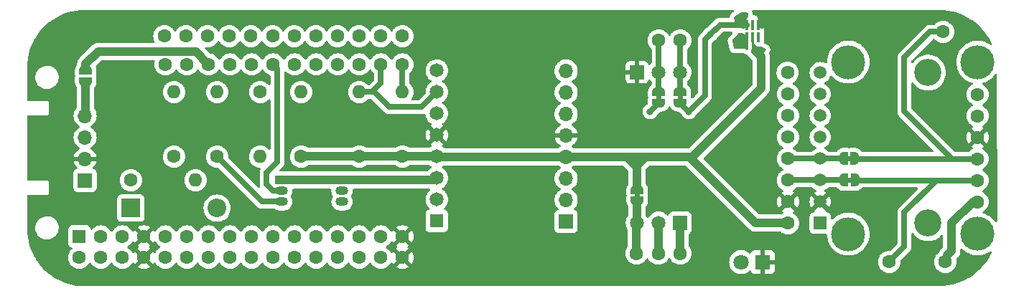
<source format=gbr>
%TF.GenerationSoftware,KiCad,Pcbnew,(7.0.0-0)*%
%TF.CreationDate,2023-06-13T14:54:47-07:00*%
%TF.ProjectId,ssrov-kicad-openctd,7373726f-762d-46b6-9963-61642d6f7065,rev?*%
%TF.SameCoordinates,Original*%
%TF.FileFunction,Copper,L2,Bot*%
%TF.FilePolarity,Positive*%
%FSLAX46Y46*%
G04 Gerber Fmt 4.6, Leading zero omitted, Abs format (unit mm)*
G04 Created by KiCad (PCBNEW (7.0.0-0)) date 2023-06-13 14:54:47*
%MOMM*%
%LPD*%
G01*
G04 APERTURE LIST*
G04 Aperture macros list*
%AMFreePoly0*
4,1,19,0.500000,-0.750000,0.000000,-0.750000,0.000000,-0.744911,-0.071157,-0.744911,-0.207708,-0.704816,-0.327430,-0.627875,-0.420627,-0.520320,-0.479746,-0.390866,-0.500000,-0.250000,-0.500000,0.250000,-0.479746,0.390866,-0.420627,0.520320,-0.327430,0.627875,-0.207708,0.704816,-0.071157,0.744911,0.000000,0.744911,0.000000,0.750000,0.500000,0.750000,0.500000,-0.750000,0.500000,-0.750000,
$1*%
%AMFreePoly1*
4,1,19,0.000000,0.744911,0.071157,0.744911,0.207708,0.704816,0.327430,0.627875,0.420627,0.520320,0.479746,0.390866,0.500000,0.250000,0.500000,-0.250000,0.479746,-0.390866,0.420627,-0.520320,0.327430,-0.627875,0.207708,-0.704816,0.071157,-0.744911,0.000000,-0.744911,0.000000,-0.750000,-0.500000,-0.750000,-0.500000,0.750000,0.000000,0.750000,0.000000,0.744911,0.000000,0.744911,
$1*%
G04 Aperture macros list end*
%TA.AperFunction,ComponentPad*%
%ADD10R,1.500000X1.050000*%
%TD*%
%TA.AperFunction,ComponentPad*%
%ADD11O,1.500000X1.050000*%
%TD*%
%TA.AperFunction,ComponentPad*%
%ADD12C,1.600000*%
%TD*%
%TA.AperFunction,ComponentPad*%
%ADD13O,1.600000X1.600000*%
%TD*%
%TA.AperFunction,ComponentPad*%
%ADD14R,1.508000X1.508000*%
%TD*%
%TA.AperFunction,ComponentPad*%
%ADD15C,1.508000*%
%TD*%
%TA.AperFunction,ComponentPad*%
%ADD16C,3.200000*%
%TD*%
%TA.AperFunction,ComponentPad*%
%ADD17R,1.600000X1.600000*%
%TD*%
%TA.AperFunction,ComponentPad*%
%ADD18R,1.651000X1.651000*%
%TD*%
%TA.AperFunction,ComponentPad*%
%ADD19C,1.651000*%
%TD*%
%TA.AperFunction,ComponentPad*%
%ADD20R,1.700000X1.700000*%
%TD*%
%TA.AperFunction,ComponentPad*%
%ADD21O,1.700000X1.700000*%
%TD*%
%TA.AperFunction,ComponentPad*%
%ADD22R,2.200000X2.200000*%
%TD*%
%TA.AperFunction,ComponentPad*%
%ADD23O,2.200000X2.200000*%
%TD*%
%TA.AperFunction,ComponentPad*%
%ADD24C,4.016000*%
%TD*%
%TA.AperFunction,SMDPad,CuDef*%
%ADD25FreePoly0,90.000000*%
%TD*%
%TA.AperFunction,SMDPad,CuDef*%
%ADD26FreePoly1,90.000000*%
%TD*%
%TA.AperFunction,SMDPad,CuDef*%
%ADD27FreePoly0,0.000000*%
%TD*%
%TA.AperFunction,SMDPad,CuDef*%
%ADD28FreePoly1,0.000000*%
%TD*%
%TA.AperFunction,SMDPad,CuDef*%
%ADD29R,0.350000X1.200000*%
%TD*%
%TA.AperFunction,ComponentPad*%
%ADD30R,1.650000X1.650000*%
%TD*%
%TA.AperFunction,ComponentPad*%
%ADD31C,1.650000*%
%TD*%
%TA.AperFunction,ComponentPad*%
%ADD32R,1.800000X1.800000*%
%TD*%
%TA.AperFunction,ComponentPad*%
%ADD33C,1.800000*%
%TD*%
%TA.AperFunction,SMDPad,CuDef*%
%ADD34FreePoly0,270.000000*%
%TD*%
%TA.AperFunction,SMDPad,CuDef*%
%ADD35FreePoly1,270.000000*%
%TD*%
%TA.AperFunction,ViaPad*%
%ADD36C,0.800000*%
%TD*%
%TA.AperFunction,Conductor*%
%ADD37C,0.250000*%
%TD*%
%TA.AperFunction,Conductor*%
%ADD38C,1.016000*%
%TD*%
%TA.AperFunction,Conductor*%
%ADD39C,0.635000*%
%TD*%
G04 APERTURE END LIST*
%TO.C,JP5*%
G36*
X166416000Y-100330000D02*
G01*
X165816000Y-100330000D01*
X165816000Y-99830000D01*
X166416000Y-99830000D01*
X166416000Y-100330000D01*
G37*
%TO.C,JP7*%
G36*
X191396000Y-98598000D02*
G01*
X190896000Y-98598000D01*
X190896000Y-97998000D01*
X191396000Y-97998000D01*
X191396000Y-98598000D01*
G37*
%TO.C,JP4*%
G36*
X168956000Y-88788000D02*
G01*
X168356000Y-88788000D01*
X168356000Y-88288000D01*
X168956000Y-88288000D01*
X168956000Y-88788000D01*
G37*
%TO.C,JP6*%
G36*
X191366000Y-96058000D02*
G01*
X190866000Y-96058000D01*
X190866000Y-95458000D01*
X191366000Y-95458000D01*
X191366000Y-96058000D01*
G37*
%TO.C,JP3*%
G36*
X171496000Y-88788000D02*
G01*
X170896000Y-88788000D01*
X170896000Y-88288000D01*
X171496000Y-88288000D01*
X171496000Y-88788000D01*
G37*
%TD*%
D10*
%TO.P,nMOS2,1,S*%
%TO.N,MAG_SWITCH*%
X131317999Y-98297999D03*
D11*
%TO.P,nMOS2,2,G*%
%TO.N,Net-(nMOS1-D)*%
X131317999Y-99567999D03*
%TO.P,nMOS2,3,D*%
%TO.N,Net-(nMOS2-D)*%
X131317999Y-100837999D03*
%TD*%
D12*
%TO.P,TP23,1,1*%
%TO.N,Net-(U3-Aref)*%
X105410000Y-107442000D03*
%TD*%
%TO.P,PWR-R2,1,1*%
%TO.N,Net-(nMOS1-D)*%
X116586000Y-95504000D03*
D13*
%TO.P,PWR-R2,2,2*%
%TO.N,VBUS*%
X116585999Y-87883999D03*
%TD*%
D12*
%TO.P,D6-R4,1,1*%
%TO.N,+3V3*%
X126492000Y-95504000D03*
D13*
%TO.P,D6-R4,2,2*%
%TO.N,D6*%
X126491999Y-87883999D03*
%TD*%
D14*
%TO.P,U2,1,Vin*%
%TO.N,+3V3*%
X187705999Y-103373999D03*
D15*
%TO.P,U2,2,Gnd*%
%TO.N,GND*%
X187706000Y-100834000D03*
%TO.P,U2,3,SCL*%
%TO.N,SCL*%
X187706000Y-98294000D03*
%TO.P,U2,4,SDA*%
%TO.N,SDA*%
X187706000Y-95754000D03*
%TO.P,U2,5,BAT*%
%TO.N,Net-(U2-BAT)*%
X187706000Y-93214000D03*
%TO.P,U2,6,32K*%
%TO.N,Net-(U2-32K)*%
X187706000Y-90674000D03*
%TO.P,U2,7,SQW*%
%TO.N,Net-(U2-SQW)*%
X187706000Y-88134000D03*
%TO.P,U2,8,nRST*%
%TO.N,Net-(U2-nRST)*%
X187706000Y-85594000D03*
D16*
%TO.P,U2,SH1*%
%TO.N,N/C*%
X200406000Y-103374000D03*
%TO.P,U2,SH2*%
X200406000Y-85594000D03*
%TD*%
D12*
%TO.P,TP11,1,1*%
%TO.N,SCL*%
X135879090Y-81280000D03*
%TD*%
D17*
%TO.P,U3,1,Rst*%
%TO.N,Net-(U3-Rst)*%
X100339999Y-104938999D03*
D12*
%TO.P,U3,2,3V3*%
%TO.N,+3V3*%
X102880000Y-104939000D03*
%TO.P,U3,3,Aref*%
%TO.N,Net-(U3-Aref)*%
X105420000Y-104939000D03*
%TO.P,U3,4,GND*%
%TO.N,GND*%
X107960000Y-104939000D03*
%TO.P,U3,5,A0*%
%TO.N,Net-(U3-A0)*%
X110500000Y-104939000D03*
%TO.P,U3,6,A1*%
%TO.N,Net-(U3-A1)*%
X113040000Y-104939000D03*
%TO.P,U3,7,A2*%
%TO.N,Net-(U3-A2)*%
X115580000Y-104939000D03*
%TO.P,U3,8,A3*%
%TO.N,Net-(U3-A3)*%
X118120000Y-104939000D03*
%TO.P,U3,9,A4/D24*%
%TO.N,Net-(U3-A4{slash}D24)*%
X120660000Y-104939000D03*
%TO.P,U3,10,A5/D25*%
%TO.N,MAG_SWITCH_SENSE*%
X123200000Y-104939000D03*
%TO.P,U3,11,SCK*%
%TO.N,Net-(U3-SCK)*%
X125740000Y-104939000D03*
%TO.P,U3,12,MO*%
%TO.N,Net-(U3-MO)*%
X128280000Y-104939000D03*
%TO.P,U3,13,MI*%
%TO.N,Net-(U3-MI)*%
X130820000Y-104939000D03*
%TO.P,U3,14,Rx/D0*%
%TO.N,Net-(U3-Rx{slash}D0)*%
X133360000Y-104939000D03*
%TO.P,U3,15,Tx/D1*%
%TO.N,Net-(U3-Tx{slash}D1)*%
X135900000Y-104939000D03*
%TO.P,U3,16,GND*%
%TO.N,GND*%
X138440000Y-104939000D03*
%TO.P,U3,17,SDA*%
%TO.N,SDA*%
X138440000Y-84619000D03*
%TO.P,U3,18,SCL*%
%TO.N,SCL*%
X135900000Y-84619000D03*
%TO.P,U3,19,D5*%
%TO.N,Net-(U3-D5)*%
X133360000Y-84619000D03*
%TO.P,U3,20,D6*%
%TO.N,Net-(JP1-A)*%
X130820000Y-84619000D03*
%TO.P,U3,21,D9*%
%TO.N,Net-(U3-D9)*%
X128280000Y-84619000D03*
%TO.P,U3,22,D10*%
%TO.N,Net-(U3-D10)*%
X125740000Y-84619000D03*
%TO.P,U3,23,D11*%
%TO.N,PWR_CTRL*%
X123200000Y-84619000D03*
%TO.P,U3,24,D12*%
%TO.N,LED_CTRL*%
X120660000Y-84619000D03*
%TO.P,U3,25,D13*%
%TO.N,Net-(U3-D13)*%
X118120000Y-84619000D03*
%TO.P,U3,26,USB*%
%TO.N,VBUS*%
X115580000Y-84619000D03*
%TO.P,U3,27,EN*%
%TO.N,EN*%
X113040000Y-84619000D03*
%TO.P,U3,28,Bat*%
%TO.N,+BATT*%
X110500000Y-84619000D03*
%TD*%
D18*
%TO.P,U1,1,Gnd*%
%TO.N,GND*%
X166098999Y-85539999D03*
D19*
%TO.P,U1,2,Tx/SDA*%
%TO.N,Net-(JP4-B)*%
X168639000Y-85540000D03*
%TO.P,U1,3,Rx/SCL*%
%TO.N,Net-(JP3-B)*%
X171179000Y-85540000D03*
D18*
%TO.P,U1,4,PRB*%
%TO.N,PRB0*%
X171178999Y-103319999D03*
D19*
%TO.P,U1,5,PRB*%
%TO.N,PRB1*%
X168639000Y-103320000D03*
%TO.P,U1,6,Vcc*%
%TO.N,Net-(JP5-A)*%
X166099000Y-103320000D03*
%TD*%
D12*
%TO.P,TP15,1,1*%
%TO.N,SDA*%
X183896000Y-95754000D03*
%TD*%
%TO.P,TP19,1,1*%
%TO.N,Net-(JP5-A)*%
X166042000Y-106955000D03*
%TD*%
%TO.P,TP5,1,1*%
%TO.N,LED_CTRL*%
X120573636Y-81280000D03*
%TD*%
%TO.P,TP26,1,1*%
%TO.N,Net-(U3-A1)*%
X113030000Y-107442000D03*
%TD*%
%TO.P,TP32,1,1*%
%TO.N,Net-(U3-MO)*%
X128270000Y-107442000D03*
%TD*%
%TO.P,TP6,1,1*%
%TO.N,PWR_CTRL*%
X123124545Y-81280000D03*
%TD*%
%TO.P,TP36,1,1*%
%TO.N,GND*%
X138430000Y-107442000D03*
%TD*%
%TO.P,TP7,1,1*%
%TO.N,Net-(U3-D10)*%
X125675454Y-81280000D03*
%TD*%
%TO.P,TP10,1,1*%
%TO.N,Net-(U3-D5)*%
X133328181Y-81280000D03*
%TD*%
%TO.P,TP13,1,1*%
%TO.N,Net-(JP4-B)*%
X168656000Y-81788000D03*
%TD*%
%TO.P,TP43,1,1*%
%TO.N,Net-(BNO055_IMU1-SCL)*%
X195834000Y-107950000D03*
%TD*%
%TO.P,TP44,1,1*%
%TO.N,Net-(BNO055_IMU1-SDA)*%
X202184000Y-80772000D03*
%TD*%
%TO.P,TP16,1,1*%
%TO.N,SCL*%
X183896000Y-98294000D03*
%TD*%
%TO.P,TP34,1,1*%
%TO.N,Net-(U3-Rx{slash}D0)*%
X133350000Y-107442000D03*
%TD*%
%TO.P,TP30,1,1*%
%TO.N,MAG_SWITCH_SENSE*%
X123190000Y-107442000D03*
%TD*%
D20*
%TO.P,FastCharge_Conn1,1,Pin_1*%
%TO.N,+BATT*%
X101016000Y-98309998D03*
D21*
%TO.P,FastCharge_Conn1,2,Pin_2*%
%TO.N,GND*%
X101016000Y-95769998D03*
%TO.P,FastCharge_Conn1,3,Pin_3*%
%TO.N,EN*%
X101016000Y-93229998D03*
%TO.P,FastCharge_Conn1,4,Pin_4*%
%TO.N,Net-(FastCharge_Conn1-Pin_4)*%
X101016000Y-90689998D03*
%TD*%
D12*
%TO.P,PWR-R1,1,1*%
%TO.N,Net-(nMOS2-D)*%
X111506000Y-95504000D03*
D13*
%TO.P,PWR-R1,2,2*%
%TO.N,EN*%
X111505999Y-87883999D03*
%TD*%
D12*
%TO.P,TP33,1,1*%
%TO.N,Net-(U3-MI)*%
X130810000Y-107442000D03*
%TD*%
%TO.P,TP35,1,1*%
%TO.N,Net-(U3-Tx{slash}D1)*%
X135890000Y-107442000D03*
%TD*%
%TO.P,TP2,1,1*%
%TO.N,EN*%
X112920909Y-81280000D03*
%TD*%
D22*
%TO.P,D1,1,K*%
%TO.N,Net-(D1-K)*%
X106425999Y-101599999D03*
D23*
%TO.P,D1,2,A*%
%TO.N,MAG_SWITCH_SENSE*%
X116585999Y-101599999D03*
%TD*%
D12*
%TO.P,TP24,1,1*%
%TO.N,GND*%
X107950000Y-107442000D03*
%TD*%
%TO.P,TP12,1,1*%
%TO.N,SDA*%
X138430000Y-81280000D03*
%TD*%
%TO.P,TP29,1,1*%
%TO.N,Net-(U3-A4{slash}D24)*%
X120650000Y-107442000D03*
%TD*%
%TO.P,TP21,1,1*%
%TO.N,Net-(U3-Rst)*%
X100330000Y-107442000D03*
%TD*%
%TO.P,TP9,1,1*%
%TO.N,Net-(JP1-A)*%
X130777272Y-81280000D03*
%TD*%
%TO.P,TP4,1,1*%
%TO.N,Net-(U3-D13)*%
X118022727Y-81280000D03*
%TD*%
%TO.P,TP14,1,1*%
%TO.N,Net-(JP3-B)*%
X171196000Y-81788000D03*
%TD*%
%TO.P,TP28,1,1*%
%TO.N,Net-(U3-A3)*%
X118110000Y-107442000D03*
%TD*%
%TO.P,TP18,1,1*%
%TO.N,+3V3*%
X183896000Y-103374000D03*
%TD*%
%TO.P,PWR--R7,1,1*%
%TO.N,Net-(D1-K)*%
X106426000Y-98298000D03*
D13*
%TO.P,PWR--R7,2,2*%
%TO.N,MAG_SWITCH*%
X114045999Y-98297999D03*
%TD*%
D12*
%TO.P,TP1,1,1*%
%TO.N,+BATT*%
X110370000Y-81280000D03*
%TD*%
D10*
%TO.P,nMOS1,1,S*%
%TO.N,MAG_SWITCH*%
X124205999Y-98297999D03*
D11*
%TO.P,nMOS1,2,G*%
%TO.N,PWR_CTRL*%
X124205999Y-99567999D03*
%TO.P,nMOS1,3,D*%
%TO.N,Net-(nMOS1-D)*%
X124205999Y-100837999D03*
%TD*%
D12*
%TO.P,TP25,1,1*%
%TO.N,Net-(U3-A0)*%
X110490000Y-107442000D03*
%TD*%
%TO.P,TP31,1,1*%
%TO.N,Net-(U3-SCK)*%
X125730000Y-107442000D03*
%TD*%
%TO.P,TP20,1,1*%
%TO.N,PRB0*%
X171196000Y-106955000D03*
%TD*%
%TO.P,TP22,1,1*%
%TO.N,+3V3*%
X102870000Y-107442000D03*
%TD*%
%TO.P,TP17,1,1*%
%TO.N,GND*%
X183896000Y-100834000D03*
%TD*%
%TO.P,LED-R3,1,1*%
%TO.N,LED_CTRL*%
X121666000Y-87884000D03*
D13*
%TO.P,LED-R3,2,2*%
%TO.N,Net-(D2-A)*%
X121665999Y-95503999D03*
%TD*%
D12*
%TO.P,SDA-R6,1,1*%
%TO.N,+3V3*%
X138430000Y-95504000D03*
D13*
%TO.P,SDA-R6,2,2*%
%TO.N,SDA*%
X138429999Y-87883999D03*
%TD*%
D12*
%TO.P,TP3,1,1*%
%TO.N,VBUS*%
X115471818Y-81280000D03*
%TD*%
%TO.P,TP8,1,1*%
%TO.N,Net-(U3-D9)*%
X128226363Y-81280000D03*
%TD*%
%TO.P,TP41,1,1*%
%TO.N,PRB1*%
X168608000Y-106974000D03*
%TD*%
%TO.P,TP42,1,1*%
%TO.N,Net-(BNO055_IMU1-RST)*%
X202438000Y-107950000D03*
%TD*%
%TO.P,TP27,1,1*%
%TO.N,Net-(U3-A2)*%
X115570000Y-107442000D03*
%TD*%
%TO.P,SCL-R5,1,1*%
%TO.N,+3V3*%
X133350000Y-95504000D03*
D13*
%TO.P,SCL-R5,2,2*%
%TO.N,SCL*%
X133349999Y-87883999D03*
%TD*%
D24*
%TO.P,BNO055_IMU1,*%
%TO.N,*%
X206248000Y-84344000D03*
X191008000Y-84344000D03*
X206258000Y-104654000D03*
X191008000Y-104664000D03*
D12*
%TO.P,BNO055_IMU1,1,Vin*%
%TO.N,VBUS*%
X206248000Y-88154000D03*
%TO.P,BNO055_IMU1,2,3vo*%
%TO.N,+3V3*%
X206248000Y-90694000D03*
%TO.P,BNO055_IMU1,3,GND*%
%TO.N,GND*%
X206248000Y-93234000D03*
%TO.P,BNO055_IMU1,4,SDA*%
%TO.N,Net-(BNO055_IMU1-SDA)*%
X206248000Y-95774000D03*
%TO.P,BNO055_IMU1,5,SCL*%
%TO.N,Net-(BNO055_IMU1-SCL)*%
X206248000Y-98314000D03*
%TO.P,BNO055_IMU1,6,RST*%
%TO.N,Net-(BNO055_IMU1-RST)*%
X206248000Y-100854000D03*
%TD*%
D25*
%TO.P,JP5,1,A*%
%TO.N,Net-(JP5-A)*%
X166116000Y-100726000D03*
D26*
%TO.P,JP5,2,B*%
%TO.N,+3V3*%
X166116000Y-99426000D03*
%TD*%
D12*
%TO.P,TP37,1,1*%
%TO.N,Net-(U2-nRST)*%
X183848000Y-85594000D03*
%TD*%
D27*
%TO.P,JP7,1,A*%
%TO.N,SCL*%
X190500000Y-98298000D03*
D28*
%TO.P,JP7,2,B*%
%TO.N,Net-(BNO055_IMU1-SCL)*%
X191800000Y-98298000D03*
%TD*%
D29*
%TO.P,LIGHTSENSE1,1,SCL*%
%TO.N,SCL*%
X179057999Y-79933999D03*
%TO.P,LIGHTSENSE1,2,INT*%
%TO.N,unconnected-(LIGHTSENSE1-INT-Pad2)*%
X179707999Y-79933999D03*
%TO.P,LIGHTSENSE1,3,GND*%
%TO.N,GND*%
X180357999Y-79933999D03*
%TO.P,LIGHTSENSE1,4,NC*%
%TO.N,unconnected-(LIGHTSENSE1-NC-Pad4)*%
X180357999Y-81433999D03*
%TO.P,LIGHTSENSE1,5,VDD*%
%TO.N,+3V3*%
X179707999Y-81433999D03*
%TO.P,LIGHTSENSE1,6,SDA*%
%TO.N,SDA*%
X179057999Y-81433999D03*
%TD*%
D25*
%TO.P,JP4,1,A*%
%TO.N,SDA*%
X168656000Y-89184000D03*
D26*
%TO.P,JP4,2,B*%
%TO.N,Net-(JP4-B)*%
X168656000Y-87884000D03*
%TD*%
D27*
%TO.P,JP6,1,A*%
%TO.N,SDA*%
X190470000Y-95758000D03*
D28*
%TO.P,JP6,2,B*%
%TO.N,Net-(BNO055_IMU1-SDA)*%
X191770000Y-95758000D03*
%TD*%
D30*
%TO.P,J1,1,Pin_1*%
%TO.N,PRB1*%
X142493999Y-103123999D03*
D31*
%TO.P,J1,2,Pin_2*%
%TO.N,PRB0*%
X142494000Y-100584000D03*
%TO.P,J1,3,Pin_3*%
%TO.N,MAG_SWITCH*%
X142494000Y-98044000D03*
%TO.P,J1,4,Pin_4*%
%TO.N,+3V3*%
X142494000Y-95504000D03*
%TO.P,J1,5,Pin_5*%
%TO.N,GND*%
X142494000Y-92964000D03*
%TO.P,J1,6,Pin_6*%
%TO.N,SDA*%
X142494000Y-90424000D03*
%TO.P,J1,7,Pin_7*%
%TO.N,SCL*%
X142494000Y-87884000D03*
%TO.P,J1,8,Pin_8*%
%TO.N,D6*%
X142494000Y-85344000D03*
%TD*%
D12*
%TO.P,TP38,1,1*%
%TO.N,Net-(U2-SQW)*%
X183896000Y-88134000D03*
%TD*%
D25*
%TO.P,JP3,1,A*%
%TO.N,SCL*%
X171196000Y-89184000D03*
D26*
%TO.P,JP3,2,B*%
%TO.N,Net-(JP3-B)*%
X171196000Y-87884000D03*
%TD*%
D32*
%TO.P,D2,1,K*%
%TO.N,GND*%
X180907999Y-107963999D03*
D33*
%TO.P,D2,2,A*%
%TO.N,Net-(D2-A)*%
X178368000Y-107964000D03*
%TD*%
D34*
%TO.P,JP2,1,A*%
%TO.N,VBUS*%
X101092000Y-85344000D03*
D35*
%TO.P,JP2,2,B*%
%TO.N,Net-(FastCharge_Conn1-Pin_4)*%
X101092000Y-86644000D03*
%TD*%
D12*
%TO.P,TP39,1,1*%
%TO.N,Net-(U2-32K)*%
X183896000Y-90674000D03*
%TD*%
D20*
%TO.P,J2,1,Pin_1*%
%TO.N,PRB1*%
X157733999Y-103163999D03*
D21*
%TO.P,J2,2,Pin_2*%
%TO.N,PRB0*%
X157733999Y-100623999D03*
%TO.P,J2,3,Pin_3*%
%TO.N,MAG_SWITCH*%
X157733999Y-98083999D03*
%TO.P,J2,4,Pin_4*%
%TO.N,+3V3*%
X157733999Y-95543999D03*
%TO.P,J2,5,Pin_5*%
%TO.N,GND*%
X157733999Y-93003999D03*
%TO.P,J2,6,Pin_6*%
%TO.N,SDA*%
X157733999Y-90463999D03*
%TO.P,J2,7,Pin_7*%
%TO.N,SCL*%
X157733999Y-87923999D03*
%TO.P,J2,8,Pin_8*%
%TO.N,D6*%
X157733999Y-85383999D03*
%TD*%
D12*
%TO.P,TP40,1,1*%
%TO.N,Net-(U2-BAT)*%
X183896000Y-93214000D03*
%TD*%
D36*
%TO.N,SCL*%
X174728000Y-81084000D03*
X172212000Y-90200000D03*
%TO.N,SDA*%
X178054000Y-82042000D03*
X167640000Y-90200000D03*
%TD*%
D37*
%TO.N,+3V3*%
X179708000Y-82209000D02*
X179708000Y-81434000D01*
D38*
X180086000Y-103378000D02*
X183892000Y-103378000D01*
X166116000Y-99426000D02*
X166116000Y-96782000D01*
X167128000Y-95544000D02*
X172252000Y-95544000D01*
X180721000Y-83693000D02*
X180721000Y-87441000D01*
X164878000Y-95544000D02*
X162234000Y-95544000D01*
X166116000Y-96556000D02*
X167128000Y-95544000D01*
D37*
X180212000Y-82713000D02*
X179708000Y-82209000D01*
D38*
X166116000Y-96782000D02*
X164878000Y-95544000D01*
X138430000Y-95504000D02*
X133350000Y-95504000D01*
D37*
X180618000Y-82713000D02*
X180212000Y-82713000D01*
D38*
X142494000Y-95504000D02*
X142534000Y-95544000D01*
D37*
X179708000Y-82680000D02*
X180086000Y-83058000D01*
D38*
X138430000Y-95504000D02*
X142494000Y-95504000D01*
D37*
X179708000Y-81434000D02*
X179708000Y-82680000D01*
D38*
X142534000Y-95544000D02*
X162234000Y-95544000D01*
D37*
X179708000Y-82190000D02*
X180231000Y-82713000D01*
D38*
X133350000Y-95504000D02*
X126492000Y-95504000D01*
X172252000Y-95544000D02*
X180086000Y-103378000D01*
X183892000Y-103378000D02*
X183896000Y-103374000D01*
X180721000Y-87441000D02*
X172618000Y-95544000D01*
D37*
X179708000Y-81434000D02*
X179708000Y-82190000D01*
D38*
X172618000Y-95544000D02*
X162234000Y-95544000D01*
X180086000Y-83058000D02*
X180721000Y-83693000D01*
X166116000Y-99426000D02*
X166116000Y-96556000D01*
D39*
%TO.N,SCL*%
X174728000Y-81084000D02*
X174714000Y-81084000D01*
X135900000Y-84619000D02*
X135900000Y-86858000D01*
X172212000Y-90200000D02*
X171196000Y-89184000D01*
X135128000Y-87884000D02*
X136906000Y-89662000D01*
X134874000Y-87884000D02*
X133350000Y-87884000D01*
X135900000Y-86858000D02*
X134874000Y-87884000D01*
X183896000Y-98294000D02*
X183900000Y-98298000D01*
X174098000Y-81700000D02*
X174098000Y-88314000D01*
X183900000Y-98298000D02*
X190500000Y-98298000D01*
X174098000Y-88314000D02*
X172212000Y-90200000D01*
X136906000Y-89662000D02*
X140716000Y-89662000D01*
X174714000Y-81084000D02*
X174098000Y-81700000D01*
X140716000Y-89662000D02*
X142494000Y-87884000D01*
X174728000Y-81084000D02*
X175878000Y-79934000D01*
X133350000Y-87884000D02*
X135128000Y-87884000D01*
X175878000Y-79934000D02*
X179015500Y-79934000D01*
D37*
%TO.N,SDA*%
X179058000Y-82792000D02*
X179058000Y-81434000D01*
D39*
X183896000Y-95754000D02*
X183900000Y-95758000D01*
X168656000Y-89184000D02*
X167640000Y-90200000D01*
D37*
X178054000Y-82042000D02*
X178308000Y-82042000D01*
X178308000Y-82042000D02*
X179058000Y-82792000D01*
D39*
X138440000Y-87874000D02*
X138430000Y-87884000D01*
X183900000Y-95758000D02*
X190470000Y-95758000D01*
X138440000Y-84619000D02*
X138440000Y-87874000D01*
D38*
%TO.N,Net-(FastCharge_Conn1-Pin_4)*%
X101092000Y-90614000D02*
X101016001Y-90689999D01*
X101092000Y-86644000D02*
X101092000Y-90614000D01*
%TO.N,PRB1*%
X168639000Y-103320000D02*
X168639000Y-106943000D01*
X168639000Y-106943000D02*
X168608000Y-106974000D01*
%TO.N,PRB0*%
X171196000Y-103337000D02*
X171179000Y-103320000D01*
X171196000Y-106955000D02*
X171196000Y-103337000D01*
%TO.N,MAG_SWITCH*%
X142240000Y-98298000D02*
X142494000Y-98044000D01*
X131318000Y-98298000D02*
X124206000Y-98298000D01*
X131318000Y-98298000D02*
X142240000Y-98298000D01*
D39*
%TO.N,PWR_CTRL*%
X122428000Y-98806000D02*
X122428000Y-97409000D01*
X123190000Y-99568000D02*
X122428000Y-98806000D01*
X122428000Y-97409000D02*
X123698000Y-96139000D01*
X123698000Y-85117000D02*
X123200000Y-84619000D01*
X124206000Y-99568000D02*
X123190000Y-99568000D01*
X123698000Y-96139000D02*
X123698000Y-85117000D01*
D38*
%TO.N,VBUS*%
X101092000Y-84582000D02*
X102563000Y-83111000D01*
X114072000Y-83111000D02*
X115580000Y-84619000D01*
X101092000Y-85344000D02*
X101092000Y-84582000D01*
X102563000Y-83111000D02*
X114072000Y-83111000D01*
D39*
%TO.N,Net-(JP3-B)*%
X171179000Y-85540000D02*
X171179000Y-87867000D01*
X171179000Y-87867000D02*
X171196000Y-87884000D01*
X171196000Y-85523000D02*
X171179000Y-85540000D01*
X171196000Y-81788000D02*
X171196000Y-85523000D01*
%TO.N,Net-(JP4-B)*%
X168656000Y-85557000D02*
X168639000Y-85540000D01*
X168656000Y-87884000D02*
X168656000Y-85557000D01*
X168656000Y-81788000D02*
X168656000Y-85523000D01*
X168656000Y-85523000D02*
X168639000Y-85540000D01*
D38*
%TO.N,Net-(JP5-A)*%
X166042000Y-106955000D02*
X166042000Y-103377000D01*
X166099000Y-103320000D02*
X166099000Y-100743000D01*
X166099000Y-100743000D02*
X166116000Y-100726000D01*
X166042000Y-103377000D02*
X166099000Y-103320000D01*
%TO.N,Net-(BNO055_IMU1-RST)*%
X203200000Y-106680000D02*
X203200000Y-103378000D01*
X205724000Y-100854000D02*
X206248000Y-100854000D01*
X202692000Y-107188000D02*
X203200000Y-106680000D01*
X203200000Y-103378000D02*
X205724000Y-100854000D01*
D39*
%TO.N,Net-(BNO055_IMU1-SDA)*%
X197612000Y-90170000D02*
X197612000Y-83820000D01*
X191770000Y-95758000D02*
X191786000Y-95774000D01*
X203216000Y-95774000D02*
X197612000Y-90170000D01*
X197612000Y-83820000D02*
X200660000Y-80772000D01*
X206248000Y-95774000D02*
X203216000Y-95774000D01*
X200660000Y-80772000D02*
X202184000Y-80772000D01*
X191786000Y-95774000D02*
X206248000Y-95774000D01*
%TO.N,Net-(BNO055_IMU1-SCL)*%
X195834000Y-107950000D02*
X197612000Y-106172000D01*
X206248000Y-98314000D02*
X191816000Y-98314000D01*
X197612000Y-106172000D02*
X197612000Y-102108000D01*
X191816000Y-98314000D02*
X191800000Y-98298000D01*
X197612000Y-102108000D02*
X201406000Y-98314000D01*
%TO.N,Net-(nMOS1-D)*%
X116586000Y-95504000D02*
X121920000Y-100838000D01*
X121920000Y-100838000D02*
X124206000Y-100838000D01*
%TD*%
%TA.AperFunction,Conductor*%
%TO.N,SCL*%
G36*
X179121732Y-78495415D02*
G01*
X179122203Y-78495611D01*
X179162440Y-78522466D01*
X179189337Y-78562673D01*
X179189534Y-78563148D01*
X179199000Y-78610664D01*
X179199000Y-78891900D01*
X179189561Y-78939353D01*
X179168972Y-78970165D01*
X179169739Y-78970739D01*
X179087426Y-79080695D01*
X179087423Y-79080698D01*
X179082111Y-79087796D01*
X179079013Y-79096099D01*
X179079011Y-79096105D01*
X179033719Y-79217536D01*
X179033717Y-79217543D01*
X179031011Y-79224799D01*
X179030182Y-79232500D01*
X179030182Y-79232505D01*
X179024853Y-79282075D01*
X179024500Y-79285362D01*
X179024500Y-79288672D01*
X179024500Y-80201500D01*
X179007887Y-80263500D01*
X178962500Y-80308887D01*
X178900500Y-80325500D01*
X178834362Y-80325500D01*
X178831082Y-80325852D01*
X178831075Y-80325853D01*
X178781505Y-80331182D01*
X178781500Y-80331182D01*
X178773799Y-80332011D01*
X178766541Y-80334718D01*
X178766533Y-80334720D01*
X178662016Y-80373703D01*
X178617225Y-80381512D01*
X178572631Y-80372652D01*
X178062741Y-80168696D01*
X177722813Y-80032725D01*
X177693597Y-80016137D01*
X177691865Y-80014814D01*
X177651760Y-79961709D01*
X177650958Y-79959673D01*
X177643002Y-79927066D01*
X177553995Y-79070907D01*
X177555070Y-79037381D01*
X177555436Y-79035224D01*
X177583742Y-78975010D01*
X177585170Y-78973353D01*
X177610329Y-78951114D01*
X178275217Y-78507855D01*
X178291025Y-78498916D01*
X178292668Y-78498140D01*
X178327524Y-78487592D01*
X178328609Y-78487431D01*
X178329319Y-78487327D01*
X178347412Y-78486000D01*
X179074336Y-78486000D01*
X179121732Y-78495415D01*
G37*
%TD.AperFunction*%
%TD*%
%TA.AperFunction,Conductor*%
%TO.N,SDA*%
G36*
X178530636Y-80913346D02*
G01*
X178565787Y-80931733D01*
X178629691Y-80979571D01*
X178629694Y-80979573D01*
X178636796Y-80984889D01*
X178773799Y-81035989D01*
X178834362Y-81042500D01*
X178900500Y-81042500D01*
X178962500Y-81059113D01*
X179007887Y-81104500D01*
X179024500Y-81166500D01*
X179024500Y-82082638D01*
X179031011Y-82143201D01*
X179033717Y-82150458D01*
X179033719Y-82150463D01*
X179066682Y-82238837D01*
X179074500Y-82282171D01*
X179074500Y-82601154D01*
X179073968Y-82612437D01*
X179072298Y-82619909D01*
X179072543Y-82627705D01*
X179072543Y-82627707D01*
X179074064Y-82676105D01*
X179058787Y-82739737D01*
X179013246Y-82786732D01*
X178950125Y-82804000D01*
X177644818Y-82804000D01*
X177604427Y-82797237D01*
X177602848Y-82796693D01*
X177566916Y-82777184D01*
X177539282Y-82747050D01*
X177538373Y-82745652D01*
X177522032Y-82708132D01*
X177520999Y-82704000D01*
X177308214Y-81852858D01*
X177304515Y-81823452D01*
X177304503Y-81821210D01*
X177318137Y-81764014D01*
X177319167Y-81762005D01*
X177335734Y-81737435D01*
X178015360Y-80951673D01*
X178034720Y-80933612D01*
X178036499Y-80932278D01*
X178084572Y-80910299D01*
X178086204Y-80909944D01*
X178086734Y-80909829D01*
X178113068Y-80907000D01*
X178491477Y-80907000D01*
X178530636Y-80913346D01*
G37*
%TD.AperFunction*%
%TD*%
%TA.AperFunction,Conductor*%
%TO.N,+3V3*%
G36*
X179889809Y-82449715D02*
G01*
X179936796Y-82484889D01*
X180073799Y-82535989D01*
X180134362Y-82542500D01*
X180578328Y-82542500D01*
X180581638Y-82542500D01*
X180642201Y-82535989D01*
X180649478Y-82533274D01*
X180654461Y-82532097D01*
X180693492Y-82529218D01*
X180731471Y-82538644D01*
X181218365Y-82745520D01*
X181262294Y-82776976D01*
X181288677Y-82824128D01*
X181292504Y-82878023D01*
X181273047Y-82928429D01*
X180895369Y-83494945D01*
X180870944Y-83521946D01*
X180869364Y-83523245D01*
X180838081Y-83542017D01*
X180802690Y-83550871D01*
X180800655Y-83551071D01*
X180764263Y-83549252D01*
X179680265Y-83332452D01*
X179640574Y-83317062D01*
X179639318Y-83316305D01*
X179607121Y-83288336D01*
X179586306Y-83251116D01*
X179585818Y-83249724D01*
X179578846Y-83207717D01*
X179578959Y-83193735D01*
X179592469Y-83138448D01*
X179617068Y-83090167D01*
X179618847Y-83086806D01*
X179651695Y-83027060D01*
X179653598Y-83019642D01*
X179653921Y-83018929D01*
X179655082Y-83015854D01*
X179655309Y-83015116D01*
X179658785Y-83008296D01*
X179673651Y-82941785D01*
X179674545Y-82938060D01*
X179691500Y-82872030D01*
X179691500Y-82864380D01*
X179691637Y-82863594D01*
X179691994Y-82860351D01*
X179692031Y-82859564D01*
X179693702Y-82852091D01*
X179691560Y-82783982D01*
X179691500Y-82780087D01*
X179691500Y-82548983D01*
X179710005Y-82483816D01*
X179759996Y-82438099D01*
X179826553Y-82425477D01*
X179889809Y-82449715D01*
G37*
%TD.AperFunction*%
%TD*%
%TA.AperFunction,Conductor*%
%TO.N,GND*%
G36*
X182037000Y-80133000D02*
G01*
X180799369Y-80398206D01*
X180779204Y-80383111D01*
X180770896Y-80380012D01*
X180770894Y-80380011D01*
X180649463Y-80334719D01*
X180649458Y-80334717D01*
X180642201Y-80332011D01*
X180634497Y-80331182D01*
X180634494Y-80331182D01*
X180584924Y-80325853D01*
X180584918Y-80325852D01*
X180581638Y-80325500D01*
X180578328Y-80325500D01*
X180515500Y-80325500D01*
X180453500Y-80308887D01*
X180408113Y-80263500D01*
X180391500Y-80201500D01*
X180391500Y-79288672D01*
X180391500Y-79285362D01*
X180384989Y-79224799D01*
X180333889Y-79087796D01*
X180246261Y-78970739D01*
X180231000Y-78959315D01*
X180231000Y-78486000D01*
X181864000Y-78456000D01*
X182037000Y-80133000D01*
G37*
%TD.AperFunction*%
%TD*%
%TA.AperFunction,Conductor*%
%TO.N,GND*%
G36*
X177414021Y-78187412D02*
G01*
X177475604Y-78203496D01*
X177521470Y-78247629D01*
X177539911Y-78308550D01*
X177526223Y-78370711D01*
X177483898Y-78418250D01*
X177374925Y-78490899D01*
X177325490Y-78523856D01*
X177323797Y-78525158D01*
X177323783Y-78525169D01*
X177271942Y-78565067D01*
X177271921Y-78565084D01*
X177270244Y-78566375D01*
X177268650Y-78567783D01*
X177268633Y-78567798D01*
X177246698Y-78587187D01*
X177246678Y-78587205D01*
X177245085Y-78588614D01*
X177243589Y-78590128D01*
X177243573Y-78590144D01*
X177197704Y-78636593D01*
X177197692Y-78636605D01*
X177196188Y-78638129D01*
X177194760Y-78639786D01*
X177192435Y-78643369D01*
X177192428Y-78643380D01*
X177121359Y-78752958D01*
X177121355Y-78752964D01*
X177119028Y-78756553D01*
X177117207Y-78760424D01*
X177117205Y-78760430D01*
X177092540Y-78812897D01*
X177092533Y-78812912D01*
X177090722Y-78816767D01*
X177089446Y-78820835D01*
X177089443Y-78820845D01*
X177050450Y-78945241D01*
X177050447Y-78945253D01*
X177049172Y-78949321D01*
X177048806Y-78951478D01*
X177048594Y-78953587D01*
X177048592Y-78953604D01*
X177044478Y-78994587D01*
X177023785Y-79052134D01*
X176978434Y-79093159D01*
X176919108Y-79108000D01*
X175916703Y-79108000D01*
X175906477Y-79107584D01*
X175862312Y-79103987D01*
X175862306Y-79103987D01*
X175855501Y-79103433D01*
X175848734Y-79104354D01*
X175848732Y-79104355D01*
X175779223Y-79113825D01*
X175775838Y-79114239D01*
X175706180Y-79121815D01*
X175706178Y-79121815D01*
X175699387Y-79122554D01*
X175692916Y-79124734D01*
X175688541Y-79125697D01*
X175684237Y-79126767D01*
X175677480Y-79127688D01*
X175671081Y-79130038D01*
X175671068Y-79130042D01*
X175605233Y-79154228D01*
X175602020Y-79155359D01*
X175535600Y-79177739D01*
X175535587Y-79177744D01*
X175529126Y-79179922D01*
X175523285Y-79183435D01*
X175519240Y-79185307D01*
X175515241Y-79187290D01*
X175508834Y-79189645D01*
X175503075Y-79193325D01*
X175503075Y-79193326D01*
X175444027Y-79231068D01*
X175441131Y-79232865D01*
X175381027Y-79269029D01*
X175381022Y-79269032D01*
X175375178Y-79272549D01*
X175370227Y-79277238D01*
X175366734Y-79279894D01*
X175363205Y-79282730D01*
X175357452Y-79286408D01*
X175352623Y-79291236D01*
X175352619Y-79291240D01*
X175303044Y-79340814D01*
X175300602Y-79343190D01*
X175249704Y-79391405D01*
X175249701Y-79391408D01*
X175244742Y-79396106D01*
X175240911Y-79401755D01*
X175237493Y-79405779D01*
X175230562Y-79413296D01*
X174431474Y-80212383D01*
X174393629Y-80238393D01*
X174277282Y-80290194D01*
X174277270Y-80290200D01*
X174271248Y-80292882D01*
X174265907Y-80296762D01*
X174265906Y-80296763D01*
X174122091Y-80401250D01*
X174122083Y-80401256D01*
X174116747Y-80405134D01*
X174112330Y-80410039D01*
X174112325Y-80410044D01*
X173993379Y-80542148D01*
X173988960Y-80547056D01*
X173985661Y-80552769D01*
X173985658Y-80552774D01*
X173896776Y-80706722D01*
X173896773Y-80706726D01*
X173893473Y-80712444D01*
X173891433Y-80718721D01*
X173891429Y-80718731D01*
X173891291Y-80719157D01*
X173891103Y-80719462D01*
X173888746Y-80724758D01*
X173888048Y-80724447D01*
X173860558Y-80769300D01*
X173541291Y-81088566D01*
X173533769Y-81095500D01*
X173500001Y-81124184D01*
X173499998Y-81124186D01*
X173494791Y-81128610D01*
X173490662Y-81134041D01*
X173490653Y-81134051D01*
X173448221Y-81189869D01*
X173446123Y-81192553D01*
X173402198Y-81247199D01*
X173402193Y-81247206D01*
X173397923Y-81252519D01*
X173394894Y-81258624D01*
X173392493Y-81262381D01*
X173390188Y-81266211D01*
X173386062Y-81271641D01*
X173383195Y-81277835D01*
X173383194Y-81277839D01*
X173353758Y-81341463D01*
X173352285Y-81344538D01*
X173321124Y-81407368D01*
X173321120Y-81407377D01*
X173318095Y-81413478D01*
X173316451Y-81420082D01*
X173314908Y-81424284D01*
X173313481Y-81428519D01*
X173310622Y-81434702D01*
X173307415Y-81449273D01*
X173294084Y-81509830D01*
X173293306Y-81513147D01*
X173276381Y-81581207D01*
X173276379Y-81581220D01*
X173274735Y-81587832D01*
X173274550Y-81594637D01*
X173273951Y-81599032D01*
X173273464Y-81603510D01*
X173272000Y-81610167D01*
X173272000Y-81616995D01*
X173272000Y-81687086D01*
X173271954Y-81690498D01*
X173270054Y-81760610D01*
X173270054Y-81760617D01*
X173269870Y-81767433D01*
X173271155Y-81774133D01*
X173271584Y-81779391D01*
X173272000Y-81789616D01*
X173272000Y-87919669D01*
X173262409Y-87967887D01*
X173235097Y-88008761D01*
X172920357Y-88323502D01*
X172661530Y-88582329D01*
X172608221Y-88614044D01*
X172546238Y-88616480D01*
X172490604Y-88589044D01*
X172454804Y-88538387D01*
X172447513Y-88476786D01*
X172453305Y-88432796D01*
X172459729Y-88384000D01*
X172459729Y-87812111D01*
X172438920Y-87667378D01*
X172398413Y-87529423D01*
X172390728Y-87512596D01*
X172358032Y-87441000D01*
X172337670Y-87396414D01*
X172259938Y-87275460D01*
X172242780Y-87252540D01*
X172218709Y-87220384D01*
X172218708Y-87220383D01*
X172216011Y-87216780D01*
X172164179Y-87164949D01*
X172158484Y-87160014D01*
X172058914Y-87073737D01*
X172058908Y-87073733D01*
X172055518Y-87070795D01*
X172054770Y-87070314D01*
X172018327Y-87026705D01*
X172005000Y-86970307D01*
X172005000Y-86652751D01*
X172014591Y-86604533D01*
X172041905Y-86563656D01*
X172105465Y-86500096D01*
X172204807Y-86400754D01*
X172338691Y-86209548D01*
X172437339Y-85997998D01*
X172497752Y-85772532D01*
X172518096Y-85540000D01*
X172497752Y-85307468D01*
X172437339Y-85082002D01*
X172338691Y-84870452D01*
X172328861Y-84856414D01*
X172278080Y-84783891D01*
X172204807Y-84679246D01*
X172058905Y-84533344D01*
X172031591Y-84492467D01*
X172022000Y-84444249D01*
X172022000Y-82864688D01*
X172031591Y-82816470D01*
X172058905Y-82775593D01*
X172126488Y-82708010D01*
X172202198Y-82632300D01*
X172333523Y-82444749D01*
X172430284Y-82237243D01*
X172489543Y-82016087D01*
X172509498Y-81788000D01*
X172489543Y-81559913D01*
X172430284Y-81338757D01*
X172333523Y-81131251D01*
X172202198Y-80943700D01*
X172040300Y-80781802D01*
X171966496Y-80730123D01*
X171857257Y-80653633D01*
X171857252Y-80653630D01*
X171852749Y-80650477D01*
X171847761Y-80648151D01*
X171650225Y-80556039D01*
X171650223Y-80556038D01*
X171645243Y-80553716D01*
X171424087Y-80494457D01*
X171418611Y-80493977D01*
X171418606Y-80493977D01*
X171201475Y-80474981D01*
X171196000Y-80474502D01*
X171190525Y-80474981D01*
X170973393Y-80493977D01*
X170973386Y-80493978D01*
X170967913Y-80494457D01*
X170962599Y-80495880D01*
X170962598Y-80495881D01*
X170752067Y-80552293D01*
X170752065Y-80552293D01*
X170746757Y-80553716D01*
X170741779Y-80556036D01*
X170741774Y-80556039D01*
X170544238Y-80648151D01*
X170544233Y-80648153D01*
X170539251Y-80650477D01*
X170534752Y-80653627D01*
X170534742Y-80653633D01*
X170356211Y-80778643D01*
X170356208Y-80778645D01*
X170351700Y-80781802D01*
X170347808Y-80785693D01*
X170347802Y-80785699D01*
X170193699Y-80939802D01*
X170193693Y-80939808D01*
X170189802Y-80943700D01*
X170186645Y-80948208D01*
X170186643Y-80948211D01*
X170061633Y-81126742D01*
X170061627Y-81126752D01*
X170058477Y-81131251D01*
X170056153Y-81136233D01*
X170056151Y-81136238D01*
X170040195Y-81170457D01*
X169993700Y-81223474D01*
X169926000Y-81243207D01*
X169858300Y-81223474D01*
X169811805Y-81170457D01*
X169803095Y-81151779D01*
X169793523Y-81131251D01*
X169662198Y-80943700D01*
X169500300Y-80781802D01*
X169426496Y-80730123D01*
X169317257Y-80653633D01*
X169317252Y-80653630D01*
X169312749Y-80650477D01*
X169307761Y-80648151D01*
X169110225Y-80556039D01*
X169110223Y-80556038D01*
X169105243Y-80553716D01*
X168884087Y-80494457D01*
X168878611Y-80493977D01*
X168878606Y-80493977D01*
X168661475Y-80474981D01*
X168656000Y-80474502D01*
X168650525Y-80474981D01*
X168433393Y-80493977D01*
X168433386Y-80493978D01*
X168427913Y-80494457D01*
X168422599Y-80495880D01*
X168422598Y-80495881D01*
X168212067Y-80552293D01*
X168212065Y-80552293D01*
X168206757Y-80553716D01*
X168201779Y-80556036D01*
X168201774Y-80556039D01*
X168004238Y-80648151D01*
X168004233Y-80648153D01*
X167999251Y-80650477D01*
X167994752Y-80653627D01*
X167994742Y-80653633D01*
X167816211Y-80778643D01*
X167816208Y-80778645D01*
X167811700Y-80781802D01*
X167807808Y-80785693D01*
X167807802Y-80785699D01*
X167653699Y-80939802D01*
X167653693Y-80939808D01*
X167649802Y-80943700D01*
X167646645Y-80948208D01*
X167646643Y-80948211D01*
X167521633Y-81126742D01*
X167521627Y-81126752D01*
X167518477Y-81131251D01*
X167516153Y-81136233D01*
X167516151Y-81136238D01*
X167424039Y-81333774D01*
X167424036Y-81333779D01*
X167421716Y-81338757D01*
X167420293Y-81344065D01*
X167420293Y-81344067D01*
X167388886Y-81461278D01*
X167362457Y-81559913D01*
X167361978Y-81565386D01*
X167361977Y-81565393D01*
X167347207Y-81734225D01*
X167342502Y-81788000D01*
X167342981Y-81793475D01*
X167361723Y-82007706D01*
X167362457Y-82016087D01*
X167421716Y-82237243D01*
X167424038Y-82242223D01*
X167424039Y-82242225D01*
X167508222Y-82422758D01*
X167518477Y-82444749D01*
X167521630Y-82449252D01*
X167521633Y-82449257D01*
X167598123Y-82558496D01*
X167649802Y-82632300D01*
X167653698Y-82636196D01*
X167653699Y-82636197D01*
X167793095Y-82775593D01*
X167820409Y-82816470D01*
X167830000Y-82864688D01*
X167830000Y-84412637D01*
X167818196Y-84465884D01*
X167784996Y-84509155D01*
X167782752Y-84511037D01*
X167778246Y-84514193D01*
X167774356Y-84518082D01*
X167774356Y-84518083D01*
X167634832Y-84657607D01*
X167577440Y-84690457D01*
X167511315Y-84689718D01*
X167454671Y-84655592D01*
X167427177Y-84604965D01*
X167425995Y-84605406D01*
X167378094Y-84476980D01*
X167369545Y-84461324D01*
X167292802Y-84358807D01*
X167280192Y-84346197D01*
X167177675Y-84269454D01*
X167162019Y-84260905D01*
X167040978Y-84215759D01*
X167025757Y-84212162D01*
X166976438Y-84206859D01*
X166969723Y-84206500D01*
X166369590Y-84206500D01*
X166356506Y-84210006D01*
X166353000Y-84223090D01*
X166353000Y-86856910D01*
X166356506Y-86869993D01*
X166369590Y-86873500D01*
X166969723Y-86873500D01*
X166976438Y-86873140D01*
X167025757Y-86867837D01*
X167040978Y-86864240D01*
X167162019Y-86819094D01*
X167177675Y-86810545D01*
X167280192Y-86733802D01*
X167292802Y-86721192D01*
X167369545Y-86618675D01*
X167378094Y-86603019D01*
X167425995Y-86474594D01*
X167427177Y-86475035D01*
X167454669Y-86424409D01*
X167511313Y-86390282D01*
X167577439Y-86389541D01*
X167634832Y-86422393D01*
X167778246Y-86565807D01*
X167782754Y-86568963D01*
X167784996Y-86570845D01*
X167818196Y-86614116D01*
X167830000Y-86667363D01*
X167830000Y-86984209D01*
X167818613Y-87036552D01*
X167786512Y-87079434D01*
X167689527Y-87163469D01*
X167689499Y-87163494D01*
X167687821Y-87164949D01*
X167686237Y-87166532D01*
X167686223Y-87166546D01*
X167639172Y-87213596D01*
X167639165Y-87213603D01*
X167635989Y-87216780D01*
X167633298Y-87220374D01*
X167633290Y-87220384D01*
X167593415Y-87273651D01*
X167593399Y-87273672D01*
X167592062Y-87275460D01*
X167590847Y-87277349D01*
X167590839Y-87277362D01*
X167516763Y-87392627D01*
X167516758Y-87392634D01*
X167514330Y-87396414D01*
X167512465Y-87400497D01*
X167512461Y-87400505D01*
X167455455Y-87525330D01*
X167455449Y-87525344D01*
X167453587Y-87529423D01*
X167452321Y-87533731D01*
X167452318Y-87533742D01*
X167414837Y-87661393D01*
X167413080Y-87667378D01*
X167412440Y-87671826D01*
X167412439Y-87671833D01*
X167392910Y-87807663D01*
X167392909Y-87807670D01*
X167392271Y-87812111D01*
X167392271Y-88384000D01*
X167392809Y-88388084D01*
X167392809Y-88388087D01*
X167409776Y-88516963D01*
X167406737Y-88517363D01*
X167406737Y-88550637D01*
X167409776Y-88551037D01*
X167392271Y-88684000D01*
X167392271Y-88688122D01*
X167392271Y-89227397D01*
X167382679Y-89275618D01*
X167355365Y-89316492D01*
X167349047Y-89322811D01*
X167343473Y-89328385D01*
X167305631Y-89354392D01*
X167189282Y-89406194D01*
X167189270Y-89406200D01*
X167183248Y-89408882D01*
X167177907Y-89412762D01*
X167177906Y-89412763D01*
X167034091Y-89517250D01*
X167034083Y-89517256D01*
X167028747Y-89521134D01*
X167024330Y-89526039D01*
X167024325Y-89526044D01*
X166905379Y-89658148D01*
X166900960Y-89663056D01*
X166897661Y-89668769D01*
X166897658Y-89668774D01*
X166808777Y-89822721D01*
X166805473Y-89828444D01*
X166803434Y-89834718D01*
X166803430Y-89834728D01*
X166748497Y-90003794D01*
X166748495Y-90003801D01*
X166746458Y-90010072D01*
X166745768Y-90016633D01*
X166745768Y-90016635D01*
X166743077Y-90042238D01*
X166726496Y-90200000D01*
X166746458Y-90389928D01*
X166748495Y-90396200D01*
X166748497Y-90396205D01*
X166803430Y-90565271D01*
X166803433Y-90565278D01*
X166805473Y-90571556D01*
X166900960Y-90736944D01*
X167028747Y-90878866D01*
X167034089Y-90882747D01*
X167034091Y-90882749D01*
X167053164Y-90896606D01*
X167183248Y-90991118D01*
X167357712Y-91068794D01*
X167544513Y-91108500D01*
X167728884Y-91108500D01*
X167735487Y-91108500D01*
X167922288Y-91068794D01*
X168096752Y-90991118D01*
X168251253Y-90878866D01*
X168379040Y-90736944D01*
X168474527Y-90571556D01*
X168483440Y-90544121D01*
X168514177Y-90493962D01*
X168771307Y-90236833D01*
X168816368Y-90207875D01*
X168869387Y-90200252D01*
X168906000Y-90202871D01*
X168979112Y-90197642D01*
X169121427Y-90177180D01*
X169193050Y-90161599D01*
X169261727Y-90135984D01*
X169392512Y-90076256D01*
X169515518Y-89997205D01*
X169624179Y-89903051D01*
X169676011Y-89851220D01*
X169719938Y-89792540D01*
X169797670Y-89671586D01*
X169811386Y-89641551D01*
X169846240Y-89596352D01*
X169897461Y-89571169D01*
X169954539Y-89571169D01*
X170005760Y-89596352D01*
X170040613Y-89641551D01*
X170054330Y-89671586D01*
X170056762Y-89675370D01*
X170056763Y-89675372D01*
X170077133Y-89707069D01*
X170132062Y-89792540D01*
X170133409Y-89794339D01*
X170133415Y-89794348D01*
X170171933Y-89845802D01*
X170175989Y-89851220D01*
X170227821Y-89903051D01*
X170336482Y-89997205D01*
X170459488Y-90076256D01*
X170590273Y-90135984D01*
X170658950Y-90161599D01*
X170730573Y-90177180D01*
X170872888Y-90197642D01*
X170946000Y-90202871D01*
X170982612Y-90200252D01*
X171035632Y-90207875D01*
X171080695Y-90236836D01*
X171337820Y-90493961D01*
X171368558Y-90544119D01*
X171377473Y-90571556D01*
X171380775Y-90577276D01*
X171380776Y-90577277D01*
X171444914Y-90688368D01*
X171472960Y-90736944D01*
X171600747Y-90878866D01*
X171606089Y-90882747D01*
X171606091Y-90882749D01*
X171625164Y-90896606D01*
X171755248Y-90991118D01*
X171929712Y-91068794D01*
X172116513Y-91108500D01*
X172300884Y-91108500D01*
X172307487Y-91108500D01*
X172494288Y-91068794D01*
X172668752Y-90991118D01*
X172823253Y-90878866D01*
X172951040Y-90736944D01*
X173046527Y-90571556D01*
X173055440Y-90544121D01*
X173086177Y-90493961D01*
X174654702Y-88925436D01*
X174662201Y-88918522D01*
X174701209Y-88885390D01*
X174747782Y-88824123D01*
X174749887Y-88821431D01*
X174793791Y-88766813D01*
X174793790Y-88766813D01*
X174798078Y-88761480D01*
X174801121Y-88755341D01*
X174803498Y-88751623D01*
X174805789Y-88747815D01*
X174809938Y-88742359D01*
X174842238Y-88672542D01*
X174843714Y-88669462D01*
X174869990Y-88616480D01*
X174877905Y-88600522D01*
X174879556Y-88593882D01*
X174881083Y-88589726D01*
X174882503Y-88585511D01*
X174885378Y-88579298D01*
X174901918Y-88504151D01*
X174902696Y-88500833D01*
X174919616Y-88432796D01*
X174921265Y-88426167D01*
X174921450Y-88419331D01*
X174922048Y-88414942D01*
X174922530Y-88410508D01*
X174924000Y-88403833D01*
X174924000Y-88326914D01*
X174924046Y-88323502D01*
X174925945Y-88253389D01*
X174926130Y-88246567D01*
X174924843Y-88239863D01*
X174924416Y-88234609D01*
X174924000Y-88224384D01*
X174924000Y-82094330D01*
X174933591Y-82046113D01*
X174960899Y-82005240D01*
X174999290Y-81966848D01*
X175037131Y-81940841D01*
X175184752Y-81875118D01*
X175339253Y-81762866D01*
X175467040Y-81620944D01*
X175562527Y-81455556D01*
X175571441Y-81428119D01*
X175602175Y-81377964D01*
X176183238Y-80796901D01*
X176224112Y-80769591D01*
X176272330Y-80760000D01*
X177226643Y-80760000D01*
X177294740Y-80779987D01*
X177341233Y-80833606D01*
X177351373Y-80903847D01*
X177321942Y-80968426D01*
X176948591Y-81400082D01*
X176948581Y-81400093D01*
X176947353Y-81401514D01*
X176946214Y-81403002D01*
X176946203Y-81403016D01*
X176911129Y-81448851D01*
X176911107Y-81448881D01*
X176909978Y-81450357D01*
X176908938Y-81451898D01*
X176908921Y-81451923D01*
X176894464Y-81473364D01*
X176894450Y-81473385D01*
X176893411Y-81474927D01*
X176892467Y-81476524D01*
X176892452Y-81476549D01*
X176863179Y-81526111D01*
X176863165Y-81526136D01*
X176862222Y-81527733D01*
X176861192Y-81529742D01*
X176859887Y-81533272D01*
X176859884Y-81533281D01*
X176827499Y-81620944D01*
X176818632Y-81644945D01*
X176817757Y-81648612D01*
X176817754Y-81648625D01*
X176805871Y-81698476D01*
X176805869Y-81698486D01*
X176804998Y-81702141D01*
X176804569Y-81705870D01*
X176804567Y-81705886D01*
X176795139Y-81788000D01*
X176791010Y-81823958D01*
X176791022Y-81826200D01*
X176791144Y-81828071D01*
X176791145Y-81828092D01*
X176794906Y-81885653D01*
X176794908Y-81885676D01*
X176795030Y-81887540D01*
X176795263Y-81889393D01*
X176795265Y-81889413D01*
X176798493Y-81915072D01*
X176798729Y-81916946D01*
X176799074Y-81918792D01*
X176799076Y-81918801D01*
X176808071Y-81966854D01*
X176810046Y-81977400D01*
X177023864Y-82832674D01*
X177024705Y-82835147D01*
X177024709Y-82835160D01*
X177034753Y-82864688D01*
X177051245Y-82913173D01*
X177067586Y-82950693D01*
X177068823Y-82952993D01*
X177068826Y-82952998D01*
X177082471Y-82978358D01*
X177107874Y-83025568D01*
X177108783Y-83026966D01*
X177110387Y-83029035D01*
X177159218Y-83092041D01*
X177159226Y-83092050D01*
X177160823Y-83094111D01*
X177188457Y-83124245D01*
X177250854Y-83181890D01*
X177321900Y-83228459D01*
X177357832Y-83247968D01*
X177435584Y-83282188D01*
X177437163Y-83282732D01*
X177519628Y-83303687D01*
X177560019Y-83310450D01*
X177644818Y-83317500D01*
X178659622Y-83317500D01*
X178714722Y-83333504D01*
X178715841Y-83331126D01*
X178716989Y-83331666D01*
X178726897Y-83336911D01*
X178732959Y-83341613D01*
X178740231Y-83344760D01*
X178740233Y-83344761D01*
X178795449Y-83368655D01*
X178799055Y-83370283D01*
X178860682Y-83399283D01*
X178868224Y-83400721D01*
X178868771Y-83400928D01*
X178872243Y-83401997D01*
X178872813Y-83402133D01*
X178879855Y-83405181D01*
X178947109Y-83415832D01*
X178950998Y-83416510D01*
X179017906Y-83429275D01*
X179025566Y-83428792D01*
X179026149Y-83428857D01*
X179029971Y-83429037D01*
X179030809Y-83429089D01*
X179032470Y-83429352D01*
X179033378Y-83429657D01*
X179036735Y-83430028D01*
X179036991Y-83430069D01*
X179037991Y-83430228D01*
X179037844Y-83431153D01*
X179093372Y-83449757D01*
X179136470Y-83498204D01*
X179137021Y-83499297D01*
X179138129Y-83501755D01*
X179158944Y-83538975D01*
X179208721Y-83612311D01*
X179270368Y-83675995D01*
X179272421Y-83677778D01*
X179272427Y-83677784D01*
X179289579Y-83692684D01*
X179304349Y-83707873D01*
X179331917Y-83741465D01*
X179334111Y-83743659D01*
X179334112Y-83743660D01*
X179667595Y-84077143D01*
X179694909Y-84118020D01*
X179704500Y-84166238D01*
X179704500Y-86967762D01*
X179694909Y-87015980D01*
X179667595Y-87056857D01*
X172233857Y-94490595D01*
X172192980Y-94517909D01*
X172144762Y-94527500D01*
X167184119Y-94527500D01*
X167171768Y-94526893D01*
X167134163Y-94523189D01*
X167128000Y-94522582D01*
X167121837Y-94523189D01*
X167084232Y-94526893D01*
X167071881Y-94527500D01*
X164934128Y-94527500D01*
X164921777Y-94526893D01*
X164902969Y-94525040D01*
X164878000Y-94522581D01*
X164853030Y-94525040D01*
X164834223Y-94526893D01*
X164821872Y-94527500D01*
X162283934Y-94527500D01*
X158683030Y-94527500D01*
X158642118Y-94520673D01*
X158605639Y-94500931D01*
X158601619Y-94497802D01*
X158479576Y-94402811D01*
X158475000Y-94400334D01*
X158474990Y-94400328D01*
X158445794Y-94384529D01*
X158397521Y-94338213D01*
X158379762Y-94273715D01*
X158397522Y-94209217D01*
X158445794Y-94162900D01*
X158474723Y-94147244D01*
X158483411Y-94141568D01*
X158652788Y-94009737D01*
X158660432Y-94002700D01*
X158805789Y-93844799D01*
X158812177Y-93836593D01*
X158929568Y-93656913D01*
X158934511Y-93647778D01*
X159020729Y-93451223D01*
X159024099Y-93441408D01*
X159067013Y-93271943D01*
X159067248Y-93260565D01*
X159056160Y-93258000D01*
X156411840Y-93258000D01*
X156400751Y-93260565D01*
X156400986Y-93271943D01*
X156443900Y-93441408D01*
X156447270Y-93451223D01*
X156533488Y-93647778D01*
X156538431Y-93656913D01*
X156655822Y-93836593D01*
X156662210Y-93844799D01*
X156807567Y-94002700D01*
X156815211Y-94009737D01*
X156984588Y-94141568D01*
X156993281Y-94147247D01*
X157022206Y-94162901D01*
X157070478Y-94209217D01*
X157088237Y-94273715D01*
X157070478Y-94338212D01*
X157022207Y-94384528D01*
X157013082Y-94389467D01*
X156993000Y-94400334D01*
X156992994Y-94400337D01*
X156988424Y-94402811D01*
X156870097Y-94494910D01*
X156862361Y-94500931D01*
X156825882Y-94520673D01*
X156784970Y-94527500D01*
X143455544Y-94527500D01*
X143407326Y-94517909D01*
X143366449Y-94490595D01*
X143358329Y-94482475D01*
X143354432Y-94478578D01*
X143163297Y-94344744D01*
X143158874Y-94342681D01*
X143112901Y-94296708D01*
X143096022Y-94233706D01*
X143112905Y-94170706D01*
X143159027Y-94124588D01*
X143167553Y-94119665D01*
X143228536Y-94076964D01*
X143236088Y-94068722D01*
X143230081Y-94059292D01*
X142505730Y-93334940D01*
X142493999Y-93328167D01*
X142482270Y-93334939D01*
X141757920Y-94059289D01*
X141751910Y-94068722D01*
X141759462Y-94076964D01*
X141820450Y-94119668D01*
X141828975Y-94124590D01*
X141875095Y-94170707D01*
X141891977Y-94233706D01*
X141875099Y-94296706D01*
X141829126Y-94342681D01*
X141824703Y-94344744D01*
X141820202Y-94347895D01*
X141820196Y-94347899D01*
X141653368Y-94464713D01*
X141618987Y-94481668D01*
X141581098Y-94487500D01*
X139299315Y-94487500D01*
X139261426Y-94481668D01*
X139227044Y-94464713D01*
X139091257Y-94369633D01*
X139091252Y-94369630D01*
X139086749Y-94366477D01*
X138988732Y-94320771D01*
X138884225Y-94272039D01*
X138884223Y-94272038D01*
X138879243Y-94269716D01*
X138658087Y-94210457D01*
X138652611Y-94209977D01*
X138652606Y-94209977D01*
X138435475Y-94190981D01*
X138430000Y-94190502D01*
X138424525Y-94190981D01*
X138207393Y-94209977D01*
X138207386Y-94209978D01*
X138201913Y-94210457D01*
X138196599Y-94211880D01*
X138196598Y-94211881D01*
X137986067Y-94268293D01*
X137986065Y-94268293D01*
X137980757Y-94269716D01*
X137975779Y-94272036D01*
X137975774Y-94272039D01*
X137778238Y-94364151D01*
X137778233Y-94364153D01*
X137773251Y-94366477D01*
X137768752Y-94369627D01*
X137768742Y-94369633D01*
X137632956Y-94464713D01*
X137598574Y-94481668D01*
X137560685Y-94487500D01*
X134219315Y-94487500D01*
X134181426Y-94481668D01*
X134147044Y-94464713D01*
X134011257Y-94369633D01*
X134011252Y-94369630D01*
X134006749Y-94366477D01*
X133908732Y-94320771D01*
X133804225Y-94272039D01*
X133804223Y-94272038D01*
X133799243Y-94269716D01*
X133578087Y-94210457D01*
X133572611Y-94209977D01*
X133572606Y-94209977D01*
X133355475Y-94190981D01*
X133350000Y-94190502D01*
X133344525Y-94190981D01*
X133127393Y-94209977D01*
X133127386Y-94209978D01*
X133121913Y-94210457D01*
X133116599Y-94211880D01*
X133116598Y-94211881D01*
X132906067Y-94268293D01*
X132906065Y-94268293D01*
X132900757Y-94269716D01*
X132895779Y-94272036D01*
X132895774Y-94272039D01*
X132698238Y-94364151D01*
X132698233Y-94364153D01*
X132693251Y-94366477D01*
X132688752Y-94369627D01*
X132688742Y-94369633D01*
X132552956Y-94464713D01*
X132518574Y-94481668D01*
X132480685Y-94487500D01*
X127361315Y-94487500D01*
X127323426Y-94481668D01*
X127289044Y-94464713D01*
X127153257Y-94369633D01*
X127153252Y-94369630D01*
X127148749Y-94366477D01*
X127050732Y-94320771D01*
X126946225Y-94272039D01*
X126946223Y-94272038D01*
X126941243Y-94269716D01*
X126720087Y-94210457D01*
X126714611Y-94209977D01*
X126714606Y-94209977D01*
X126497475Y-94190981D01*
X126492000Y-94190502D01*
X126486525Y-94190981D01*
X126269393Y-94209977D01*
X126269386Y-94209978D01*
X126263913Y-94210457D01*
X126258599Y-94211880D01*
X126258598Y-94211881D01*
X126048067Y-94268293D01*
X126048065Y-94268293D01*
X126042757Y-94269716D01*
X126037779Y-94272036D01*
X126037774Y-94272039D01*
X125840238Y-94364151D01*
X125840233Y-94364153D01*
X125835251Y-94366477D01*
X125830752Y-94369627D01*
X125830742Y-94369633D01*
X125652211Y-94494643D01*
X125652208Y-94494645D01*
X125647700Y-94497802D01*
X125643808Y-94501693D01*
X125643802Y-94501699D01*
X125489699Y-94655802D01*
X125489693Y-94655808D01*
X125485802Y-94659700D01*
X125482645Y-94664208D01*
X125482643Y-94664211D01*
X125357633Y-94842742D01*
X125357627Y-94842752D01*
X125354477Y-94847251D01*
X125352153Y-94852233D01*
X125352151Y-94852238D01*
X125260039Y-95049774D01*
X125260036Y-95049779D01*
X125257716Y-95054757D01*
X125256293Y-95060065D01*
X125256293Y-95060067D01*
X125239634Y-95122238D01*
X125198457Y-95275913D01*
X125197978Y-95281386D01*
X125197977Y-95281393D01*
X125193719Y-95330067D01*
X125178502Y-95504000D01*
X125178981Y-95509475D01*
X125195158Y-95694388D01*
X125198457Y-95732087D01*
X125257716Y-95953243D01*
X125260038Y-95958223D01*
X125260039Y-95958225D01*
X125302553Y-96049397D01*
X125354477Y-96160749D01*
X125357630Y-96165252D01*
X125357633Y-96165257D01*
X125398236Y-96223243D01*
X125485802Y-96348300D01*
X125647700Y-96510198D01*
X125733236Y-96570091D01*
X125828655Y-96636905D01*
X125835251Y-96641523D01*
X126042757Y-96738284D01*
X126263913Y-96797543D01*
X126492000Y-96817498D01*
X126720087Y-96797543D01*
X126941243Y-96738284D01*
X127148749Y-96641523D01*
X127289043Y-96543287D01*
X127323426Y-96526332D01*
X127361315Y-96520500D01*
X132480685Y-96520500D01*
X132518574Y-96526332D01*
X132552956Y-96543287D01*
X132686655Y-96636905D01*
X132693251Y-96641523D01*
X132900757Y-96738284D01*
X133121913Y-96797543D01*
X133350000Y-96817498D01*
X133578087Y-96797543D01*
X133799243Y-96738284D01*
X134006749Y-96641523D01*
X134147043Y-96543287D01*
X134181426Y-96526332D01*
X134219315Y-96520500D01*
X137560685Y-96520500D01*
X137598574Y-96526332D01*
X137632956Y-96543287D01*
X137766655Y-96636905D01*
X137773251Y-96641523D01*
X137980757Y-96738284D01*
X138201913Y-96797543D01*
X138430000Y-96817498D01*
X138658087Y-96797543D01*
X138879243Y-96738284D01*
X139086749Y-96641523D01*
X139227043Y-96543287D01*
X139261426Y-96526332D01*
X139299315Y-96520500D01*
X141581098Y-96520500D01*
X141618987Y-96526332D01*
X141653368Y-96543287D01*
X141820192Y-96660098D01*
X141820197Y-96660100D01*
X141824703Y-96663256D01*
X141828729Y-96665133D01*
X141874595Y-96711002D01*
X141891475Y-96774000D01*
X141874595Y-96836998D01*
X141828729Y-96882866D01*
X141824703Y-96884744D01*
X141820206Y-96887892D01*
X141820197Y-96887898D01*
X141638079Y-97015419D01*
X141638076Y-97015421D01*
X141633568Y-97018578D01*
X141629676Y-97022469D01*
X141629670Y-97022475D01*
X141472475Y-97179670D01*
X141472469Y-97179676D01*
X141468578Y-97183568D01*
X141465424Y-97188071D01*
X141465415Y-97188083D01*
X141437627Y-97227770D01*
X141392595Y-97267263D01*
X141334414Y-97281500D01*
X132228057Y-97281500D01*
X132192381Y-97275063D01*
X132192260Y-97275578D01*
X132184578Y-97273762D01*
X132177201Y-97271011D01*
X132169373Y-97270169D01*
X132169367Y-97270168D01*
X132119988Y-97264860D01*
X132119985Y-97264859D01*
X132116638Y-97264500D01*
X130519362Y-97264500D01*
X130516015Y-97264859D01*
X130516011Y-97264860D01*
X130466632Y-97270168D01*
X130466625Y-97270169D01*
X130458799Y-97271011D01*
X130451421Y-97273762D01*
X130443740Y-97275578D01*
X130443618Y-97275063D01*
X130407943Y-97281500D01*
X125116057Y-97281500D01*
X125080381Y-97275063D01*
X125080260Y-97275578D01*
X125072578Y-97273762D01*
X125065201Y-97271011D01*
X125057373Y-97270169D01*
X125057367Y-97270168D01*
X125007988Y-97264860D01*
X125007985Y-97264859D01*
X125004638Y-97264500D01*
X125001269Y-97264500D01*
X124044832Y-97264500D01*
X123987629Y-97250767D01*
X123942896Y-97212561D01*
X123920383Y-97158211D01*
X123924999Y-97099564D01*
X123955736Y-97049405D01*
X124173517Y-96831623D01*
X124254714Y-96750425D01*
X124262215Y-96743509D01*
X124301209Y-96710390D01*
X124347838Y-96649048D01*
X124349857Y-96646467D01*
X124398077Y-96586481D01*
X124401121Y-96580340D01*
X124403542Y-96576554D01*
X124405798Y-96572804D01*
X124409938Y-96567359D01*
X124442244Y-96497529D01*
X124443720Y-96494448D01*
X124473077Y-96435257D01*
X124477905Y-96425523D01*
X124479557Y-96418875D01*
X124481096Y-96414687D01*
X124482504Y-96410508D01*
X124485378Y-96404298D01*
X124501931Y-96329091D01*
X124502680Y-96325894D01*
X124521265Y-96251168D01*
X124521450Y-96244326D01*
X124522049Y-96239931D01*
X124522529Y-96235512D01*
X124524000Y-96228833D01*
X124524000Y-96151892D01*
X124524046Y-96148481D01*
X124525944Y-96078391D01*
X124526129Y-96071568D01*
X124524842Y-96064863D01*
X124524416Y-96059623D01*
X124524000Y-96049397D01*
X124524000Y-92969475D01*
X141156387Y-92969475D01*
X141175757Y-93190876D01*
X141177661Y-93201671D01*
X141235182Y-93416344D01*
X141238928Y-93426636D01*
X141332852Y-93628058D01*
X141338334Y-93637554D01*
X141381034Y-93698536D01*
X141389277Y-93706088D01*
X141398705Y-93700082D01*
X142123058Y-92975730D01*
X142129831Y-92963999D01*
X142858167Y-92963999D01*
X142864940Y-92975730D01*
X143589292Y-93700081D01*
X143598722Y-93706088D01*
X143606964Y-93698536D01*
X143649665Y-93637554D01*
X143655147Y-93628058D01*
X143749071Y-93426636D01*
X143752817Y-93416344D01*
X143810338Y-93201671D01*
X143812242Y-93190876D01*
X143831613Y-92969475D01*
X143831613Y-92958525D01*
X143812242Y-92737123D01*
X143810338Y-92726328D01*
X143752817Y-92511655D01*
X143749071Y-92501363D01*
X143655147Y-92299941D01*
X143649665Y-92290445D01*
X143606964Y-92229462D01*
X143598722Y-92221910D01*
X143589289Y-92227920D01*
X142864939Y-92952270D01*
X142858167Y-92963999D01*
X142129831Y-92963999D01*
X142123059Y-92952270D01*
X141398708Y-92227919D01*
X141389276Y-92221910D01*
X141381035Y-92229461D01*
X141338332Y-92290448D01*
X141332853Y-92299938D01*
X141238928Y-92501363D01*
X141235182Y-92511655D01*
X141177661Y-92726328D01*
X141175757Y-92737123D01*
X141156387Y-92958525D01*
X141156387Y-92969475D01*
X124524000Y-92969475D01*
X124524000Y-87884000D01*
X125178502Y-87884000D01*
X125178981Y-87889475D01*
X125195849Y-88082285D01*
X125198457Y-88112087D01*
X125257716Y-88333243D01*
X125260038Y-88338223D01*
X125260039Y-88338225D01*
X125283290Y-88388087D01*
X125354477Y-88540749D01*
X125357630Y-88545252D01*
X125357633Y-88545257D01*
X125422383Y-88637729D01*
X125485802Y-88728300D01*
X125647700Y-88890198D01*
X125767079Y-88973788D01*
X125815312Y-89007562D01*
X125835251Y-89021523D01*
X126042757Y-89118284D01*
X126263913Y-89177543D01*
X126492000Y-89197498D01*
X126720087Y-89177543D01*
X126941243Y-89118284D01*
X127148749Y-89021523D01*
X127336300Y-88890198D01*
X127498198Y-88728300D01*
X127629523Y-88540749D01*
X127726284Y-88333243D01*
X127785543Y-88112087D01*
X127805498Y-87884000D01*
X127785543Y-87655913D01*
X127726284Y-87434757D01*
X127629523Y-87227251D01*
X127622015Y-87216529D01*
X127576621Y-87151699D01*
X127498198Y-87039700D01*
X127336300Y-86877802D01*
X127240247Y-86810545D01*
X127153257Y-86749633D01*
X127153252Y-86749630D01*
X127148749Y-86746477D01*
X127088739Y-86718494D01*
X126946225Y-86652039D01*
X126946223Y-86652038D01*
X126941243Y-86649716D01*
X126720087Y-86590457D01*
X126714611Y-86589977D01*
X126714606Y-86589977D01*
X126497475Y-86570981D01*
X126492000Y-86570502D01*
X126486525Y-86570981D01*
X126269393Y-86589977D01*
X126269386Y-86589978D01*
X126263913Y-86590457D01*
X126258599Y-86591880D01*
X126258598Y-86591881D01*
X126048067Y-86648293D01*
X126048065Y-86648293D01*
X126042757Y-86649716D01*
X126037779Y-86652036D01*
X126037774Y-86652039D01*
X125840238Y-86744151D01*
X125840233Y-86744153D01*
X125835251Y-86746477D01*
X125830752Y-86749627D01*
X125830742Y-86749633D01*
X125652211Y-86874643D01*
X125652208Y-86874645D01*
X125647700Y-86877802D01*
X125643808Y-86881693D01*
X125643802Y-86881699D01*
X125489699Y-87035802D01*
X125489693Y-87035808D01*
X125485802Y-87039700D01*
X125482645Y-87044208D01*
X125482643Y-87044211D01*
X125357633Y-87222742D01*
X125357627Y-87222752D01*
X125354477Y-87227251D01*
X125352153Y-87232233D01*
X125352151Y-87232238D01*
X125260039Y-87429774D01*
X125260036Y-87429779D01*
X125257716Y-87434757D01*
X125256293Y-87440065D01*
X125256293Y-87440067D01*
X125199881Y-87650598D01*
X125198457Y-87655913D01*
X125197978Y-87661386D01*
X125197977Y-87661393D01*
X125184791Y-87812111D01*
X125178502Y-87884000D01*
X124524000Y-87884000D01*
X124524000Y-85557688D01*
X124537733Y-85500485D01*
X124575939Y-85455752D01*
X124630289Y-85433239D01*
X124688936Y-85437855D01*
X124739095Y-85468593D01*
X124895700Y-85625198D01*
X124927508Y-85647470D01*
X125067458Y-85745465D01*
X125083251Y-85756523D01*
X125290757Y-85853284D01*
X125511913Y-85912543D01*
X125740000Y-85932498D01*
X125968087Y-85912543D01*
X126189243Y-85853284D01*
X126396749Y-85756523D01*
X126584300Y-85625198D01*
X126746198Y-85463300D01*
X126877523Y-85275749D01*
X126895804Y-85236543D01*
X126942300Y-85183525D01*
X127010000Y-85163792D01*
X127077700Y-85183525D01*
X127124195Y-85236543D01*
X127140149Y-85270758D01*
X127140151Y-85270761D01*
X127142477Y-85275749D01*
X127145630Y-85280252D01*
X127145633Y-85280257D01*
X127201889Y-85360598D01*
X127273802Y-85463300D01*
X127435700Y-85625198D01*
X127467508Y-85647470D01*
X127607458Y-85745465D01*
X127623251Y-85756523D01*
X127830757Y-85853284D01*
X128051913Y-85912543D01*
X128280000Y-85932498D01*
X128508087Y-85912543D01*
X128729243Y-85853284D01*
X128936749Y-85756523D01*
X129124300Y-85625198D01*
X129286198Y-85463300D01*
X129417523Y-85275749D01*
X129435804Y-85236543D01*
X129482300Y-85183525D01*
X129550000Y-85163792D01*
X129617700Y-85183525D01*
X129664195Y-85236543D01*
X129680149Y-85270758D01*
X129680151Y-85270761D01*
X129682477Y-85275749D01*
X129685630Y-85280252D01*
X129685633Y-85280257D01*
X129741889Y-85360598D01*
X129813802Y-85463300D01*
X129975700Y-85625198D01*
X130007508Y-85647470D01*
X130147458Y-85745465D01*
X130163251Y-85756523D01*
X130370757Y-85853284D01*
X130591913Y-85912543D01*
X130820000Y-85932498D01*
X131048087Y-85912543D01*
X131269243Y-85853284D01*
X131476749Y-85756523D01*
X131664300Y-85625198D01*
X131826198Y-85463300D01*
X131957523Y-85275749D01*
X131975804Y-85236543D01*
X132022300Y-85183525D01*
X132090000Y-85163792D01*
X132157700Y-85183525D01*
X132204195Y-85236543D01*
X132220149Y-85270758D01*
X132220151Y-85270761D01*
X132222477Y-85275749D01*
X132225630Y-85280252D01*
X132225633Y-85280257D01*
X132281889Y-85360598D01*
X132353802Y-85463300D01*
X132515700Y-85625198D01*
X132547508Y-85647470D01*
X132687458Y-85745465D01*
X132703251Y-85756523D01*
X132910757Y-85853284D01*
X133131913Y-85912543D01*
X133360000Y-85932498D01*
X133588087Y-85912543D01*
X133809243Y-85853284D01*
X134016749Y-85756523D01*
X134204300Y-85625198D01*
X134366198Y-85463300D01*
X134497523Y-85275749D01*
X134515804Y-85236543D01*
X134562300Y-85183525D01*
X134630000Y-85163792D01*
X134697700Y-85183525D01*
X134744195Y-85236543D01*
X134760149Y-85270758D01*
X134760151Y-85270761D01*
X134762477Y-85275749D01*
X134765630Y-85280252D01*
X134765633Y-85280257D01*
X134821889Y-85360598D01*
X134893802Y-85463300D01*
X134897699Y-85467197D01*
X135037095Y-85606593D01*
X135064409Y-85647470D01*
X135074000Y-85695688D01*
X135074000Y-86463669D01*
X135064409Y-86511887D01*
X135037095Y-86552764D01*
X134568764Y-87021095D01*
X134527887Y-87048409D01*
X134479669Y-87058000D01*
X134426688Y-87058000D01*
X134378470Y-87048409D01*
X134337593Y-87021095D01*
X134198197Y-86881699D01*
X134194300Y-86877802D01*
X134098247Y-86810545D01*
X134011257Y-86749633D01*
X134011252Y-86749630D01*
X134006749Y-86746477D01*
X133946739Y-86718494D01*
X133804225Y-86652039D01*
X133804223Y-86652038D01*
X133799243Y-86649716D01*
X133578087Y-86590457D01*
X133572611Y-86589977D01*
X133572606Y-86589977D01*
X133355475Y-86570981D01*
X133350000Y-86570502D01*
X133344525Y-86570981D01*
X133127393Y-86589977D01*
X133127386Y-86589978D01*
X133121913Y-86590457D01*
X133116599Y-86591880D01*
X133116598Y-86591881D01*
X132906067Y-86648293D01*
X132906065Y-86648293D01*
X132900757Y-86649716D01*
X132895779Y-86652036D01*
X132895774Y-86652039D01*
X132698238Y-86744151D01*
X132698233Y-86744153D01*
X132693251Y-86746477D01*
X132688752Y-86749627D01*
X132688742Y-86749633D01*
X132510211Y-86874643D01*
X132510208Y-86874645D01*
X132505700Y-86877802D01*
X132501808Y-86881693D01*
X132501802Y-86881699D01*
X132347699Y-87035802D01*
X132347693Y-87035808D01*
X132343802Y-87039700D01*
X132340645Y-87044208D01*
X132340643Y-87044211D01*
X132215633Y-87222742D01*
X132215627Y-87222752D01*
X132212477Y-87227251D01*
X132210153Y-87232233D01*
X132210151Y-87232238D01*
X132118039Y-87429774D01*
X132118036Y-87429779D01*
X132115716Y-87434757D01*
X132114293Y-87440065D01*
X132114293Y-87440067D01*
X132057881Y-87650598D01*
X132056457Y-87655913D01*
X132055978Y-87661386D01*
X132055977Y-87661393D01*
X132042791Y-87812111D01*
X132036502Y-87884000D01*
X132036981Y-87889475D01*
X132053849Y-88082285D01*
X132056457Y-88112087D01*
X132115716Y-88333243D01*
X132118038Y-88338223D01*
X132118039Y-88338225D01*
X132141290Y-88388087D01*
X132212477Y-88540749D01*
X132215630Y-88545252D01*
X132215633Y-88545257D01*
X132280383Y-88637729D01*
X132343802Y-88728300D01*
X132505700Y-88890198D01*
X132625079Y-88973788D01*
X132673312Y-89007562D01*
X132693251Y-89021523D01*
X132900757Y-89118284D01*
X133121913Y-89177543D01*
X133350000Y-89197498D01*
X133578087Y-89177543D01*
X133799243Y-89118284D01*
X134006749Y-89021523D01*
X134194300Y-88890198D01*
X134337592Y-88746905D01*
X134378470Y-88719591D01*
X134426688Y-88710000D01*
X134733669Y-88710000D01*
X134781887Y-88719591D01*
X134822764Y-88746905D01*
X136294546Y-90218686D01*
X136301483Y-90226210D01*
X136330183Y-90259998D01*
X136330186Y-90260001D01*
X136334610Y-90265209D01*
X136340047Y-90269342D01*
X136340048Y-90269343D01*
X136395867Y-90311775D01*
X136398552Y-90313874D01*
X136458520Y-90362078D01*
X136464644Y-90365115D01*
X136468385Y-90367506D01*
X136472199Y-90369801D01*
X136477641Y-90373938D01*
X136547490Y-90406253D01*
X136550550Y-90407720D01*
X136567403Y-90416078D01*
X136619478Y-90441905D01*
X136626108Y-90443553D01*
X136630276Y-90445085D01*
X136634496Y-90446507D01*
X136640702Y-90449378D01*
X136715925Y-90465935D01*
X136719079Y-90466675D01*
X136793833Y-90485266D01*
X136800662Y-90485450D01*
X136804978Y-90486039D01*
X136809486Y-90486529D01*
X136816167Y-90488000D01*
X136893072Y-90488000D01*
X136896482Y-90488045D01*
X136973433Y-90490130D01*
X136980137Y-90488843D01*
X136985390Y-90488416D01*
X136995616Y-90488000D01*
X140677297Y-90488000D01*
X140687522Y-90488415D01*
X140738499Y-90492567D01*
X140814762Y-90482175D01*
X140818061Y-90481770D01*
X140894613Y-90473446D01*
X140901096Y-90471260D01*
X140905433Y-90470306D01*
X140909738Y-90469235D01*
X140916521Y-90468312D01*
X140988824Y-90441747D01*
X140991876Y-90440672D01*
X141000353Y-90437816D01*
X141056558Y-90432240D01*
X141109555Y-90451779D01*
X141148690Y-90492508D01*
X141166099Y-90546241D01*
X141175260Y-90650952D01*
X141175262Y-90650963D01*
X141175742Y-90656444D01*
X141186176Y-90695383D01*
X141216779Y-90809598D01*
X141236133Y-90881826D01*
X141238455Y-90886806D01*
X141238456Y-90886808D01*
X141323318Y-91068794D01*
X141334744Y-91093297D01*
X141337897Y-91097800D01*
X141337900Y-91097805D01*
X141373205Y-91148225D01*
X141468578Y-91284432D01*
X141633568Y-91449422D01*
X141824703Y-91583256D01*
X141829125Y-91585318D01*
X141875095Y-91631288D01*
X141891977Y-91694287D01*
X141875097Y-91757287D01*
X141828979Y-91803407D01*
X141820452Y-91808330D01*
X141759461Y-91851035D01*
X141751910Y-91859276D01*
X141757919Y-91868708D01*
X142482270Y-92593059D01*
X142493999Y-92599831D01*
X142505730Y-92593058D01*
X143230082Y-91868705D01*
X143236088Y-91859277D01*
X143228536Y-91851034D01*
X143167554Y-91808334D01*
X143159021Y-91803408D01*
X143112902Y-91757287D01*
X143096022Y-91694286D01*
X143112905Y-91631285D01*
X143158876Y-91585317D01*
X143163297Y-91583256D01*
X143354432Y-91449422D01*
X143519422Y-91284432D01*
X143653256Y-91093297D01*
X143751867Y-90881826D01*
X143812258Y-90656444D01*
X143829094Y-90464000D01*
X156370844Y-90464000D01*
X156371274Y-90469189D01*
X156388827Y-90681028D01*
X156389436Y-90688368D01*
X156444704Y-90906616D01*
X156446797Y-90911389D01*
X156446799Y-90911393D01*
X156451490Y-90922087D01*
X156535140Y-91112791D01*
X156658278Y-91301268D01*
X156692820Y-91338790D01*
X156807227Y-91463069D01*
X156807231Y-91463073D01*
X156810760Y-91466906D01*
X156988424Y-91605189D01*
X156993000Y-91607665D01*
X156993004Y-91607668D01*
X157003582Y-91613392D01*
X157022205Y-91623470D01*
X157070476Y-91669784D01*
X157088237Y-91734281D01*
X157070479Y-91798779D01*
X157022209Y-91845096D01*
X156993285Y-91860749D01*
X156984588Y-91866431D01*
X156815211Y-91998262D01*
X156807567Y-92005299D01*
X156662210Y-92163200D01*
X156655822Y-92171406D01*
X156538431Y-92351086D01*
X156533488Y-92360221D01*
X156447270Y-92556776D01*
X156443900Y-92566591D01*
X156400986Y-92736056D01*
X156400751Y-92747434D01*
X156411840Y-92750000D01*
X159056160Y-92750000D01*
X159067248Y-92747434D01*
X159067013Y-92736056D01*
X159024099Y-92566591D01*
X159020729Y-92556776D01*
X158934511Y-92360221D01*
X158929568Y-92351086D01*
X158812177Y-92171406D01*
X158805789Y-92163200D01*
X158660432Y-92005299D01*
X158652788Y-91998262D01*
X158483411Y-91866431D01*
X158474713Y-91860749D01*
X158445792Y-91845097D01*
X158397520Y-91798780D01*
X158379762Y-91734281D01*
X158397523Y-91669784D01*
X158445791Y-91623472D01*
X158479576Y-91605189D01*
X158657240Y-91466906D01*
X158809722Y-91301268D01*
X158932860Y-91112791D01*
X159023296Y-90906616D01*
X159078564Y-90688368D01*
X159097156Y-90464000D01*
X159078564Y-90239632D01*
X159023296Y-90021384D01*
X158932860Y-89815209D01*
X158809722Y-89626732D01*
X158726636Y-89536477D01*
X158660772Y-89464930D01*
X158660767Y-89464925D01*
X158657240Y-89461094D01*
X158479576Y-89322811D01*
X158475002Y-89320336D01*
X158474995Y-89320331D01*
X158446320Y-89304814D01*
X158398048Y-89258498D01*
X158380289Y-89194000D01*
X158398048Y-89129502D01*
X158446320Y-89083186D01*
X158474990Y-89067671D01*
X158479576Y-89065189D01*
X158657240Y-88926906D01*
X158809722Y-88761268D01*
X158932860Y-88572791D01*
X159023296Y-88366616D01*
X159078564Y-88148368D01*
X159097156Y-87924000D01*
X159078564Y-87699632D01*
X159023296Y-87481384D01*
X158932860Y-87275209D01*
X158809722Y-87086732D01*
X158724592Y-86994257D01*
X158660772Y-86924930D01*
X158660767Y-86924925D01*
X158657240Y-86921094D01*
X158479576Y-86782811D01*
X158474997Y-86780333D01*
X158474994Y-86780331D01*
X158446318Y-86764812D01*
X158398047Y-86718494D01*
X158380289Y-86653996D01*
X158398050Y-86589499D01*
X158446321Y-86543185D01*
X158479576Y-86525189D01*
X158626640Y-86410723D01*
X164765500Y-86410723D01*
X164765859Y-86417438D01*
X164771162Y-86466757D01*
X164774759Y-86481978D01*
X164819905Y-86603019D01*
X164828454Y-86618675D01*
X164905197Y-86721192D01*
X164917807Y-86733802D01*
X165020324Y-86810545D01*
X165035980Y-86819094D01*
X165157021Y-86864240D01*
X165172242Y-86867837D01*
X165221561Y-86873140D01*
X165228277Y-86873500D01*
X165828410Y-86873500D01*
X165841493Y-86869993D01*
X165845000Y-86856910D01*
X165845000Y-85810590D01*
X165841493Y-85797506D01*
X165828410Y-85794000D01*
X164782090Y-85794000D01*
X164769006Y-85797506D01*
X164765500Y-85810590D01*
X164765500Y-86410723D01*
X158626640Y-86410723D01*
X158657240Y-86386906D01*
X158809722Y-86221268D01*
X158932860Y-86032791D01*
X159023296Y-85826616D01*
X159078564Y-85608368D01*
X159097156Y-85384000D01*
X159087661Y-85269410D01*
X164765500Y-85269410D01*
X164769006Y-85282493D01*
X164782090Y-85286000D01*
X165828410Y-85286000D01*
X165841493Y-85282493D01*
X165845000Y-85269410D01*
X165845000Y-84223090D01*
X165841493Y-84210006D01*
X165828410Y-84206500D01*
X165228277Y-84206500D01*
X165221561Y-84206859D01*
X165172242Y-84212162D01*
X165157021Y-84215759D01*
X165035980Y-84260905D01*
X165020324Y-84269454D01*
X164917807Y-84346197D01*
X164905197Y-84358807D01*
X164828454Y-84461324D01*
X164819905Y-84476980D01*
X164774759Y-84598021D01*
X164771162Y-84613242D01*
X164765859Y-84662561D01*
X164765500Y-84669277D01*
X164765500Y-85269410D01*
X159087661Y-85269410D01*
X159078564Y-85159632D01*
X159023296Y-84941384D01*
X158932860Y-84735209D01*
X158809722Y-84546732D01*
X158738968Y-84469873D01*
X158660772Y-84384930D01*
X158660767Y-84384925D01*
X158657240Y-84381094D01*
X158479576Y-84242811D01*
X158474997Y-84240333D01*
X158474994Y-84240331D01*
X158286159Y-84138139D01*
X158286156Y-84138137D01*
X158281574Y-84135658D01*
X158276650Y-84133967D01*
X158276642Y-84133964D01*
X158073565Y-84064248D01*
X158073559Y-84064246D01*
X158068635Y-84062556D01*
X158063498Y-84061698D01*
X158063495Y-84061698D01*
X157851706Y-84026357D01*
X157851703Y-84026356D01*
X157846569Y-84025500D01*
X157621431Y-84025500D01*
X157616297Y-84026356D01*
X157616293Y-84026357D01*
X157404504Y-84061698D01*
X157404498Y-84061699D01*
X157399365Y-84062556D01*
X157394443Y-84064245D01*
X157394434Y-84064248D01*
X157191357Y-84133964D01*
X157191344Y-84133969D01*
X157186426Y-84135658D01*
X157181847Y-84138135D01*
X157181840Y-84138139D01*
X156993005Y-84240331D01*
X156992997Y-84240336D01*
X156988424Y-84242811D01*
X156984313Y-84246010D01*
X156984311Y-84246012D01*
X156814878Y-84377888D01*
X156814872Y-84377893D01*
X156810760Y-84381094D01*
X156807237Y-84384919D01*
X156807227Y-84384930D01*
X156661806Y-84542899D01*
X156661802Y-84542902D01*
X156658278Y-84546732D01*
X156655430Y-84551090D01*
X156655427Y-84551095D01*
X156553841Y-84706585D01*
X156535140Y-84735209D01*
X156533048Y-84739978D01*
X156533046Y-84739982D01*
X156446799Y-84936606D01*
X156446796Y-84936614D01*
X156444704Y-84941384D01*
X156443423Y-84946440D01*
X156443422Y-84946445D01*
X156398074Y-85125521D01*
X156389436Y-85159632D01*
X156389006Y-85164820D01*
X156389005Y-85164827D01*
X156373705Y-85349475D01*
X156370844Y-85384000D01*
X156371274Y-85389189D01*
X156388601Y-85598298D01*
X156389436Y-85608368D01*
X156444704Y-85826616D01*
X156446797Y-85831389D01*
X156446799Y-85831393D01*
X156522064Y-86002980D01*
X156535140Y-86032791D01*
X156658278Y-86221268D01*
X156708727Y-86276069D01*
X156807227Y-86383069D01*
X156807231Y-86383073D01*
X156810760Y-86386906D01*
X156988424Y-86525189D01*
X156993002Y-86527666D01*
X156993009Y-86527671D01*
X157021680Y-86543187D01*
X157069951Y-86589503D01*
X157087710Y-86654000D01*
X157069951Y-86718497D01*
X157021680Y-86764813D01*
X156993009Y-86780328D01*
X156992993Y-86780338D01*
X156988424Y-86782811D01*
X156984313Y-86786010D01*
X156984311Y-86786012D01*
X156814878Y-86917888D01*
X156814872Y-86917893D01*
X156810760Y-86921094D01*
X156807237Y-86924919D01*
X156807227Y-86924930D01*
X156661806Y-87082899D01*
X156661802Y-87082902D01*
X156658278Y-87086732D01*
X156655430Y-87091090D01*
X156655427Y-87091095D01*
X156549950Y-87252540D01*
X156535140Y-87275209D01*
X156533048Y-87279978D01*
X156533046Y-87279982D01*
X156446799Y-87476606D01*
X156446796Y-87476614D01*
X156444704Y-87481384D01*
X156443423Y-87486440D01*
X156443422Y-87486445D01*
X156398656Y-87663223D01*
X156389436Y-87699632D01*
X156389006Y-87704820D01*
X156389005Y-87704827D01*
X156373705Y-87889475D01*
X156370844Y-87924000D01*
X156371274Y-87929189D01*
X156387791Y-88128525D01*
X156389436Y-88148368D01*
X156444704Y-88366616D01*
X156446797Y-88371389D01*
X156446799Y-88371393D01*
X156510652Y-88516963D01*
X156535140Y-88572791D01*
X156658278Y-88761268D01*
X156693101Y-88799095D01*
X156807227Y-88923069D01*
X156807231Y-88923073D01*
X156810760Y-88926906D01*
X156988424Y-89065189D01*
X156993002Y-89067666D01*
X156993009Y-89067671D01*
X157021680Y-89083187D01*
X157069951Y-89129503D01*
X157087710Y-89194000D01*
X157069951Y-89258497D01*
X157021680Y-89304813D01*
X156993009Y-89320328D01*
X156992993Y-89320338D01*
X156988424Y-89322811D01*
X156984313Y-89326010D01*
X156984311Y-89326012D01*
X156814878Y-89457888D01*
X156814872Y-89457893D01*
X156810760Y-89461094D01*
X156807237Y-89464919D01*
X156807227Y-89464930D01*
X156661806Y-89622899D01*
X156661802Y-89622902D01*
X156658278Y-89626732D01*
X156655430Y-89631090D01*
X156655427Y-89631095D01*
X156549950Y-89792540D01*
X156535140Y-89815209D01*
X156533048Y-89819978D01*
X156533046Y-89819982D01*
X156446799Y-90016606D01*
X156446796Y-90016614D01*
X156444704Y-90021384D01*
X156443423Y-90026440D01*
X156443422Y-90026445D01*
X156399472Y-90200000D01*
X156389436Y-90239632D01*
X156389006Y-90244820D01*
X156389005Y-90244827D01*
X156373705Y-90429475D01*
X156370844Y-90464000D01*
X143829094Y-90464000D01*
X143832594Y-90424000D01*
X143812258Y-90191556D01*
X143751867Y-89966174D01*
X143653256Y-89754703D01*
X143519422Y-89563568D01*
X143354432Y-89398578D01*
X143277766Y-89344896D01*
X143167801Y-89267897D01*
X143167795Y-89267893D01*
X143163297Y-89264744D01*
X143159272Y-89262867D01*
X143113405Y-89217000D01*
X143096524Y-89154000D01*
X143113405Y-89091000D01*
X143159272Y-89045132D01*
X143163297Y-89043256D01*
X143354432Y-88909422D01*
X143519422Y-88744432D01*
X143653256Y-88553297D01*
X143751867Y-88341826D01*
X143812258Y-88116444D01*
X143832594Y-87884000D01*
X143812258Y-87651556D01*
X143751867Y-87426174D01*
X143653256Y-87214703D01*
X143519422Y-87023568D01*
X143354432Y-86858578D01*
X143163297Y-86724744D01*
X143159268Y-86722865D01*
X143113401Y-86676993D01*
X143096524Y-86613992D01*
X143113408Y-86550993D01*
X143159274Y-86505131D01*
X143163297Y-86503256D01*
X143354432Y-86369422D01*
X143519422Y-86204432D01*
X143653256Y-86013297D01*
X143751867Y-85801826D01*
X143812258Y-85576444D01*
X143832594Y-85344000D01*
X143812258Y-85111556D01*
X143751867Y-84886174D01*
X143653256Y-84674703D01*
X143646430Y-84664955D01*
X143566705Y-84551095D01*
X143519422Y-84483568D01*
X143354432Y-84318578D01*
X143272066Y-84260905D01*
X143167805Y-84187900D01*
X143167800Y-84187897D01*
X143163297Y-84184744D01*
X143142545Y-84175067D01*
X142956808Y-84088456D01*
X142956806Y-84088455D01*
X142951826Y-84086133D01*
X142946517Y-84084710D01*
X142946516Y-84084710D01*
X142813796Y-84049148D01*
X142726444Y-84025742D01*
X142720968Y-84025262D01*
X142720963Y-84025262D01*
X142499475Y-84005885D01*
X142494000Y-84005406D01*
X142488525Y-84005885D01*
X142267036Y-84025262D01*
X142267029Y-84025263D01*
X142261556Y-84025742D01*
X142256242Y-84027165D01*
X142256241Y-84027166D01*
X142041483Y-84084710D01*
X142041478Y-84084711D01*
X142036174Y-84086133D01*
X142031197Y-84088453D01*
X142031191Y-84088456D01*
X141829690Y-84182418D01*
X141829685Y-84182420D01*
X141824703Y-84184744D01*
X141820204Y-84187894D01*
X141820194Y-84187900D01*
X141638079Y-84315419D01*
X141638076Y-84315421D01*
X141633568Y-84318578D01*
X141629676Y-84322469D01*
X141629670Y-84322475D01*
X141472475Y-84479670D01*
X141472469Y-84479676D01*
X141468578Y-84483568D01*
X141465421Y-84488076D01*
X141465419Y-84488079D01*
X141337900Y-84670194D01*
X141337894Y-84670204D01*
X141334744Y-84674703D01*
X141332420Y-84679685D01*
X141332418Y-84679690D01*
X141238456Y-84881191D01*
X141238453Y-84881197D01*
X141236133Y-84886174D01*
X141234711Y-84891478D01*
X141234710Y-84891483D01*
X141186917Y-85069849D01*
X141175742Y-85111556D01*
X141175263Y-85117029D01*
X141175262Y-85117036D01*
X141161695Y-85272111D01*
X141155406Y-85344000D01*
X141155885Y-85349475D01*
X141173032Y-85545475D01*
X141175742Y-85576444D01*
X141180446Y-85594000D01*
X141229707Y-85777846D01*
X141236133Y-85801826D01*
X141238455Y-85806806D01*
X141238456Y-85806808D01*
X141320362Y-85982454D01*
X141334744Y-86013297D01*
X141337897Y-86017800D01*
X141337900Y-86017805D01*
X141416356Y-86129851D01*
X141468578Y-86204432D01*
X141633568Y-86369422D01*
X141824703Y-86503256D01*
X141828729Y-86505133D01*
X141874595Y-86551002D01*
X141891475Y-86614000D01*
X141874595Y-86676998D01*
X141828729Y-86722866D01*
X141824703Y-86724744D01*
X141820206Y-86727892D01*
X141820197Y-86727898D01*
X141638079Y-86855419D01*
X141638076Y-86855421D01*
X141633568Y-86858578D01*
X141629676Y-86862469D01*
X141629670Y-86862475D01*
X141472475Y-87019670D01*
X141472469Y-87019676D01*
X141468578Y-87023568D01*
X141465421Y-87028076D01*
X141465419Y-87028079D01*
X141337900Y-87210194D01*
X141337894Y-87210204D01*
X141334744Y-87214703D01*
X141332420Y-87219685D01*
X141332418Y-87219690D01*
X141238456Y-87421191D01*
X141238453Y-87421197D01*
X141236133Y-87426174D01*
X141234711Y-87431478D01*
X141234710Y-87431483D01*
X141178766Y-87640269D01*
X141175742Y-87651556D01*
X141175263Y-87657029D01*
X141175262Y-87657036D01*
X141161695Y-87812111D01*
X141155406Y-87884000D01*
X141155885Y-87889475D01*
X141155885Y-87889477D01*
X141163997Y-87982210D01*
X141156877Y-88036285D01*
X141127572Y-88082285D01*
X140410764Y-88799095D01*
X140369886Y-88826409D01*
X140321668Y-88836000D01*
X139602830Y-88836000D01*
X139537465Y-88817719D01*
X139491067Y-88768180D01*
X139477100Y-88701759D01*
X139499617Y-88637729D01*
X139538408Y-88582329D01*
X139567523Y-88540749D01*
X139664284Y-88333243D01*
X139723543Y-88112087D01*
X139743498Y-87884000D01*
X139723543Y-87655913D01*
X139664284Y-87434757D01*
X139567523Y-87227251D01*
X139560015Y-87216529D01*
X139514621Y-87151699D01*
X139436198Y-87039700D01*
X139302905Y-86906407D01*
X139275591Y-86865530D01*
X139266000Y-86817312D01*
X139266000Y-85695688D01*
X139275591Y-85647470D01*
X139302905Y-85606593D01*
X139369498Y-85540000D01*
X139446198Y-85463300D01*
X139577523Y-85275749D01*
X139674284Y-85068243D01*
X139733543Y-84847087D01*
X139753498Y-84619000D01*
X139733543Y-84390913D01*
X139674284Y-84169757D01*
X139577523Y-83962251D01*
X139446198Y-83774700D01*
X139284300Y-83612802D01*
X139186674Y-83544443D01*
X139101257Y-83484633D01*
X139101252Y-83484630D01*
X139096749Y-83481477D01*
X139060423Y-83464538D01*
X138894225Y-83387039D01*
X138894223Y-83387038D01*
X138889243Y-83384716D01*
X138668087Y-83325457D01*
X138662611Y-83324977D01*
X138662606Y-83324977D01*
X138445475Y-83305981D01*
X138440000Y-83305502D01*
X138434525Y-83305981D01*
X138217393Y-83324977D01*
X138217386Y-83324978D01*
X138211913Y-83325457D01*
X138206599Y-83326880D01*
X138206598Y-83326881D01*
X137996067Y-83383293D01*
X137996065Y-83383293D01*
X137990757Y-83384716D01*
X137985779Y-83387036D01*
X137985774Y-83387039D01*
X137788238Y-83479151D01*
X137788233Y-83479153D01*
X137783251Y-83481477D01*
X137778752Y-83484627D01*
X137778742Y-83484633D01*
X137600211Y-83609643D01*
X137600208Y-83609645D01*
X137595700Y-83612802D01*
X137591808Y-83616693D01*
X137591802Y-83616699D01*
X137437699Y-83770802D01*
X137437693Y-83770808D01*
X137433802Y-83774700D01*
X137430645Y-83779208D01*
X137430643Y-83779211D01*
X137305633Y-83957742D01*
X137305627Y-83957752D01*
X137302477Y-83962251D01*
X137300153Y-83967233D01*
X137300151Y-83967238D01*
X137284195Y-84001457D01*
X137237700Y-84054474D01*
X137170000Y-84074207D01*
X137102300Y-84054474D01*
X137055805Y-84001457D01*
X137039848Y-83967238D01*
X137037523Y-83962251D01*
X136906198Y-83774700D01*
X136744300Y-83612802D01*
X136646674Y-83544443D01*
X136561257Y-83484633D01*
X136561252Y-83484630D01*
X136556749Y-83481477D01*
X136520423Y-83464538D01*
X136354225Y-83387039D01*
X136354223Y-83387038D01*
X136349243Y-83384716D01*
X136128087Y-83325457D01*
X136122611Y-83324977D01*
X136122606Y-83324977D01*
X135905475Y-83305981D01*
X135900000Y-83305502D01*
X135894525Y-83305981D01*
X135677393Y-83324977D01*
X135677386Y-83324978D01*
X135671913Y-83325457D01*
X135666599Y-83326880D01*
X135666598Y-83326881D01*
X135456067Y-83383293D01*
X135456065Y-83383293D01*
X135450757Y-83384716D01*
X135445779Y-83387036D01*
X135445774Y-83387039D01*
X135248238Y-83479151D01*
X135248233Y-83479153D01*
X135243251Y-83481477D01*
X135238752Y-83484627D01*
X135238742Y-83484633D01*
X135060211Y-83609643D01*
X135060208Y-83609645D01*
X135055700Y-83612802D01*
X135051808Y-83616693D01*
X135051802Y-83616699D01*
X134897699Y-83770802D01*
X134897693Y-83770808D01*
X134893802Y-83774700D01*
X134890645Y-83779208D01*
X134890643Y-83779211D01*
X134765633Y-83957742D01*
X134765627Y-83957752D01*
X134762477Y-83962251D01*
X134760153Y-83967233D01*
X134760151Y-83967238D01*
X134744195Y-84001457D01*
X134697700Y-84054474D01*
X134630000Y-84074207D01*
X134562300Y-84054474D01*
X134515805Y-84001457D01*
X134499848Y-83967238D01*
X134497523Y-83962251D01*
X134366198Y-83774700D01*
X134204300Y-83612802D01*
X134106674Y-83544443D01*
X134021257Y-83484633D01*
X134021252Y-83484630D01*
X134016749Y-83481477D01*
X133980423Y-83464538D01*
X133814225Y-83387039D01*
X133814223Y-83387038D01*
X133809243Y-83384716D01*
X133588087Y-83325457D01*
X133582611Y-83324977D01*
X133582606Y-83324977D01*
X133365475Y-83305981D01*
X133360000Y-83305502D01*
X133354525Y-83305981D01*
X133137393Y-83324977D01*
X133137386Y-83324978D01*
X133131913Y-83325457D01*
X133126599Y-83326880D01*
X133126598Y-83326881D01*
X132916067Y-83383293D01*
X132916065Y-83383293D01*
X132910757Y-83384716D01*
X132905779Y-83387036D01*
X132905774Y-83387039D01*
X132708238Y-83479151D01*
X132708233Y-83479153D01*
X132703251Y-83481477D01*
X132698752Y-83484627D01*
X132698742Y-83484633D01*
X132520211Y-83609643D01*
X132520208Y-83609645D01*
X132515700Y-83612802D01*
X132511808Y-83616693D01*
X132511802Y-83616699D01*
X132357699Y-83770802D01*
X132357693Y-83770808D01*
X132353802Y-83774700D01*
X132350645Y-83779208D01*
X132350643Y-83779211D01*
X132225633Y-83957742D01*
X132225627Y-83957752D01*
X132222477Y-83962251D01*
X132220153Y-83967233D01*
X132220151Y-83967238D01*
X132204195Y-84001457D01*
X132157700Y-84054474D01*
X132090000Y-84074207D01*
X132022300Y-84054474D01*
X131975805Y-84001457D01*
X131959848Y-83967238D01*
X131957523Y-83962251D01*
X131826198Y-83774700D01*
X131664300Y-83612802D01*
X131566674Y-83544443D01*
X131481257Y-83484633D01*
X131481252Y-83484630D01*
X131476749Y-83481477D01*
X131440423Y-83464538D01*
X131274225Y-83387039D01*
X131274223Y-83387038D01*
X131269243Y-83384716D01*
X131048087Y-83325457D01*
X131042611Y-83324977D01*
X131042606Y-83324977D01*
X130825475Y-83305981D01*
X130820000Y-83305502D01*
X130814525Y-83305981D01*
X130597393Y-83324977D01*
X130597386Y-83324978D01*
X130591913Y-83325457D01*
X130586599Y-83326880D01*
X130586598Y-83326881D01*
X130376067Y-83383293D01*
X130376065Y-83383293D01*
X130370757Y-83384716D01*
X130365779Y-83387036D01*
X130365774Y-83387039D01*
X130168238Y-83479151D01*
X130168233Y-83479153D01*
X130163251Y-83481477D01*
X130158752Y-83484627D01*
X130158742Y-83484633D01*
X129980211Y-83609643D01*
X129980208Y-83609645D01*
X129975700Y-83612802D01*
X129971808Y-83616693D01*
X129971802Y-83616699D01*
X129817699Y-83770802D01*
X129817693Y-83770808D01*
X129813802Y-83774700D01*
X129810645Y-83779208D01*
X129810643Y-83779211D01*
X129685633Y-83957742D01*
X129685627Y-83957752D01*
X129682477Y-83962251D01*
X129680153Y-83967233D01*
X129680151Y-83967238D01*
X129664195Y-84001457D01*
X129617700Y-84054474D01*
X129550000Y-84074207D01*
X129482300Y-84054474D01*
X129435805Y-84001457D01*
X129419848Y-83967238D01*
X129417523Y-83962251D01*
X129286198Y-83774700D01*
X129124300Y-83612802D01*
X129026674Y-83544443D01*
X128941257Y-83484633D01*
X128941252Y-83484630D01*
X128936749Y-83481477D01*
X128900423Y-83464538D01*
X128734225Y-83387039D01*
X128734223Y-83387038D01*
X128729243Y-83384716D01*
X128508087Y-83325457D01*
X128502611Y-83324977D01*
X128502606Y-83324977D01*
X128285475Y-83305981D01*
X128280000Y-83305502D01*
X128274525Y-83305981D01*
X128057393Y-83324977D01*
X128057386Y-83324978D01*
X128051913Y-83325457D01*
X128046599Y-83326880D01*
X128046598Y-83326881D01*
X127836067Y-83383293D01*
X127836065Y-83383293D01*
X127830757Y-83384716D01*
X127825779Y-83387036D01*
X127825774Y-83387039D01*
X127628238Y-83479151D01*
X127628233Y-83479153D01*
X127623251Y-83481477D01*
X127618752Y-83484627D01*
X127618742Y-83484633D01*
X127440211Y-83609643D01*
X127440208Y-83609645D01*
X127435700Y-83612802D01*
X127431808Y-83616693D01*
X127431802Y-83616699D01*
X127277699Y-83770802D01*
X127277693Y-83770808D01*
X127273802Y-83774700D01*
X127270645Y-83779208D01*
X127270643Y-83779211D01*
X127145633Y-83957742D01*
X127145627Y-83957752D01*
X127142477Y-83962251D01*
X127140153Y-83967233D01*
X127140151Y-83967238D01*
X127124195Y-84001457D01*
X127077700Y-84054474D01*
X127010000Y-84074207D01*
X126942300Y-84054474D01*
X126895805Y-84001457D01*
X126879848Y-83967238D01*
X126877523Y-83962251D01*
X126746198Y-83774700D01*
X126584300Y-83612802D01*
X126486674Y-83544443D01*
X126401257Y-83484633D01*
X126401252Y-83484630D01*
X126396749Y-83481477D01*
X126360423Y-83464538D01*
X126194225Y-83387039D01*
X126194223Y-83387038D01*
X126189243Y-83384716D01*
X125968087Y-83325457D01*
X125962611Y-83324977D01*
X125962606Y-83324977D01*
X125745475Y-83305981D01*
X125740000Y-83305502D01*
X125734525Y-83305981D01*
X125517393Y-83324977D01*
X125517386Y-83324978D01*
X125511913Y-83325457D01*
X125506599Y-83326880D01*
X125506598Y-83326881D01*
X125296067Y-83383293D01*
X125296065Y-83383293D01*
X125290757Y-83384716D01*
X125285779Y-83387036D01*
X125285774Y-83387039D01*
X125088238Y-83479151D01*
X125088233Y-83479153D01*
X125083251Y-83481477D01*
X125078752Y-83484627D01*
X125078742Y-83484633D01*
X124900211Y-83609643D01*
X124900208Y-83609645D01*
X124895700Y-83612802D01*
X124891808Y-83616693D01*
X124891802Y-83616699D01*
X124737699Y-83770802D01*
X124737693Y-83770808D01*
X124733802Y-83774700D01*
X124730645Y-83779208D01*
X124730643Y-83779211D01*
X124605633Y-83957742D01*
X124605627Y-83957752D01*
X124602477Y-83962251D01*
X124600153Y-83967233D01*
X124600151Y-83967238D01*
X124584195Y-84001457D01*
X124537700Y-84054474D01*
X124470000Y-84074207D01*
X124402300Y-84054474D01*
X124355805Y-84001457D01*
X124339848Y-83967238D01*
X124337523Y-83962251D01*
X124206198Y-83774700D01*
X124044300Y-83612802D01*
X123946674Y-83544443D01*
X123861257Y-83484633D01*
X123861252Y-83484630D01*
X123856749Y-83481477D01*
X123820423Y-83464538D01*
X123654225Y-83387039D01*
X123654223Y-83387038D01*
X123649243Y-83384716D01*
X123428087Y-83325457D01*
X123422611Y-83324977D01*
X123422606Y-83324977D01*
X123205475Y-83305981D01*
X123200000Y-83305502D01*
X123194525Y-83305981D01*
X122977393Y-83324977D01*
X122977386Y-83324978D01*
X122971913Y-83325457D01*
X122966599Y-83326880D01*
X122966598Y-83326881D01*
X122756067Y-83383293D01*
X122756065Y-83383293D01*
X122750757Y-83384716D01*
X122745779Y-83387036D01*
X122745774Y-83387039D01*
X122548238Y-83479151D01*
X122548233Y-83479153D01*
X122543251Y-83481477D01*
X122538752Y-83484627D01*
X122538742Y-83484633D01*
X122360211Y-83609643D01*
X122360208Y-83609645D01*
X122355700Y-83612802D01*
X122351808Y-83616693D01*
X122351802Y-83616699D01*
X122197699Y-83770802D01*
X122197693Y-83770808D01*
X122193802Y-83774700D01*
X122190645Y-83779208D01*
X122190643Y-83779211D01*
X122065633Y-83957742D01*
X122065627Y-83957752D01*
X122062477Y-83962251D01*
X122060153Y-83967233D01*
X122060151Y-83967238D01*
X122044195Y-84001457D01*
X121997700Y-84054474D01*
X121930000Y-84074207D01*
X121862300Y-84054474D01*
X121815805Y-84001457D01*
X121799848Y-83967238D01*
X121797523Y-83962251D01*
X121666198Y-83774700D01*
X121504300Y-83612802D01*
X121406674Y-83544443D01*
X121321257Y-83484633D01*
X121321252Y-83484630D01*
X121316749Y-83481477D01*
X121280423Y-83464538D01*
X121114225Y-83387039D01*
X121114223Y-83387038D01*
X121109243Y-83384716D01*
X120888087Y-83325457D01*
X120882611Y-83324977D01*
X120882606Y-83324977D01*
X120665475Y-83305981D01*
X120660000Y-83305502D01*
X120654525Y-83305981D01*
X120437393Y-83324977D01*
X120437386Y-83324978D01*
X120431913Y-83325457D01*
X120426599Y-83326880D01*
X120426598Y-83326881D01*
X120216067Y-83383293D01*
X120216065Y-83383293D01*
X120210757Y-83384716D01*
X120205779Y-83387036D01*
X120205774Y-83387039D01*
X120008238Y-83479151D01*
X120008233Y-83479153D01*
X120003251Y-83481477D01*
X119998752Y-83484627D01*
X119998742Y-83484633D01*
X119820211Y-83609643D01*
X119820208Y-83609645D01*
X119815700Y-83612802D01*
X119811808Y-83616693D01*
X119811802Y-83616699D01*
X119657699Y-83770802D01*
X119657693Y-83770808D01*
X119653802Y-83774700D01*
X119650645Y-83779208D01*
X119650643Y-83779211D01*
X119525633Y-83957742D01*
X119525627Y-83957752D01*
X119522477Y-83962251D01*
X119520153Y-83967233D01*
X119520151Y-83967238D01*
X119504195Y-84001457D01*
X119457700Y-84054474D01*
X119390000Y-84074207D01*
X119322300Y-84054474D01*
X119275805Y-84001457D01*
X119259848Y-83967238D01*
X119257523Y-83962251D01*
X119126198Y-83774700D01*
X118964300Y-83612802D01*
X118866674Y-83544443D01*
X118781257Y-83484633D01*
X118781252Y-83484630D01*
X118776749Y-83481477D01*
X118740423Y-83464538D01*
X118574225Y-83387039D01*
X118574223Y-83387038D01*
X118569243Y-83384716D01*
X118348087Y-83325457D01*
X118342611Y-83324977D01*
X118342606Y-83324977D01*
X118125475Y-83305981D01*
X118120000Y-83305502D01*
X118114525Y-83305981D01*
X117897393Y-83324977D01*
X117897386Y-83324978D01*
X117891913Y-83325457D01*
X117886599Y-83326880D01*
X117886598Y-83326881D01*
X117676067Y-83383293D01*
X117676065Y-83383293D01*
X117670757Y-83384716D01*
X117665779Y-83387036D01*
X117665774Y-83387039D01*
X117468238Y-83479151D01*
X117468233Y-83479153D01*
X117463251Y-83481477D01*
X117458752Y-83484627D01*
X117458742Y-83484633D01*
X117280211Y-83609643D01*
X117280208Y-83609645D01*
X117275700Y-83612802D01*
X117271808Y-83616693D01*
X117271802Y-83616699D01*
X117117699Y-83770802D01*
X117117693Y-83770808D01*
X117113802Y-83774700D01*
X117110645Y-83779208D01*
X117110643Y-83779211D01*
X116985633Y-83957742D01*
X116985627Y-83957752D01*
X116982477Y-83962251D01*
X116980153Y-83967233D01*
X116980151Y-83967238D01*
X116964195Y-84001457D01*
X116917700Y-84054474D01*
X116850000Y-84074207D01*
X116782300Y-84054474D01*
X116735805Y-84001457D01*
X116719848Y-83967238D01*
X116717523Y-83962251D01*
X116586198Y-83774700D01*
X116424300Y-83612802D01*
X116326674Y-83544443D01*
X116241257Y-83484633D01*
X116241252Y-83484630D01*
X116236749Y-83481477D01*
X116200423Y-83464538D01*
X116034225Y-83387039D01*
X116034223Y-83387038D01*
X116029243Y-83384716D01*
X115983724Y-83372519D01*
X115813403Y-83326881D01*
X115813398Y-83326880D01*
X115808087Y-83325457D01*
X115802608Y-83324977D01*
X115802599Y-83324976D01*
X115761627Y-83321392D01*
X115719360Y-83310067D01*
X115683515Y-83284967D01*
X115190834Y-82792286D01*
X115159435Y-82740030D01*
X115156244Y-82679149D01*
X115182009Y-82623896D01*
X115230697Y-82587207D01*
X115290911Y-82577671D01*
X115466332Y-82593019D01*
X115466343Y-82593019D01*
X115471818Y-82593498D01*
X115699905Y-82573543D01*
X115921061Y-82514284D01*
X116128567Y-82417523D01*
X116316118Y-82286198D01*
X116478016Y-82124300D01*
X116609341Y-81936749D01*
X116633077Y-81885844D01*
X116679571Y-81832828D01*
X116747271Y-81813095D01*
X116814971Y-81832827D01*
X116861467Y-81885845D01*
X116875096Y-81915072D01*
X116885204Y-81936749D01*
X116888357Y-81941252D01*
X116888360Y-81941257D01*
X116956683Y-82038832D01*
X117016529Y-82124300D01*
X117178427Y-82286198D01*
X117365978Y-82417523D01*
X117573484Y-82514284D01*
X117794640Y-82573543D01*
X118022727Y-82593498D01*
X118250814Y-82573543D01*
X118471970Y-82514284D01*
X118679476Y-82417523D01*
X118867027Y-82286198D01*
X119028925Y-82124300D01*
X119160250Y-81936749D01*
X119183986Y-81885844D01*
X119230480Y-81832828D01*
X119298180Y-81813095D01*
X119365880Y-81832827D01*
X119412376Y-81885845D01*
X119426005Y-81915072D01*
X119436113Y-81936749D01*
X119439266Y-81941252D01*
X119439269Y-81941257D01*
X119507592Y-82038832D01*
X119567438Y-82124300D01*
X119729336Y-82286198D01*
X119916887Y-82417523D01*
X120124393Y-82514284D01*
X120345549Y-82573543D01*
X120573636Y-82593498D01*
X120801723Y-82573543D01*
X121022879Y-82514284D01*
X121230385Y-82417523D01*
X121417936Y-82286198D01*
X121579834Y-82124300D01*
X121711159Y-81936749D01*
X121734895Y-81885844D01*
X121781389Y-81832828D01*
X121849089Y-81813095D01*
X121916789Y-81832827D01*
X121963285Y-81885845D01*
X121976914Y-81915072D01*
X121987022Y-81936749D01*
X121990175Y-81941252D01*
X121990178Y-81941257D01*
X122058501Y-82038832D01*
X122118347Y-82124300D01*
X122280245Y-82286198D01*
X122467796Y-82417523D01*
X122675302Y-82514284D01*
X122896458Y-82573543D01*
X123124545Y-82593498D01*
X123352632Y-82573543D01*
X123573788Y-82514284D01*
X123781294Y-82417523D01*
X123968845Y-82286198D01*
X124130743Y-82124300D01*
X124262068Y-81936749D01*
X124285804Y-81885844D01*
X124332298Y-81832828D01*
X124399998Y-81813095D01*
X124467698Y-81832827D01*
X124514194Y-81885845D01*
X124527823Y-81915072D01*
X124537931Y-81936749D01*
X124541084Y-81941252D01*
X124541087Y-81941257D01*
X124609410Y-82038832D01*
X124669256Y-82124300D01*
X124831154Y-82286198D01*
X125018705Y-82417523D01*
X125226211Y-82514284D01*
X125447367Y-82573543D01*
X125675454Y-82593498D01*
X125903541Y-82573543D01*
X126124697Y-82514284D01*
X126332203Y-82417523D01*
X126519754Y-82286198D01*
X126681652Y-82124300D01*
X126812977Y-81936749D01*
X126836713Y-81885844D01*
X126883207Y-81832828D01*
X126950907Y-81813095D01*
X127018607Y-81832827D01*
X127065103Y-81885845D01*
X127078732Y-81915072D01*
X127088840Y-81936749D01*
X127091993Y-81941252D01*
X127091996Y-81941257D01*
X127160319Y-82038832D01*
X127220165Y-82124300D01*
X127382063Y-82286198D01*
X127569614Y-82417523D01*
X127777120Y-82514284D01*
X127998276Y-82573543D01*
X128226363Y-82593498D01*
X128454450Y-82573543D01*
X128675606Y-82514284D01*
X128883112Y-82417523D01*
X129070663Y-82286198D01*
X129232561Y-82124300D01*
X129363886Y-81936749D01*
X129387622Y-81885844D01*
X129434116Y-81832828D01*
X129501816Y-81813095D01*
X129569516Y-81832827D01*
X129616012Y-81885845D01*
X129629641Y-81915072D01*
X129639749Y-81936749D01*
X129642902Y-81941252D01*
X129642905Y-81941257D01*
X129711228Y-82038832D01*
X129771074Y-82124300D01*
X129932972Y-82286198D01*
X130120523Y-82417523D01*
X130328029Y-82514284D01*
X130549185Y-82573543D01*
X130777272Y-82593498D01*
X131005359Y-82573543D01*
X131226515Y-82514284D01*
X131434021Y-82417523D01*
X131621572Y-82286198D01*
X131783470Y-82124300D01*
X131914795Y-81936749D01*
X131938531Y-81885844D01*
X131985025Y-81832828D01*
X132052725Y-81813095D01*
X132120425Y-81832827D01*
X132166921Y-81885845D01*
X132180550Y-81915072D01*
X132190658Y-81936749D01*
X132193811Y-81941252D01*
X132193814Y-81941257D01*
X132262137Y-82038832D01*
X132321983Y-82124300D01*
X132483881Y-82286198D01*
X132671432Y-82417523D01*
X132878938Y-82514284D01*
X133100094Y-82573543D01*
X133328181Y-82593498D01*
X133556268Y-82573543D01*
X133777424Y-82514284D01*
X133984930Y-82417523D01*
X134172481Y-82286198D01*
X134334379Y-82124300D01*
X134465704Y-81936749D01*
X134489440Y-81885844D01*
X134535934Y-81832828D01*
X134603634Y-81813095D01*
X134671334Y-81832827D01*
X134717830Y-81885845D01*
X134731459Y-81915072D01*
X134741567Y-81936749D01*
X134744720Y-81941252D01*
X134744723Y-81941257D01*
X134813046Y-82038832D01*
X134872892Y-82124300D01*
X135034790Y-82286198D01*
X135222341Y-82417523D01*
X135429847Y-82514284D01*
X135651003Y-82573543D01*
X135879090Y-82593498D01*
X136107177Y-82573543D01*
X136328333Y-82514284D01*
X136535839Y-82417523D01*
X136723390Y-82286198D01*
X136885288Y-82124300D01*
X137016613Y-81936749D01*
X137038686Y-81889413D01*
X137040350Y-81885845D01*
X137086845Y-81832827D01*
X137154545Y-81813094D01*
X137222245Y-81832827D01*
X137268740Y-81885845D01*
X137282369Y-81915072D01*
X137292477Y-81936749D01*
X137295630Y-81941252D01*
X137295633Y-81941257D01*
X137363956Y-82038832D01*
X137423802Y-82124300D01*
X137585700Y-82286198D01*
X137773251Y-82417523D01*
X137980757Y-82514284D01*
X138201913Y-82573543D01*
X138430000Y-82593498D01*
X138658087Y-82573543D01*
X138879243Y-82514284D01*
X139086749Y-82417523D01*
X139274300Y-82286198D01*
X139436198Y-82124300D01*
X139567523Y-81936749D01*
X139664284Y-81729243D01*
X139723543Y-81508087D01*
X139743498Y-81280000D01*
X139723543Y-81051913D01*
X139664284Y-80830757D01*
X139567523Y-80623251D01*
X139436198Y-80435700D01*
X139274300Y-80273802D01*
X139186585Y-80212383D01*
X139091257Y-80145633D01*
X139091252Y-80145630D01*
X139086749Y-80142477D01*
X139058351Y-80129235D01*
X138884225Y-80048039D01*
X138884223Y-80048038D01*
X138879243Y-80045716D01*
X138658087Y-79986457D01*
X138652611Y-79985977D01*
X138652606Y-79985977D01*
X138435475Y-79966981D01*
X138430000Y-79966502D01*
X138424525Y-79966981D01*
X138207393Y-79985977D01*
X138207386Y-79985978D01*
X138201913Y-79986457D01*
X138196599Y-79987880D01*
X138196598Y-79987881D01*
X137986067Y-80044293D01*
X137986065Y-80044293D01*
X137980757Y-80045716D01*
X137975779Y-80048036D01*
X137975774Y-80048039D01*
X137778238Y-80140151D01*
X137778233Y-80140153D01*
X137773251Y-80142477D01*
X137768752Y-80145627D01*
X137768742Y-80145633D01*
X137590211Y-80270643D01*
X137590208Y-80270645D01*
X137585700Y-80273802D01*
X137581808Y-80277693D01*
X137581802Y-80277699D01*
X137427699Y-80431802D01*
X137427693Y-80431808D01*
X137423802Y-80435700D01*
X137420645Y-80440208D01*
X137420643Y-80440211D01*
X137295633Y-80618742D01*
X137295627Y-80618752D01*
X137292477Y-80623251D01*
X137290153Y-80628233D01*
X137290151Y-80628238D01*
X137268740Y-80674155D01*
X137222245Y-80727172D01*
X137154545Y-80746905D01*
X137086845Y-80727172D01*
X137040350Y-80674155D01*
X137030780Y-80653633D01*
X137016613Y-80623251D01*
X136885288Y-80435700D01*
X136723390Y-80273802D01*
X136635675Y-80212383D01*
X136540347Y-80145633D01*
X136540342Y-80145630D01*
X136535839Y-80142477D01*
X136507441Y-80129235D01*
X136333315Y-80048039D01*
X136333313Y-80048038D01*
X136328333Y-80045716D01*
X136107177Y-79986457D01*
X136101701Y-79985977D01*
X136101696Y-79985977D01*
X135884565Y-79966981D01*
X135879090Y-79966502D01*
X135873615Y-79966981D01*
X135656483Y-79985977D01*
X135656476Y-79985978D01*
X135651003Y-79986457D01*
X135645689Y-79987880D01*
X135645688Y-79987881D01*
X135435157Y-80044293D01*
X135435155Y-80044293D01*
X135429847Y-80045716D01*
X135424869Y-80048036D01*
X135424864Y-80048039D01*
X135227328Y-80140151D01*
X135227323Y-80140153D01*
X135222341Y-80142477D01*
X135217842Y-80145627D01*
X135217832Y-80145633D01*
X135039301Y-80270643D01*
X135039298Y-80270645D01*
X135034790Y-80273802D01*
X135030898Y-80277693D01*
X135030892Y-80277699D01*
X134876789Y-80431802D01*
X134876783Y-80431808D01*
X134872892Y-80435700D01*
X134869735Y-80440208D01*
X134869733Y-80440211D01*
X134744723Y-80618742D01*
X134744717Y-80618752D01*
X134741567Y-80623251D01*
X134739244Y-80628232D01*
X134739238Y-80628243D01*
X134717829Y-80674155D01*
X134671334Y-80727172D01*
X134603634Y-80746904D01*
X134535934Y-80727171D01*
X134489440Y-80674153D01*
X134471299Y-80635250D01*
X134465704Y-80623251D01*
X134334379Y-80435700D01*
X134172481Y-80273802D01*
X134084766Y-80212383D01*
X133989438Y-80145633D01*
X133989433Y-80145630D01*
X133984930Y-80142477D01*
X133956532Y-80129235D01*
X133782406Y-80048039D01*
X133782404Y-80048038D01*
X133777424Y-80045716D01*
X133556268Y-79986457D01*
X133550792Y-79985977D01*
X133550787Y-79985977D01*
X133333656Y-79966981D01*
X133328181Y-79966502D01*
X133322706Y-79966981D01*
X133105574Y-79985977D01*
X133105567Y-79985978D01*
X133100094Y-79986457D01*
X133094780Y-79987880D01*
X133094779Y-79987881D01*
X132884248Y-80044293D01*
X132884246Y-80044293D01*
X132878938Y-80045716D01*
X132873960Y-80048036D01*
X132873955Y-80048039D01*
X132676419Y-80140151D01*
X132676414Y-80140153D01*
X132671432Y-80142477D01*
X132666933Y-80145627D01*
X132666923Y-80145633D01*
X132488392Y-80270643D01*
X132488389Y-80270645D01*
X132483881Y-80273802D01*
X132479989Y-80277693D01*
X132479983Y-80277699D01*
X132325880Y-80431802D01*
X132325874Y-80431808D01*
X132321983Y-80435700D01*
X132318826Y-80440208D01*
X132318824Y-80440211D01*
X132193814Y-80618742D01*
X132193808Y-80618752D01*
X132190658Y-80623251D01*
X132188335Y-80628232D01*
X132188329Y-80628243D01*
X132166920Y-80674155D01*
X132120425Y-80727172D01*
X132052725Y-80746904D01*
X131985025Y-80727171D01*
X131938531Y-80674153D01*
X131920390Y-80635250D01*
X131914795Y-80623251D01*
X131783470Y-80435700D01*
X131621572Y-80273802D01*
X131533857Y-80212383D01*
X131438529Y-80145633D01*
X131438524Y-80145630D01*
X131434021Y-80142477D01*
X131405623Y-80129235D01*
X131231497Y-80048039D01*
X131231495Y-80048038D01*
X131226515Y-80045716D01*
X131005359Y-79986457D01*
X130999883Y-79985977D01*
X130999878Y-79985977D01*
X130782747Y-79966981D01*
X130777272Y-79966502D01*
X130771797Y-79966981D01*
X130554665Y-79985977D01*
X130554658Y-79985978D01*
X130549185Y-79986457D01*
X130543871Y-79987880D01*
X130543870Y-79987881D01*
X130333339Y-80044293D01*
X130333337Y-80044293D01*
X130328029Y-80045716D01*
X130323051Y-80048036D01*
X130323046Y-80048039D01*
X130125510Y-80140151D01*
X130125505Y-80140153D01*
X130120523Y-80142477D01*
X130116024Y-80145627D01*
X130116014Y-80145633D01*
X129937483Y-80270643D01*
X129937480Y-80270645D01*
X129932972Y-80273802D01*
X129929080Y-80277693D01*
X129929074Y-80277699D01*
X129774971Y-80431802D01*
X129774965Y-80431808D01*
X129771074Y-80435700D01*
X129767917Y-80440208D01*
X129767915Y-80440211D01*
X129642905Y-80618742D01*
X129642899Y-80618752D01*
X129639749Y-80623251D01*
X129637426Y-80628232D01*
X129637420Y-80628243D01*
X129616011Y-80674155D01*
X129569516Y-80727172D01*
X129501816Y-80746904D01*
X129434116Y-80727171D01*
X129387622Y-80674153D01*
X129369481Y-80635250D01*
X129363886Y-80623251D01*
X129232561Y-80435700D01*
X129070663Y-80273802D01*
X128982948Y-80212383D01*
X128887620Y-80145633D01*
X128887615Y-80145630D01*
X128883112Y-80142477D01*
X128854714Y-80129235D01*
X128680588Y-80048039D01*
X128680586Y-80048038D01*
X128675606Y-80045716D01*
X128454450Y-79986457D01*
X128448974Y-79985977D01*
X128448969Y-79985977D01*
X128231838Y-79966981D01*
X128226363Y-79966502D01*
X128220888Y-79966981D01*
X128003756Y-79985977D01*
X128003749Y-79985978D01*
X127998276Y-79986457D01*
X127992962Y-79987880D01*
X127992961Y-79987881D01*
X127782430Y-80044293D01*
X127782428Y-80044293D01*
X127777120Y-80045716D01*
X127772142Y-80048036D01*
X127772137Y-80048039D01*
X127574601Y-80140151D01*
X127574596Y-80140153D01*
X127569614Y-80142477D01*
X127565115Y-80145627D01*
X127565105Y-80145633D01*
X127386574Y-80270643D01*
X127386571Y-80270645D01*
X127382063Y-80273802D01*
X127378171Y-80277693D01*
X127378165Y-80277699D01*
X127224062Y-80431802D01*
X127224056Y-80431808D01*
X127220165Y-80435700D01*
X127217008Y-80440208D01*
X127217006Y-80440211D01*
X127091996Y-80618742D01*
X127091990Y-80618752D01*
X127088840Y-80623251D01*
X127086517Y-80628232D01*
X127086511Y-80628243D01*
X127065102Y-80674155D01*
X127018607Y-80727172D01*
X126950907Y-80746904D01*
X126883207Y-80727171D01*
X126836713Y-80674153D01*
X126818572Y-80635250D01*
X126812977Y-80623251D01*
X126681652Y-80435700D01*
X126519754Y-80273802D01*
X126432039Y-80212383D01*
X126336711Y-80145633D01*
X126336706Y-80145630D01*
X126332203Y-80142477D01*
X126303805Y-80129235D01*
X126129679Y-80048039D01*
X126129677Y-80048038D01*
X126124697Y-80045716D01*
X125903541Y-79986457D01*
X125898065Y-79985977D01*
X125898060Y-79985977D01*
X125680929Y-79966981D01*
X125675454Y-79966502D01*
X125669979Y-79966981D01*
X125452847Y-79985977D01*
X125452840Y-79985978D01*
X125447367Y-79986457D01*
X125442053Y-79987880D01*
X125442052Y-79987881D01*
X125231521Y-80044293D01*
X125231519Y-80044293D01*
X125226211Y-80045716D01*
X125221233Y-80048036D01*
X125221228Y-80048039D01*
X125023692Y-80140151D01*
X125023687Y-80140153D01*
X125018705Y-80142477D01*
X125014206Y-80145627D01*
X125014196Y-80145633D01*
X124835665Y-80270643D01*
X124835662Y-80270645D01*
X124831154Y-80273802D01*
X124827262Y-80277693D01*
X124827256Y-80277699D01*
X124673153Y-80431802D01*
X124673147Y-80431808D01*
X124669256Y-80435700D01*
X124666099Y-80440208D01*
X124666097Y-80440211D01*
X124541087Y-80618742D01*
X124541081Y-80618752D01*
X124537931Y-80623251D01*
X124535608Y-80628232D01*
X124535602Y-80628243D01*
X124514193Y-80674155D01*
X124467698Y-80727172D01*
X124399998Y-80746904D01*
X124332298Y-80727171D01*
X124285804Y-80674153D01*
X124267663Y-80635250D01*
X124262068Y-80623251D01*
X124130743Y-80435700D01*
X123968845Y-80273802D01*
X123881130Y-80212383D01*
X123785802Y-80145633D01*
X123785797Y-80145630D01*
X123781294Y-80142477D01*
X123752896Y-80129235D01*
X123578770Y-80048039D01*
X123578768Y-80048038D01*
X123573788Y-80045716D01*
X123352632Y-79986457D01*
X123347156Y-79985977D01*
X123347151Y-79985977D01*
X123130020Y-79966981D01*
X123124545Y-79966502D01*
X123119070Y-79966981D01*
X122901938Y-79985977D01*
X122901931Y-79985978D01*
X122896458Y-79986457D01*
X122891144Y-79987880D01*
X122891143Y-79987881D01*
X122680612Y-80044293D01*
X122680610Y-80044293D01*
X122675302Y-80045716D01*
X122670324Y-80048036D01*
X122670319Y-80048039D01*
X122472783Y-80140151D01*
X122472778Y-80140153D01*
X122467796Y-80142477D01*
X122463297Y-80145627D01*
X122463287Y-80145633D01*
X122284756Y-80270643D01*
X122284753Y-80270645D01*
X122280245Y-80273802D01*
X122276353Y-80277693D01*
X122276347Y-80277699D01*
X122122244Y-80431802D01*
X122122238Y-80431808D01*
X122118347Y-80435700D01*
X122115190Y-80440208D01*
X122115188Y-80440211D01*
X121990178Y-80618742D01*
X121990172Y-80618752D01*
X121987022Y-80623251D01*
X121984699Y-80628232D01*
X121984693Y-80628243D01*
X121963284Y-80674155D01*
X121916789Y-80727172D01*
X121849089Y-80746904D01*
X121781389Y-80727171D01*
X121734895Y-80674153D01*
X121716754Y-80635250D01*
X121711159Y-80623251D01*
X121579834Y-80435700D01*
X121417936Y-80273802D01*
X121330221Y-80212383D01*
X121234893Y-80145633D01*
X121234888Y-80145630D01*
X121230385Y-80142477D01*
X121201987Y-80129235D01*
X121027861Y-80048039D01*
X121027859Y-80048038D01*
X121022879Y-80045716D01*
X120801723Y-79986457D01*
X120796247Y-79985977D01*
X120796242Y-79985977D01*
X120579111Y-79966981D01*
X120573636Y-79966502D01*
X120568161Y-79966981D01*
X120351029Y-79985977D01*
X120351022Y-79985978D01*
X120345549Y-79986457D01*
X120340235Y-79987880D01*
X120340234Y-79987881D01*
X120129703Y-80044293D01*
X120129701Y-80044293D01*
X120124393Y-80045716D01*
X120119415Y-80048036D01*
X120119410Y-80048039D01*
X119921874Y-80140151D01*
X119921869Y-80140153D01*
X119916887Y-80142477D01*
X119912388Y-80145627D01*
X119912378Y-80145633D01*
X119733847Y-80270643D01*
X119733844Y-80270645D01*
X119729336Y-80273802D01*
X119725444Y-80277693D01*
X119725438Y-80277699D01*
X119571335Y-80431802D01*
X119571329Y-80431808D01*
X119567438Y-80435700D01*
X119564281Y-80440208D01*
X119564279Y-80440211D01*
X119439269Y-80618742D01*
X119439263Y-80618752D01*
X119436113Y-80623251D01*
X119433790Y-80628232D01*
X119433784Y-80628243D01*
X119412375Y-80674155D01*
X119365880Y-80727172D01*
X119298180Y-80746904D01*
X119230480Y-80727171D01*
X119183986Y-80674153D01*
X119165845Y-80635250D01*
X119160250Y-80623251D01*
X119028925Y-80435700D01*
X118867027Y-80273802D01*
X118779312Y-80212383D01*
X118683984Y-80145633D01*
X118683979Y-80145630D01*
X118679476Y-80142477D01*
X118651078Y-80129235D01*
X118476952Y-80048039D01*
X118476950Y-80048038D01*
X118471970Y-80045716D01*
X118250814Y-79986457D01*
X118245338Y-79985977D01*
X118245333Y-79985977D01*
X118028202Y-79966981D01*
X118022727Y-79966502D01*
X118017252Y-79966981D01*
X117800120Y-79985977D01*
X117800113Y-79985978D01*
X117794640Y-79986457D01*
X117789326Y-79987880D01*
X117789325Y-79987881D01*
X117578794Y-80044293D01*
X117578792Y-80044293D01*
X117573484Y-80045716D01*
X117568506Y-80048036D01*
X117568501Y-80048039D01*
X117370965Y-80140151D01*
X117370960Y-80140153D01*
X117365978Y-80142477D01*
X117361479Y-80145627D01*
X117361469Y-80145633D01*
X117182938Y-80270643D01*
X117182935Y-80270645D01*
X117178427Y-80273802D01*
X117174535Y-80277693D01*
X117174529Y-80277699D01*
X117020426Y-80431802D01*
X117020420Y-80431808D01*
X117016529Y-80435700D01*
X117013372Y-80440208D01*
X117013370Y-80440211D01*
X116888360Y-80618742D01*
X116888354Y-80618752D01*
X116885204Y-80623251D01*
X116882881Y-80628232D01*
X116882875Y-80628243D01*
X116861466Y-80674155D01*
X116814971Y-80727172D01*
X116747271Y-80746904D01*
X116679571Y-80727171D01*
X116633077Y-80674153D01*
X116614936Y-80635250D01*
X116609341Y-80623251D01*
X116478016Y-80435700D01*
X116316118Y-80273802D01*
X116228403Y-80212383D01*
X116133075Y-80145633D01*
X116133070Y-80145630D01*
X116128567Y-80142477D01*
X116100169Y-80129235D01*
X115926043Y-80048039D01*
X115926041Y-80048038D01*
X115921061Y-80045716D01*
X115699905Y-79986457D01*
X115694429Y-79985977D01*
X115694424Y-79985977D01*
X115477293Y-79966981D01*
X115471818Y-79966502D01*
X115466343Y-79966981D01*
X115249211Y-79985977D01*
X115249204Y-79985978D01*
X115243731Y-79986457D01*
X115238417Y-79987880D01*
X115238416Y-79987881D01*
X115027885Y-80044293D01*
X115027883Y-80044293D01*
X115022575Y-80045716D01*
X115017597Y-80048036D01*
X115017592Y-80048039D01*
X114820056Y-80140151D01*
X114820051Y-80140153D01*
X114815069Y-80142477D01*
X114810570Y-80145627D01*
X114810560Y-80145633D01*
X114632029Y-80270643D01*
X114632026Y-80270645D01*
X114627518Y-80273802D01*
X114623626Y-80277693D01*
X114623620Y-80277699D01*
X114469517Y-80431802D01*
X114469511Y-80431808D01*
X114465620Y-80435700D01*
X114462463Y-80440208D01*
X114462461Y-80440211D01*
X114337451Y-80618742D01*
X114337445Y-80618752D01*
X114334295Y-80623251D01*
X114331972Y-80628232D01*
X114331966Y-80628243D01*
X114310557Y-80674155D01*
X114264062Y-80727172D01*
X114196362Y-80746904D01*
X114128662Y-80727171D01*
X114082168Y-80674153D01*
X114064027Y-80635250D01*
X114058432Y-80623251D01*
X113927107Y-80435700D01*
X113765209Y-80273802D01*
X113677494Y-80212383D01*
X113582166Y-80145633D01*
X113582161Y-80145630D01*
X113577658Y-80142477D01*
X113549260Y-80129235D01*
X113375134Y-80048039D01*
X113375132Y-80048038D01*
X113370152Y-80045716D01*
X113148996Y-79986457D01*
X113143520Y-79985977D01*
X113143515Y-79985977D01*
X112926384Y-79966981D01*
X112920909Y-79966502D01*
X112915434Y-79966981D01*
X112698302Y-79985977D01*
X112698295Y-79985978D01*
X112692822Y-79986457D01*
X112687508Y-79987880D01*
X112687507Y-79987881D01*
X112476976Y-80044293D01*
X112476974Y-80044293D01*
X112471666Y-80045716D01*
X112466688Y-80048036D01*
X112466683Y-80048039D01*
X112269147Y-80140151D01*
X112269142Y-80140153D01*
X112264160Y-80142477D01*
X112259661Y-80145627D01*
X112259651Y-80145633D01*
X112081120Y-80270643D01*
X112081117Y-80270645D01*
X112076609Y-80273802D01*
X112072717Y-80277693D01*
X112072711Y-80277699D01*
X111918608Y-80431802D01*
X111918602Y-80431808D01*
X111914711Y-80435700D01*
X111911554Y-80440208D01*
X111911552Y-80440211D01*
X111786542Y-80618742D01*
X111786536Y-80618752D01*
X111783386Y-80623251D01*
X111781063Y-80628232D01*
X111781057Y-80628243D01*
X111759648Y-80674155D01*
X111713153Y-80727172D01*
X111645453Y-80746904D01*
X111577753Y-80727171D01*
X111531259Y-80674153D01*
X111513118Y-80635250D01*
X111507523Y-80623251D01*
X111376198Y-80435700D01*
X111214300Y-80273802D01*
X111126585Y-80212383D01*
X111031257Y-80145633D01*
X111031252Y-80145630D01*
X111026749Y-80142477D01*
X110998351Y-80129235D01*
X110824225Y-80048039D01*
X110824223Y-80048038D01*
X110819243Y-80045716D01*
X110598087Y-79986457D01*
X110592611Y-79985977D01*
X110592606Y-79985977D01*
X110375475Y-79966981D01*
X110370000Y-79966502D01*
X110364525Y-79966981D01*
X110147393Y-79985977D01*
X110147386Y-79985978D01*
X110141913Y-79986457D01*
X110136599Y-79987880D01*
X110136598Y-79987881D01*
X109926067Y-80044293D01*
X109926065Y-80044293D01*
X109920757Y-80045716D01*
X109915779Y-80048036D01*
X109915774Y-80048039D01*
X109718238Y-80140151D01*
X109718233Y-80140153D01*
X109713251Y-80142477D01*
X109708752Y-80145627D01*
X109708742Y-80145633D01*
X109530211Y-80270643D01*
X109530208Y-80270645D01*
X109525700Y-80273802D01*
X109521808Y-80277693D01*
X109521802Y-80277699D01*
X109367699Y-80431802D01*
X109367693Y-80431808D01*
X109363802Y-80435700D01*
X109360645Y-80440208D01*
X109360643Y-80440211D01*
X109235633Y-80618742D01*
X109235627Y-80618752D01*
X109232477Y-80623251D01*
X109230153Y-80628233D01*
X109230151Y-80628238D01*
X109138039Y-80825774D01*
X109138036Y-80825779D01*
X109135716Y-80830757D01*
X109134293Y-80836065D01*
X109134293Y-80836067D01*
X109094545Y-80984408D01*
X109076457Y-81051913D01*
X109075978Y-81057386D01*
X109075977Y-81057393D01*
X109061447Y-81223474D01*
X109056502Y-81280000D01*
X109056981Y-81285475D01*
X109073697Y-81476549D01*
X109076457Y-81508087D01*
X109135716Y-81729243D01*
X109138038Y-81734223D01*
X109138039Y-81734225D01*
X109222452Y-81915250D01*
X109233987Y-81976741D01*
X109214524Y-82036200D01*
X109168862Y-82078968D01*
X109108257Y-82094500D01*
X102619119Y-82094500D01*
X102606768Y-82093893D01*
X102569163Y-82090189D01*
X102563000Y-82089582D01*
X102556837Y-82090189D01*
X102556833Y-82090189D01*
X102513073Y-82094498D01*
X102513066Y-82094500D01*
X102369893Y-82108601D01*
X102369891Y-82108601D01*
X102363731Y-82109208D01*
X102357814Y-82111002D01*
X102357808Y-82111004D01*
X102184987Y-82163428D01*
X102184983Y-82163429D01*
X102172120Y-82167332D01*
X102172120Y-82167333D01*
X102164177Y-82171578D01*
X102164175Y-82171579D01*
X102000988Y-82258804D01*
X102000983Y-82258807D01*
X101995530Y-82261722D01*
X101990751Y-82265643D01*
X101990745Y-82265648D01*
X101938057Y-82308889D01*
X101938056Y-82308890D01*
X101845526Y-82384826D01*
X101845521Y-82384830D01*
X101840748Y-82388748D01*
X101836829Y-82393522D01*
X101836823Y-82393529D01*
X101812835Y-82422758D01*
X101804533Y-82431917D01*
X100412917Y-83823533D01*
X100403758Y-83831835D01*
X100374529Y-83855823D01*
X100374522Y-83855829D01*
X100369748Y-83859748D01*
X100365830Y-83864521D01*
X100365826Y-83864526D01*
X100246645Y-84009749D01*
X100246638Y-84009758D01*
X100242722Y-84014531D01*
X100239811Y-84019976D01*
X100239805Y-84019986D01*
X100151250Y-84185661D01*
X100151246Y-84185668D01*
X100148333Y-84191120D01*
X100146538Y-84197035D01*
X100146535Y-84197044D01*
X100092006Y-84376801D01*
X100092004Y-84376809D01*
X100090208Y-84382731D01*
X100089601Y-84388887D01*
X100089600Y-84388896D01*
X100081626Y-84469873D01*
X100081235Y-84473840D01*
X100070581Y-84582000D01*
X100071188Y-84588162D01*
X100071188Y-84588166D01*
X100074198Y-84618731D01*
X100070166Y-84664955D01*
X100049676Y-84706585D01*
X100029416Y-84733650D01*
X100029403Y-84733667D01*
X100028062Y-84735460D01*
X100026847Y-84737349D01*
X100026839Y-84737362D01*
X99952763Y-84852627D01*
X99952758Y-84852634D01*
X99950330Y-84856414D01*
X99948465Y-84860497D01*
X99948461Y-84860505D01*
X99891455Y-84985330D01*
X99891449Y-84985344D01*
X99889587Y-84989423D01*
X99888321Y-84993731D01*
X99888318Y-84993742D01*
X99850349Y-85123055D01*
X99849080Y-85127378D01*
X99848440Y-85131826D01*
X99848439Y-85131833D01*
X99828910Y-85267663D01*
X99828909Y-85267670D01*
X99828271Y-85272111D01*
X99828271Y-85844000D01*
X99828808Y-85848085D01*
X99828809Y-85848087D01*
X99845776Y-85976963D01*
X99842737Y-85977363D01*
X99842737Y-86010637D01*
X99845776Y-86011037D01*
X99828271Y-86144000D01*
X99828271Y-86715889D01*
X99828909Y-86720330D01*
X99828910Y-86720336D01*
X99846910Y-86845530D01*
X99849080Y-86860622D01*
X99850348Y-86864943D01*
X99850349Y-86864944D01*
X99888318Y-86994257D01*
X99888320Y-86994263D01*
X99889587Y-86998577D01*
X99891451Y-87002660D01*
X99891455Y-87002669D01*
X99923911Y-87073737D01*
X99950330Y-87131586D01*
X100028062Y-87252540D01*
X100029412Y-87254343D01*
X100050369Y-87282339D01*
X100069052Y-87318057D01*
X100075500Y-87357847D01*
X100075500Y-89656677D01*
X100066880Y-89702479D01*
X100042201Y-89742015D01*
X99943807Y-89848898D01*
X99943803Y-89848901D01*
X99940279Y-89852731D01*
X99937431Y-89857089D01*
X99937428Y-89857094D01*
X99819993Y-90036842D01*
X99817141Y-90041208D01*
X99815049Y-90045977D01*
X99815047Y-90045981D01*
X99728800Y-90242605D01*
X99728797Y-90242613D01*
X99726705Y-90247383D01*
X99725424Y-90252439D01*
X99725423Y-90252444D01*
X99673986Y-90455564D01*
X99671437Y-90465631D01*
X99671007Y-90470819D01*
X99671006Y-90470826D01*
X99656874Y-90641381D01*
X99652845Y-90689999D01*
X99653275Y-90695188D01*
X99670859Y-90907401D01*
X99671437Y-90914367D01*
X99672718Y-90919425D01*
X99720250Y-91107127D01*
X99726705Y-91132615D01*
X99728798Y-91137388D01*
X99728800Y-91137392D01*
X99733552Y-91148225D01*
X99817141Y-91338790D01*
X99940279Y-91527267D01*
X99943807Y-91531099D01*
X100089228Y-91689068D01*
X100089232Y-91689072D01*
X100092761Y-91692905D01*
X100270425Y-91831188D01*
X100275003Y-91833665D01*
X100275010Y-91833670D01*
X100303681Y-91849186D01*
X100351952Y-91895502D01*
X100369711Y-91959999D01*
X100351952Y-92024496D01*
X100303681Y-92070812D01*
X100275010Y-92086327D01*
X100274994Y-92086337D01*
X100270425Y-92088810D01*
X100266314Y-92092009D01*
X100266312Y-92092011D01*
X100096879Y-92223887D01*
X100096873Y-92223892D01*
X100092761Y-92227093D01*
X100089238Y-92230918D01*
X100089228Y-92230929D01*
X99943807Y-92388898D01*
X99943803Y-92388901D01*
X99940279Y-92392731D01*
X99937431Y-92397089D01*
X99937428Y-92397094D01*
X99819993Y-92576842D01*
X99817141Y-92581208D01*
X99815049Y-92585977D01*
X99815047Y-92585981D01*
X99728800Y-92782605D01*
X99728797Y-92782613D01*
X99726705Y-92787383D01*
X99725424Y-92792439D01*
X99725423Y-92792444D01*
X99673012Y-92999411D01*
X99671437Y-93005631D01*
X99671007Y-93010819D01*
X99671006Y-93010826D01*
X99670952Y-93011480D01*
X99652845Y-93229999D01*
X99653275Y-93235188D01*
X99670859Y-93447401D01*
X99671437Y-93454367D01*
X99726705Y-93672615D01*
X99728798Y-93677388D01*
X99728800Y-93677392D01*
X99738753Y-93700082D01*
X99817141Y-93878790D01*
X99940279Y-94067267D01*
X99943807Y-94071099D01*
X100089228Y-94229068D01*
X100089232Y-94229072D01*
X100092761Y-94232905D01*
X100270425Y-94371188D01*
X100275001Y-94373664D01*
X100275005Y-94373667D01*
X100285583Y-94379391D01*
X100304206Y-94389469D01*
X100352477Y-94435783D01*
X100370238Y-94500280D01*
X100352480Y-94564778D01*
X100304210Y-94611095D01*
X100275286Y-94626748D01*
X100266589Y-94632430D01*
X100097212Y-94764261D01*
X100089568Y-94771298D01*
X99944211Y-94929199D01*
X99937823Y-94937405D01*
X99820432Y-95117085D01*
X99815489Y-95126220D01*
X99729271Y-95322775D01*
X99725901Y-95332590D01*
X99682987Y-95502055D01*
X99682752Y-95513433D01*
X99693841Y-95515999D01*
X102338161Y-95515999D01*
X102349249Y-95513433D01*
X102349054Y-95504000D01*
X110192502Y-95504000D01*
X110192981Y-95509475D01*
X110209158Y-95694388D01*
X110212457Y-95732087D01*
X110271716Y-95953243D01*
X110274038Y-95958223D01*
X110274039Y-95958225D01*
X110316553Y-96049397D01*
X110368477Y-96160749D01*
X110371630Y-96165252D01*
X110371633Y-96165257D01*
X110412236Y-96223243D01*
X110499802Y-96348300D01*
X110661700Y-96510198D01*
X110747236Y-96570091D01*
X110842655Y-96636905D01*
X110849251Y-96641523D01*
X111056757Y-96738284D01*
X111277913Y-96797543D01*
X111506000Y-96817498D01*
X111734087Y-96797543D01*
X111955243Y-96738284D01*
X112162749Y-96641523D01*
X112350300Y-96510198D01*
X112512198Y-96348300D01*
X112643523Y-96160749D01*
X112740284Y-95953243D01*
X112799543Y-95732087D01*
X112819498Y-95504000D01*
X112799543Y-95275913D01*
X112740284Y-95054757D01*
X112643523Y-94847251D01*
X112512198Y-94659700D01*
X112350300Y-94497802D01*
X112261728Y-94435783D01*
X112167257Y-94369633D01*
X112167252Y-94369630D01*
X112162749Y-94366477D01*
X112064732Y-94320771D01*
X111960225Y-94272039D01*
X111960223Y-94272038D01*
X111955243Y-94269716D01*
X111734087Y-94210457D01*
X111728611Y-94209977D01*
X111728606Y-94209977D01*
X111511475Y-94190981D01*
X111506000Y-94190502D01*
X111500525Y-94190981D01*
X111283393Y-94209977D01*
X111283386Y-94209978D01*
X111277913Y-94210457D01*
X111272599Y-94211880D01*
X111272598Y-94211881D01*
X111062067Y-94268293D01*
X111062065Y-94268293D01*
X111056757Y-94269716D01*
X111051779Y-94272036D01*
X111051774Y-94272039D01*
X110854238Y-94364151D01*
X110854233Y-94364153D01*
X110849251Y-94366477D01*
X110844752Y-94369627D01*
X110844742Y-94369633D01*
X110666211Y-94494643D01*
X110666208Y-94494645D01*
X110661700Y-94497802D01*
X110657808Y-94501693D01*
X110657802Y-94501699D01*
X110503699Y-94655802D01*
X110503693Y-94655808D01*
X110499802Y-94659700D01*
X110496645Y-94664208D01*
X110496643Y-94664211D01*
X110371633Y-94842742D01*
X110371627Y-94842752D01*
X110368477Y-94847251D01*
X110366153Y-94852233D01*
X110366151Y-94852238D01*
X110274039Y-95049774D01*
X110274036Y-95049779D01*
X110271716Y-95054757D01*
X110270293Y-95060065D01*
X110270293Y-95060067D01*
X110253634Y-95122238D01*
X110212457Y-95275913D01*
X110211978Y-95281386D01*
X110211977Y-95281393D01*
X110207719Y-95330067D01*
X110192502Y-95504000D01*
X102349054Y-95504000D01*
X102349014Y-95502055D01*
X102306100Y-95332590D01*
X102302730Y-95322775D01*
X102216512Y-95126220D01*
X102211569Y-95117085D01*
X102094178Y-94937405D01*
X102087790Y-94929199D01*
X101942433Y-94771298D01*
X101934789Y-94764261D01*
X101765412Y-94632430D01*
X101756714Y-94626748D01*
X101727793Y-94611096D01*
X101679521Y-94564779D01*
X101661763Y-94500280D01*
X101679524Y-94435783D01*
X101727792Y-94389471D01*
X101761577Y-94371188D01*
X101939241Y-94232905D01*
X102091723Y-94067267D01*
X102214861Y-93878790D01*
X102305297Y-93672615D01*
X102360565Y-93454367D01*
X102379157Y-93229999D01*
X102360565Y-93005631D01*
X102305297Y-92787383D01*
X102214861Y-92581208D01*
X102091723Y-92392731D01*
X101997561Y-92290445D01*
X101942773Y-92230929D01*
X101942768Y-92230924D01*
X101939241Y-92227093D01*
X101761577Y-92088810D01*
X101757003Y-92086335D01*
X101756996Y-92086330D01*
X101728321Y-92070813D01*
X101680049Y-92024497D01*
X101662290Y-91959999D01*
X101680049Y-91895501D01*
X101728321Y-91849185D01*
X101756991Y-91833670D01*
X101761577Y-91831188D01*
X101939241Y-91692905D01*
X102091723Y-91527267D01*
X102214861Y-91338790D01*
X102305297Y-91132615D01*
X102360565Y-90914367D01*
X102379157Y-90689999D01*
X102360565Y-90465631D01*
X102305297Y-90247383D01*
X102214861Y-90041208D01*
X102129016Y-89909812D01*
X102113738Y-89876851D01*
X102108500Y-89840899D01*
X102108500Y-87884000D01*
X110192502Y-87884000D01*
X110192981Y-87889475D01*
X110209849Y-88082285D01*
X110212457Y-88112087D01*
X110271716Y-88333243D01*
X110274038Y-88338223D01*
X110274039Y-88338225D01*
X110297290Y-88388087D01*
X110368477Y-88540749D01*
X110371630Y-88545252D01*
X110371633Y-88545257D01*
X110436383Y-88637729D01*
X110499802Y-88728300D01*
X110661700Y-88890198D01*
X110781079Y-88973788D01*
X110829312Y-89007562D01*
X110849251Y-89021523D01*
X111056757Y-89118284D01*
X111277913Y-89177543D01*
X111506000Y-89197498D01*
X111734087Y-89177543D01*
X111955243Y-89118284D01*
X112162749Y-89021523D01*
X112350300Y-88890198D01*
X112512198Y-88728300D01*
X112643523Y-88540749D01*
X112740284Y-88333243D01*
X112799543Y-88112087D01*
X112819498Y-87884000D01*
X115272502Y-87884000D01*
X115272981Y-87889475D01*
X115289849Y-88082285D01*
X115292457Y-88112087D01*
X115351716Y-88333243D01*
X115354038Y-88338223D01*
X115354039Y-88338225D01*
X115377290Y-88388087D01*
X115448477Y-88540749D01*
X115451630Y-88545252D01*
X115451633Y-88545257D01*
X115516383Y-88637729D01*
X115579802Y-88728300D01*
X115741700Y-88890198D01*
X115861079Y-88973788D01*
X115909312Y-89007562D01*
X115929251Y-89021523D01*
X116136757Y-89118284D01*
X116357913Y-89177543D01*
X116586000Y-89197498D01*
X116814087Y-89177543D01*
X117035243Y-89118284D01*
X117242749Y-89021523D01*
X117430300Y-88890198D01*
X117592198Y-88728300D01*
X117723523Y-88540749D01*
X117820284Y-88333243D01*
X117879543Y-88112087D01*
X117899498Y-87884000D01*
X117879543Y-87655913D01*
X117820284Y-87434757D01*
X117723523Y-87227251D01*
X117716015Y-87216529D01*
X117670621Y-87151699D01*
X117592198Y-87039700D01*
X117430300Y-86877802D01*
X117334247Y-86810545D01*
X117247257Y-86749633D01*
X117247252Y-86749630D01*
X117242749Y-86746477D01*
X117182739Y-86718494D01*
X117040225Y-86652039D01*
X117040223Y-86652038D01*
X117035243Y-86649716D01*
X116814087Y-86590457D01*
X116808611Y-86589977D01*
X116808606Y-86589977D01*
X116591475Y-86570981D01*
X116586000Y-86570502D01*
X116580525Y-86570981D01*
X116363393Y-86589977D01*
X116363386Y-86589978D01*
X116357913Y-86590457D01*
X116352599Y-86591880D01*
X116352598Y-86591881D01*
X116142067Y-86648293D01*
X116142065Y-86648293D01*
X116136757Y-86649716D01*
X116131779Y-86652036D01*
X116131774Y-86652039D01*
X115934238Y-86744151D01*
X115934233Y-86744153D01*
X115929251Y-86746477D01*
X115924752Y-86749627D01*
X115924742Y-86749633D01*
X115746211Y-86874643D01*
X115746208Y-86874645D01*
X115741700Y-86877802D01*
X115737808Y-86881693D01*
X115737802Y-86881699D01*
X115583699Y-87035802D01*
X115583693Y-87035808D01*
X115579802Y-87039700D01*
X115576645Y-87044208D01*
X115576643Y-87044211D01*
X115451633Y-87222742D01*
X115451627Y-87222752D01*
X115448477Y-87227251D01*
X115446153Y-87232233D01*
X115446151Y-87232238D01*
X115354039Y-87429774D01*
X115354036Y-87429779D01*
X115351716Y-87434757D01*
X115350293Y-87440065D01*
X115350293Y-87440067D01*
X115293881Y-87650598D01*
X115292457Y-87655913D01*
X115291978Y-87661386D01*
X115291977Y-87661393D01*
X115278791Y-87812111D01*
X115272502Y-87884000D01*
X112819498Y-87884000D01*
X112799543Y-87655913D01*
X112740284Y-87434757D01*
X112643523Y-87227251D01*
X112636015Y-87216529D01*
X112590621Y-87151699D01*
X112512198Y-87039700D01*
X112350300Y-86877802D01*
X112254247Y-86810545D01*
X112167257Y-86749633D01*
X112167252Y-86749630D01*
X112162749Y-86746477D01*
X112102739Y-86718494D01*
X111960225Y-86652039D01*
X111960223Y-86652038D01*
X111955243Y-86649716D01*
X111734087Y-86590457D01*
X111728611Y-86589977D01*
X111728606Y-86589977D01*
X111511475Y-86570981D01*
X111506000Y-86570502D01*
X111500525Y-86570981D01*
X111283393Y-86589977D01*
X111283386Y-86589978D01*
X111277913Y-86590457D01*
X111272599Y-86591880D01*
X111272598Y-86591881D01*
X111062067Y-86648293D01*
X111062065Y-86648293D01*
X111056757Y-86649716D01*
X111051779Y-86652036D01*
X111051774Y-86652039D01*
X110854238Y-86744151D01*
X110854233Y-86744153D01*
X110849251Y-86746477D01*
X110844752Y-86749627D01*
X110844742Y-86749633D01*
X110666211Y-86874643D01*
X110666208Y-86874645D01*
X110661700Y-86877802D01*
X110657808Y-86881693D01*
X110657802Y-86881699D01*
X110503699Y-87035802D01*
X110503693Y-87035808D01*
X110499802Y-87039700D01*
X110496645Y-87044208D01*
X110496643Y-87044211D01*
X110371633Y-87222742D01*
X110371627Y-87222752D01*
X110368477Y-87227251D01*
X110366153Y-87232233D01*
X110366151Y-87232238D01*
X110274039Y-87429774D01*
X110274036Y-87429779D01*
X110271716Y-87434757D01*
X110270293Y-87440065D01*
X110270293Y-87440067D01*
X110213881Y-87650598D01*
X110212457Y-87655913D01*
X110211978Y-87661386D01*
X110211977Y-87661393D01*
X110198791Y-87812111D01*
X110192502Y-87884000D01*
X102108500Y-87884000D01*
X102108500Y-87357847D01*
X102114948Y-87318057D01*
X102133631Y-87282339D01*
X102135969Y-87279215D01*
X102155938Y-87252540D01*
X102233670Y-87131586D01*
X102294413Y-86998577D01*
X102334920Y-86860622D01*
X102355729Y-86715889D01*
X102355729Y-86144000D01*
X102338224Y-86011037D01*
X102341306Y-86010631D01*
X102341320Y-85977370D01*
X102338224Y-85976963D01*
X102344141Y-85932019D01*
X102355729Y-85844000D01*
X102355729Y-85272111D01*
X102334920Y-85127378D01*
X102294413Y-84989423D01*
X102276741Y-84950726D01*
X102265390Y-84901382D01*
X102274380Y-84851554D01*
X102302256Y-84809290D01*
X102947143Y-84164404D01*
X102988021Y-84137091D01*
X103036239Y-84127500D01*
X109112832Y-84127500D01*
X109168560Y-84140494D01*
X109212795Y-84176796D01*
X109236411Y-84228919D01*
X109234539Y-84286110D01*
X109226686Y-84315419D01*
X109215198Y-84358293D01*
X109206457Y-84390913D01*
X109205978Y-84396386D01*
X109205977Y-84396393D01*
X109188337Y-84598021D01*
X109186502Y-84619000D01*
X109186981Y-84624475D01*
X109205410Y-84835129D01*
X109206457Y-84847087D01*
X109265716Y-85068243D01*
X109268038Y-85073223D01*
X109268039Y-85073225D01*
X109341409Y-85230569D01*
X109362477Y-85275749D01*
X109365630Y-85280252D01*
X109365633Y-85280257D01*
X109421889Y-85360598D01*
X109493802Y-85463300D01*
X109655700Y-85625198D01*
X109687508Y-85647470D01*
X109827458Y-85745465D01*
X109843251Y-85756523D01*
X110050757Y-85853284D01*
X110271913Y-85912543D01*
X110500000Y-85932498D01*
X110728087Y-85912543D01*
X110949243Y-85853284D01*
X111156749Y-85756523D01*
X111344300Y-85625198D01*
X111506198Y-85463300D01*
X111637523Y-85275749D01*
X111655804Y-85236543D01*
X111702300Y-85183525D01*
X111770000Y-85163792D01*
X111837700Y-85183525D01*
X111884195Y-85236543D01*
X111900149Y-85270758D01*
X111900151Y-85270761D01*
X111902477Y-85275749D01*
X111905630Y-85280252D01*
X111905633Y-85280257D01*
X111961889Y-85360598D01*
X112033802Y-85463300D01*
X112195700Y-85625198D01*
X112227508Y-85647470D01*
X112367458Y-85745465D01*
X112383251Y-85756523D01*
X112590757Y-85853284D01*
X112811913Y-85912543D01*
X113040000Y-85932498D01*
X113268087Y-85912543D01*
X113489243Y-85853284D01*
X113696749Y-85756523D01*
X113884300Y-85625198D01*
X114046198Y-85463300D01*
X114177523Y-85275749D01*
X114195804Y-85236543D01*
X114242300Y-85183525D01*
X114310000Y-85163792D01*
X114377700Y-85183525D01*
X114424195Y-85236543D01*
X114440149Y-85270758D01*
X114440151Y-85270761D01*
X114442477Y-85275749D01*
X114445630Y-85280252D01*
X114445633Y-85280257D01*
X114501889Y-85360598D01*
X114573802Y-85463300D01*
X114735700Y-85625198D01*
X114767508Y-85647470D01*
X114907458Y-85745465D01*
X114923251Y-85756523D01*
X115130757Y-85853284D01*
X115351913Y-85912543D01*
X115580000Y-85932498D01*
X115808087Y-85912543D01*
X116029243Y-85853284D01*
X116236749Y-85756523D01*
X116424300Y-85625198D01*
X116586198Y-85463300D01*
X116717523Y-85275749D01*
X116735804Y-85236543D01*
X116782300Y-85183525D01*
X116850000Y-85163792D01*
X116917700Y-85183525D01*
X116964195Y-85236543D01*
X116980149Y-85270758D01*
X116980151Y-85270761D01*
X116982477Y-85275749D01*
X116985630Y-85280252D01*
X116985633Y-85280257D01*
X117041889Y-85360598D01*
X117113802Y-85463300D01*
X117275700Y-85625198D01*
X117307508Y-85647470D01*
X117447458Y-85745465D01*
X117463251Y-85756523D01*
X117670757Y-85853284D01*
X117891913Y-85912543D01*
X118120000Y-85932498D01*
X118348087Y-85912543D01*
X118569243Y-85853284D01*
X118776749Y-85756523D01*
X118964300Y-85625198D01*
X119126198Y-85463300D01*
X119257523Y-85275749D01*
X119275804Y-85236543D01*
X119322300Y-85183525D01*
X119390000Y-85163792D01*
X119457700Y-85183525D01*
X119504195Y-85236543D01*
X119520149Y-85270758D01*
X119520151Y-85270761D01*
X119522477Y-85275749D01*
X119525630Y-85280252D01*
X119525633Y-85280257D01*
X119581889Y-85360598D01*
X119653802Y-85463300D01*
X119815700Y-85625198D01*
X119847508Y-85647470D01*
X119987458Y-85745465D01*
X120003251Y-85756523D01*
X120210757Y-85853284D01*
X120431913Y-85912543D01*
X120660000Y-85932498D01*
X120888087Y-85912543D01*
X121109243Y-85853284D01*
X121316749Y-85756523D01*
X121504300Y-85625198D01*
X121666198Y-85463300D01*
X121797523Y-85275749D01*
X121815804Y-85236543D01*
X121862300Y-85183525D01*
X121930000Y-85163792D01*
X121997700Y-85183525D01*
X122044195Y-85236543D01*
X122060149Y-85270758D01*
X122060151Y-85270761D01*
X122062477Y-85275749D01*
X122065630Y-85280252D01*
X122065633Y-85280257D01*
X122121889Y-85360598D01*
X122193802Y-85463300D01*
X122355700Y-85625198D01*
X122387508Y-85647470D01*
X122527458Y-85745465D01*
X122543251Y-85756523D01*
X122750757Y-85853284D01*
X122756069Y-85854707D01*
X122756071Y-85854708D01*
X122778609Y-85860747D01*
X122826990Y-85885932D01*
X122860195Y-85929204D01*
X122872000Y-85982454D01*
X122872000Y-86935312D01*
X122858267Y-86992515D01*
X122820061Y-87037248D01*
X122765711Y-87059761D01*
X122707064Y-87055145D01*
X122656905Y-87024407D01*
X122514197Y-86881699D01*
X122510300Y-86877802D01*
X122414247Y-86810545D01*
X122327257Y-86749633D01*
X122327252Y-86749630D01*
X122322749Y-86746477D01*
X122262739Y-86718494D01*
X122120225Y-86652039D01*
X122120223Y-86652038D01*
X122115243Y-86649716D01*
X121894087Y-86590457D01*
X121888611Y-86589977D01*
X121888606Y-86589977D01*
X121671475Y-86570981D01*
X121666000Y-86570502D01*
X121660525Y-86570981D01*
X121443393Y-86589977D01*
X121443386Y-86589978D01*
X121437913Y-86590457D01*
X121432599Y-86591880D01*
X121432598Y-86591881D01*
X121222067Y-86648293D01*
X121222065Y-86648293D01*
X121216757Y-86649716D01*
X121211779Y-86652036D01*
X121211774Y-86652039D01*
X121014238Y-86744151D01*
X121014233Y-86744153D01*
X121009251Y-86746477D01*
X121004752Y-86749627D01*
X121004742Y-86749633D01*
X120826211Y-86874643D01*
X120826208Y-86874645D01*
X120821700Y-86877802D01*
X120817808Y-86881693D01*
X120817802Y-86881699D01*
X120663699Y-87035802D01*
X120663693Y-87035808D01*
X120659802Y-87039700D01*
X120656645Y-87044208D01*
X120656643Y-87044211D01*
X120531633Y-87222742D01*
X120531627Y-87222752D01*
X120528477Y-87227251D01*
X120526153Y-87232233D01*
X120526151Y-87232238D01*
X120434039Y-87429774D01*
X120434036Y-87429779D01*
X120431716Y-87434757D01*
X120430293Y-87440065D01*
X120430293Y-87440067D01*
X120373881Y-87650598D01*
X120372457Y-87655913D01*
X120371978Y-87661386D01*
X120371977Y-87661393D01*
X120358791Y-87812111D01*
X120352502Y-87884000D01*
X120352981Y-87889475D01*
X120369849Y-88082285D01*
X120372457Y-88112087D01*
X120431716Y-88333243D01*
X120434038Y-88338223D01*
X120434039Y-88338225D01*
X120457290Y-88388087D01*
X120528477Y-88540749D01*
X120531630Y-88545252D01*
X120531633Y-88545257D01*
X120596383Y-88637729D01*
X120659802Y-88728300D01*
X120821700Y-88890198D01*
X120941079Y-88973788D01*
X120989312Y-89007562D01*
X121009251Y-89021523D01*
X121216757Y-89118284D01*
X121437913Y-89177543D01*
X121666000Y-89197498D01*
X121894087Y-89177543D01*
X122115243Y-89118284D01*
X122322749Y-89021523D01*
X122510300Y-88890198D01*
X122656905Y-88743593D01*
X122707064Y-88712855D01*
X122765711Y-88708239D01*
X122820061Y-88730752D01*
X122858267Y-88775485D01*
X122872000Y-88832688D01*
X122872000Y-94555312D01*
X122858267Y-94612515D01*
X122820061Y-94657248D01*
X122765711Y-94679761D01*
X122707064Y-94675145D01*
X122656905Y-94644407D01*
X122514197Y-94501699D01*
X122514196Y-94501698D01*
X122510300Y-94497802D01*
X122421728Y-94435783D01*
X122327257Y-94369633D01*
X122327252Y-94369630D01*
X122322749Y-94366477D01*
X122224732Y-94320771D01*
X122120225Y-94272039D01*
X122120223Y-94272038D01*
X122115243Y-94269716D01*
X121894087Y-94210457D01*
X121888611Y-94209977D01*
X121888606Y-94209977D01*
X121671475Y-94190981D01*
X121666000Y-94190502D01*
X121660525Y-94190981D01*
X121443393Y-94209977D01*
X121443386Y-94209978D01*
X121437913Y-94210457D01*
X121432599Y-94211880D01*
X121432598Y-94211881D01*
X121222067Y-94268293D01*
X121222065Y-94268293D01*
X121216757Y-94269716D01*
X121211779Y-94272036D01*
X121211774Y-94272039D01*
X121014238Y-94364151D01*
X121014233Y-94364153D01*
X121009251Y-94366477D01*
X121004752Y-94369627D01*
X121004742Y-94369633D01*
X120826211Y-94494643D01*
X120826208Y-94494645D01*
X120821700Y-94497802D01*
X120817808Y-94501693D01*
X120817802Y-94501699D01*
X120663699Y-94655802D01*
X120663693Y-94655808D01*
X120659802Y-94659700D01*
X120656645Y-94664208D01*
X120656643Y-94664211D01*
X120531633Y-94842742D01*
X120531627Y-94842752D01*
X120528477Y-94847251D01*
X120526153Y-94852233D01*
X120526151Y-94852238D01*
X120434039Y-95049774D01*
X120434036Y-95049779D01*
X120431716Y-95054757D01*
X120430293Y-95060065D01*
X120430293Y-95060067D01*
X120413634Y-95122238D01*
X120372457Y-95275913D01*
X120371978Y-95281386D01*
X120371977Y-95281393D01*
X120367719Y-95330067D01*
X120352502Y-95504000D01*
X120352981Y-95509475D01*
X120369158Y-95694388D01*
X120372457Y-95732087D01*
X120431716Y-95953243D01*
X120434038Y-95958223D01*
X120434039Y-95958225D01*
X120476553Y-96049397D01*
X120528477Y-96160749D01*
X120531630Y-96165252D01*
X120531633Y-96165257D01*
X120572236Y-96223243D01*
X120659802Y-96348300D01*
X120821700Y-96510198D01*
X120907236Y-96570091D01*
X121002655Y-96636905D01*
X121009251Y-96641523D01*
X121216757Y-96738284D01*
X121437913Y-96797543D01*
X121607968Y-96812420D01*
X121664604Y-96831623D01*
X121706009Y-96874777D01*
X121722852Y-96932161D01*
X121711339Y-96990847D01*
X121683758Y-97050462D01*
X121682285Y-97053538D01*
X121651124Y-97116368D01*
X121651120Y-97116377D01*
X121648095Y-97122478D01*
X121646451Y-97129082D01*
X121644908Y-97133284D01*
X121643481Y-97137519D01*
X121640622Y-97143702D01*
X121636235Y-97163633D01*
X121624084Y-97218830D01*
X121623306Y-97222147D01*
X121606381Y-97290207D01*
X121606379Y-97290220D01*
X121604735Y-97296832D01*
X121604550Y-97303637D01*
X121603951Y-97308032D01*
X121603464Y-97312510D01*
X121602000Y-97319167D01*
X121602000Y-97325995D01*
X121602000Y-97396086D01*
X121601954Y-97399498D01*
X121600054Y-97469610D01*
X121600054Y-97469617D01*
X121599870Y-97476433D01*
X121601155Y-97483133D01*
X121601584Y-97488391D01*
X121602000Y-97498616D01*
X121602000Y-98767297D01*
X121601584Y-98777523D01*
X121597987Y-98821687D01*
X121597987Y-98821693D01*
X121597433Y-98828499D01*
X121598354Y-98835266D01*
X121598355Y-98835268D01*
X121607824Y-98904774D01*
X121608238Y-98908157D01*
X121615046Y-98970749D01*
X121616554Y-98984613D01*
X121618732Y-98991079D01*
X121619687Y-98995415D01*
X121620765Y-98999753D01*
X121621688Y-99006521D01*
X121624043Y-99012931D01*
X121624045Y-99012939D01*
X121636272Y-99046220D01*
X121641743Y-99113415D01*
X121611789Y-99173812D01*
X121554984Y-99210120D01*
X121487592Y-99211946D01*
X121428906Y-99178765D01*
X117929350Y-95679209D01*
X117900044Y-95633208D01*
X117892925Y-95579131D01*
X117899019Y-95509485D01*
X117899019Y-95509475D01*
X117899498Y-95504000D01*
X117879543Y-95275913D01*
X117820284Y-95054757D01*
X117723523Y-94847251D01*
X117592198Y-94659700D01*
X117430300Y-94497802D01*
X117341728Y-94435783D01*
X117247257Y-94369633D01*
X117247252Y-94369630D01*
X117242749Y-94366477D01*
X117144732Y-94320771D01*
X117040225Y-94272039D01*
X117040223Y-94272038D01*
X117035243Y-94269716D01*
X116814087Y-94210457D01*
X116808611Y-94209977D01*
X116808606Y-94209977D01*
X116591475Y-94190981D01*
X116586000Y-94190502D01*
X116580525Y-94190981D01*
X116363393Y-94209977D01*
X116363386Y-94209978D01*
X116357913Y-94210457D01*
X116352599Y-94211880D01*
X116352598Y-94211881D01*
X116142067Y-94268293D01*
X116142065Y-94268293D01*
X116136757Y-94269716D01*
X116131779Y-94272036D01*
X116131774Y-94272039D01*
X115934238Y-94364151D01*
X115934233Y-94364153D01*
X115929251Y-94366477D01*
X115924752Y-94369627D01*
X115924742Y-94369633D01*
X115746211Y-94494643D01*
X115746208Y-94494645D01*
X115741700Y-94497802D01*
X115737808Y-94501693D01*
X115737802Y-94501699D01*
X115583699Y-94655802D01*
X115583693Y-94655808D01*
X115579802Y-94659700D01*
X115576645Y-94664208D01*
X115576643Y-94664211D01*
X115451633Y-94842742D01*
X115451627Y-94842752D01*
X115448477Y-94847251D01*
X115446153Y-94852233D01*
X115446151Y-94852238D01*
X115354039Y-95049774D01*
X115354036Y-95049779D01*
X115351716Y-95054757D01*
X115350293Y-95060065D01*
X115350293Y-95060067D01*
X115333634Y-95122238D01*
X115292457Y-95275913D01*
X115291978Y-95281386D01*
X115291977Y-95281393D01*
X115287719Y-95330067D01*
X115272502Y-95504000D01*
X115272981Y-95509475D01*
X115289158Y-95694388D01*
X115292457Y-95732087D01*
X115351716Y-95953243D01*
X115354038Y-95958223D01*
X115354039Y-95958225D01*
X115396553Y-96049397D01*
X115448477Y-96160749D01*
X115451630Y-96165252D01*
X115451633Y-96165257D01*
X115492236Y-96223243D01*
X115579802Y-96348300D01*
X115741700Y-96510198D01*
X115827236Y-96570091D01*
X115922655Y-96636905D01*
X115929251Y-96641523D01*
X116136757Y-96738284D01*
X116357913Y-96797543D01*
X116586000Y-96817498D01*
X116591475Y-96817019D01*
X116591485Y-96817019D01*
X116661131Y-96810925D01*
X116715208Y-96818044D01*
X116761209Y-96847350D01*
X121308557Y-101394698D01*
X121315494Y-101402222D01*
X121332944Y-101422765D01*
X121348610Y-101441209D01*
X121389005Y-101471916D01*
X121409877Y-101487783D01*
X121412565Y-101489885D01*
X121465184Y-101532181D01*
X121472519Y-101538077D01*
X121478651Y-101541118D01*
X121482406Y-101543518D01*
X121486195Y-101545798D01*
X121491641Y-101549938D01*
X121497840Y-101552806D01*
X121497842Y-101552807D01*
X121561455Y-101582237D01*
X121564534Y-101583712D01*
X121633477Y-101617905D01*
X121640112Y-101619554D01*
X121644287Y-101621088D01*
X121648494Y-101622505D01*
X121654702Y-101625378D01*
X121717877Y-101639283D01*
X121729833Y-101641915D01*
X121733099Y-101642679D01*
X121807832Y-101661265D01*
X121814675Y-101661450D01*
X121819092Y-101662052D01*
X121823489Y-101662530D01*
X121830167Y-101664000D01*
X121907108Y-101664000D01*
X121910518Y-101664045D01*
X121987432Y-101666129D01*
X121994136Y-101664842D01*
X121999377Y-101664416D01*
X122009603Y-101664000D01*
X123313284Y-101664000D01*
X123355731Y-101671365D01*
X123393215Y-101692599D01*
X123399251Y-101697552D01*
X123404040Y-101701482D01*
X123528991Y-101768270D01*
X123578127Y-101794534D01*
X123578129Y-101794535D01*
X123583583Y-101797450D01*
X123778399Y-101856546D01*
X123930225Y-101871500D01*
X124478683Y-101871500D01*
X124481775Y-101871500D01*
X124633601Y-101856546D01*
X124828417Y-101797450D01*
X125007960Y-101701482D01*
X125165331Y-101572331D01*
X125294482Y-101414960D01*
X125390450Y-101235417D01*
X125449546Y-101040601D01*
X125469501Y-100838000D01*
X125449546Y-100635399D01*
X125390450Y-100440583D01*
X125295205Y-100262394D01*
X125280328Y-100202999D01*
X125295204Y-100143608D01*
X125390450Y-99965417D01*
X125449546Y-99770601D01*
X125469501Y-99568000D01*
X125458159Y-99452849D01*
X125470546Y-99384772D01*
X125517015Y-99333501D01*
X125583552Y-99314500D01*
X129940448Y-99314500D01*
X130006985Y-99333501D01*
X130053454Y-99384772D01*
X130065840Y-99452849D01*
X130054499Y-99568000D01*
X130055106Y-99574163D01*
X130073846Y-99764435D01*
X130073847Y-99764441D01*
X130074454Y-99770601D01*
X130076250Y-99776523D01*
X130076251Y-99776526D01*
X130131754Y-99959498D01*
X130131755Y-99959502D01*
X130133550Y-99965417D01*
X130136462Y-99970865D01*
X130136465Y-99970872D01*
X130183766Y-100059364D01*
X130222314Y-100131483D01*
X130228793Y-100143603D01*
X130243671Y-100202999D01*
X130228793Y-100262395D01*
X130155363Y-100399774D01*
X130133550Y-100440583D01*
X130131757Y-100446493D01*
X130131754Y-100446501D01*
X130076251Y-100629473D01*
X130076249Y-100629478D01*
X130074454Y-100635399D01*
X130073847Y-100641556D01*
X130073846Y-100641564D01*
X130058450Y-100797889D01*
X130054499Y-100838000D01*
X130055106Y-100844163D01*
X130073846Y-101034435D01*
X130073847Y-101034441D01*
X130074454Y-101040601D01*
X130076250Y-101046523D01*
X130076251Y-101046526D01*
X130131754Y-101229498D01*
X130131755Y-101229502D01*
X130133550Y-101235417D01*
X130136462Y-101240865D01*
X130136465Y-101240872D01*
X130171244Y-101305938D01*
X130229518Y-101414960D01*
X130233443Y-101419743D01*
X130233444Y-101419744D01*
X130340291Y-101549938D01*
X130358669Y-101572331D01*
X130516040Y-101701482D01*
X130640991Y-101768270D01*
X130690127Y-101794534D01*
X130690129Y-101794535D01*
X130695583Y-101797450D01*
X130890399Y-101856546D01*
X131042225Y-101871500D01*
X131590683Y-101871500D01*
X131593775Y-101871500D01*
X131745601Y-101856546D01*
X131940417Y-101797450D01*
X132119960Y-101701482D01*
X132277331Y-101572331D01*
X132406482Y-101414960D01*
X132502450Y-101235417D01*
X132561546Y-101040601D01*
X132581501Y-100838000D01*
X132561546Y-100635399D01*
X132502450Y-100440583D01*
X132407205Y-100262394D01*
X132392328Y-100202999D01*
X132407204Y-100143608D01*
X132502450Y-99965417D01*
X132561546Y-99770601D01*
X132581501Y-99568000D01*
X132570159Y-99452849D01*
X132582546Y-99384772D01*
X132629015Y-99333501D01*
X132695552Y-99314500D01*
X141582526Y-99314500D01*
X141643612Y-99330298D01*
X141689380Y-99373730D01*
X141708353Y-99433905D01*
X141695774Y-99495734D01*
X141654798Y-99543712D01*
X141638081Y-99555417D01*
X141638074Y-99555422D01*
X141633568Y-99558578D01*
X141629676Y-99562469D01*
X141629670Y-99562475D01*
X141472475Y-99719670D01*
X141472469Y-99719676D01*
X141468578Y-99723568D01*
X141465421Y-99728076D01*
X141465419Y-99728079D01*
X141337900Y-99910194D01*
X141337894Y-99910204D01*
X141334744Y-99914703D01*
X141332420Y-99919685D01*
X141332418Y-99919690D01*
X141238456Y-100121191D01*
X141238453Y-100121197D01*
X141236133Y-100126174D01*
X141234711Y-100131478D01*
X141234710Y-100131483D01*
X141191676Y-100292089D01*
X141175742Y-100351556D01*
X141175263Y-100357029D01*
X141175262Y-100357036D01*
X141165394Y-100469832D01*
X141155406Y-100584000D01*
X141155885Y-100589475D01*
X141174507Y-100802336D01*
X141175742Y-100816444D01*
X141199148Y-100903796D01*
X141234152Y-101034435D01*
X141236133Y-101041826D01*
X141238455Y-101046806D01*
X141238456Y-101046808D01*
X141271360Y-101117371D01*
X141334744Y-101253297D01*
X141337897Y-101257800D01*
X141337900Y-101257805D01*
X141397403Y-101342784D01*
X141468578Y-101444432D01*
X141472474Y-101448328D01*
X141472475Y-101448329D01*
X141612258Y-101588112D01*
X141645109Y-101645502D01*
X141644371Y-101711625D01*
X141610249Y-101768268D01*
X141559383Y-101795895D01*
X141559799Y-101797011D01*
X141431236Y-101844962D01*
X141431230Y-101844965D01*
X141422796Y-101848111D01*
X141415588Y-101853506D01*
X141415582Y-101853510D01*
X141312950Y-101930340D01*
X141312946Y-101930343D01*
X141305739Y-101935739D01*
X141300343Y-101942946D01*
X141300340Y-101942950D01*
X141223510Y-102045582D01*
X141223506Y-102045588D01*
X141218111Y-102052796D01*
X141214965Y-102061230D01*
X141214962Y-102061236D01*
X141169763Y-102182419D01*
X141169761Y-102182423D01*
X141167011Y-102189799D01*
X141166169Y-102197625D01*
X141166168Y-102197632D01*
X141160860Y-102247011D01*
X141160500Y-102250362D01*
X141160500Y-103997638D01*
X141160859Y-104000985D01*
X141160860Y-104000988D01*
X141166168Y-104050367D01*
X141166169Y-104050373D01*
X141167011Y-104058201D01*
X141169762Y-104065578D01*
X141169763Y-104065580D01*
X141214962Y-104186763D01*
X141214964Y-104186766D01*
X141218111Y-104195204D01*
X141223508Y-104202414D01*
X141223510Y-104202417D01*
X141287194Y-104287488D01*
X141305739Y-104312261D01*
X141323778Y-104325765D01*
X141415205Y-104394207D01*
X141422796Y-104399889D01*
X141559799Y-104450989D01*
X141620362Y-104457500D01*
X143364269Y-104457500D01*
X143367638Y-104457500D01*
X143428201Y-104450989D01*
X143565204Y-104399889D01*
X143682261Y-104312261D01*
X143769889Y-104195204D01*
X143820989Y-104058201D01*
X143827500Y-103997638D01*
X143827500Y-102250362D01*
X143820989Y-102189799D01*
X143769889Y-102052796D01*
X143763013Y-102043611D01*
X143687659Y-101942950D01*
X143682261Y-101935739D01*
X143675049Y-101930340D01*
X143572417Y-101853510D01*
X143572414Y-101853508D01*
X143565204Y-101848111D01*
X143556766Y-101844964D01*
X143556763Y-101844962D01*
X143428201Y-101797011D01*
X143428616Y-101795895D01*
X143377752Y-101768270D01*
X143343628Y-101711626D01*
X143342890Y-101645502D01*
X143375738Y-101588115D01*
X143519422Y-101444432D01*
X143653256Y-101253297D01*
X143751867Y-101041826D01*
X143812258Y-100816444D01*
X143832594Y-100584000D01*
X143812258Y-100351556D01*
X143751867Y-100126174D01*
X143653256Y-99914703D01*
X143649167Y-99908864D01*
X143604202Y-99844646D01*
X143519422Y-99723568D01*
X143354432Y-99558578D01*
X143271364Y-99500413D01*
X143167801Y-99427897D01*
X143167795Y-99427893D01*
X143163297Y-99424744D01*
X143159272Y-99422867D01*
X143113405Y-99377000D01*
X143096524Y-99314000D01*
X143113405Y-99251000D01*
X143159272Y-99205132D01*
X143163297Y-99203256D01*
X143354432Y-99069422D01*
X143519422Y-98904432D01*
X143653256Y-98713297D01*
X143751867Y-98501826D01*
X143812258Y-98276444D01*
X143832594Y-98044000D01*
X143812258Y-97811556D01*
X143751867Y-97586174D01*
X143653256Y-97374703D01*
X143519422Y-97183568D01*
X143354432Y-97018578D01*
X143287402Y-96971643D01*
X143167801Y-96887897D01*
X143167795Y-96887893D01*
X143163297Y-96884744D01*
X143159272Y-96882867D01*
X143113405Y-96837000D01*
X143096524Y-96774000D01*
X143113405Y-96711000D01*
X143159272Y-96665132D01*
X143163297Y-96663256D01*
X143239939Y-96609591D01*
X143277506Y-96583287D01*
X143311887Y-96566332D01*
X143349776Y-96560500D01*
X156784970Y-96560500D01*
X156825882Y-96567327D01*
X156862359Y-96587068D01*
X156988424Y-96685189D01*
X156993002Y-96687666D01*
X156993009Y-96687671D01*
X157021680Y-96703187D01*
X157069951Y-96749503D01*
X157087710Y-96814000D01*
X157069951Y-96878497D01*
X157021680Y-96924813D01*
X156993009Y-96940328D01*
X156992993Y-96940338D01*
X156988424Y-96942811D01*
X156984313Y-96946010D01*
X156984311Y-96946012D01*
X156814878Y-97077888D01*
X156814872Y-97077893D01*
X156810760Y-97081094D01*
X156807237Y-97084919D01*
X156807227Y-97084930D01*
X156661806Y-97242899D01*
X156661802Y-97242902D01*
X156658278Y-97246732D01*
X156655430Y-97251090D01*
X156655427Y-97251095D01*
X156539515Y-97428512D01*
X156535140Y-97435209D01*
X156533048Y-97439978D01*
X156533046Y-97439982D01*
X156446799Y-97636606D01*
X156446796Y-97636614D01*
X156444704Y-97641384D01*
X156443423Y-97646440D01*
X156443422Y-97646445D01*
X156400223Y-97817036D01*
X156389436Y-97859632D01*
X156389006Y-97864820D01*
X156389005Y-97864827D01*
X156373705Y-98049475D01*
X156370844Y-98084000D01*
X156371274Y-98089189D01*
X156388576Y-98298000D01*
X156389436Y-98308368D01*
X156390717Y-98313426D01*
X156434256Y-98485360D01*
X156444704Y-98526616D01*
X156446797Y-98531389D01*
X156446799Y-98531393D01*
X156485069Y-98618639D01*
X156535140Y-98732791D01*
X156658278Y-98921268D01*
X156693250Y-98959257D01*
X156807227Y-99083069D01*
X156807231Y-99083073D01*
X156810760Y-99086906D01*
X156988424Y-99225189D01*
X156993002Y-99227666D01*
X156993009Y-99227671D01*
X157021680Y-99243187D01*
X157069951Y-99289503D01*
X157087710Y-99354000D01*
X157069951Y-99418497D01*
X157021680Y-99464813D01*
X156993009Y-99480328D01*
X156992993Y-99480338D01*
X156988424Y-99482811D01*
X156984313Y-99486010D01*
X156984311Y-99486012D01*
X156814878Y-99617888D01*
X156814872Y-99617893D01*
X156810760Y-99621094D01*
X156807237Y-99624919D01*
X156807227Y-99624930D01*
X156661806Y-99782899D01*
X156661802Y-99782902D01*
X156658278Y-99786732D01*
X156655430Y-99791090D01*
X156655427Y-99791095D01*
X156537992Y-99970843D01*
X156535140Y-99975209D01*
X156533048Y-99979978D01*
X156533046Y-99979982D01*
X156446799Y-100176606D01*
X156446796Y-100176614D01*
X156444704Y-100181384D01*
X156443423Y-100186440D01*
X156443422Y-100186445D01*
X156400223Y-100357036D01*
X156389436Y-100399632D01*
X156389006Y-100404820D01*
X156389005Y-100404827D01*
X156373705Y-100589475D01*
X156370844Y-100624000D01*
X156371274Y-100629189D01*
X156388576Y-100838000D01*
X156389436Y-100848368D01*
X156395439Y-100872072D01*
X156439616Y-101046526D01*
X156444704Y-101066616D01*
X156446797Y-101071389D01*
X156446799Y-101071393D01*
X156466967Y-101117371D01*
X156535140Y-101272791D01*
X156658278Y-101461268D01*
X156691650Y-101497519D01*
X156801474Y-101616819D01*
X156830711Y-101670423D01*
X156831314Y-101731478D01*
X156803140Y-101785648D01*
X156752807Y-101820212D01*
X156646240Y-101859960D01*
X156646231Y-101859964D01*
X156637796Y-101863111D01*
X156630588Y-101868506D01*
X156630582Y-101868510D01*
X156527950Y-101945340D01*
X156527946Y-101945343D01*
X156520739Y-101950739D01*
X156515343Y-101957946D01*
X156515340Y-101957950D01*
X156438510Y-102060582D01*
X156438506Y-102060588D01*
X156433111Y-102067796D01*
X156429965Y-102076230D01*
X156429962Y-102076236D01*
X156384763Y-102197419D01*
X156384761Y-102197423D01*
X156382011Y-102204799D01*
X156381169Y-102212625D01*
X156381168Y-102212632D01*
X156376427Y-102256736D01*
X156375500Y-102265362D01*
X156375500Y-104062638D01*
X156375859Y-104065985D01*
X156375860Y-104065988D01*
X156381168Y-104115367D01*
X156381169Y-104115373D01*
X156382011Y-104123201D01*
X156384762Y-104130578D01*
X156384763Y-104130580D01*
X156429962Y-104251763D01*
X156429964Y-104251766D01*
X156433111Y-104260204D01*
X156438508Y-104267414D01*
X156438510Y-104267417D01*
X156501782Y-104351938D01*
X156520739Y-104377261D01*
X156527950Y-104382659D01*
X156620352Y-104451831D01*
X156637796Y-104464889D01*
X156774799Y-104515989D01*
X156835362Y-104522500D01*
X158629269Y-104522500D01*
X158632638Y-104522500D01*
X158693201Y-104515989D01*
X158830204Y-104464889D01*
X158947261Y-104377261D01*
X159034889Y-104260204D01*
X159085989Y-104123201D01*
X159092500Y-104062638D01*
X159092500Y-102265362D01*
X159085989Y-102204799D01*
X159034889Y-102067796D01*
X159016784Y-102043611D01*
X158952659Y-101957950D01*
X158947261Y-101950739D01*
X158936856Y-101942950D01*
X158837417Y-101868510D01*
X158837414Y-101868508D01*
X158830204Y-101863111D01*
X158821765Y-101859963D01*
X158821757Y-101859959D01*
X158715193Y-101820212D01*
X158664859Y-101785648D01*
X158636685Y-101731478D01*
X158637288Y-101670422D01*
X158666523Y-101616821D01*
X158809722Y-101461268D01*
X158932860Y-101272791D01*
X159023296Y-101066616D01*
X159078564Y-100848368D01*
X159097156Y-100624000D01*
X159078564Y-100399632D01*
X159023296Y-100181384D01*
X158932860Y-99975209D01*
X158809722Y-99786732D01*
X158742904Y-99714149D01*
X158660772Y-99624930D01*
X158660767Y-99624925D01*
X158657240Y-99621094D01*
X158479576Y-99482811D01*
X158474997Y-99480333D01*
X158474994Y-99480331D01*
X158446318Y-99464812D01*
X158398047Y-99418494D01*
X158380289Y-99353996D01*
X158398050Y-99289499D01*
X158446321Y-99243185D01*
X158479576Y-99225189D01*
X158657240Y-99086906D01*
X158809722Y-98921268D01*
X158932860Y-98732791D01*
X159023296Y-98526616D01*
X159078564Y-98308368D01*
X159097156Y-98084000D01*
X159078564Y-97859632D01*
X159023296Y-97641384D01*
X158932860Y-97435209D01*
X158809722Y-97246732D01*
X158724778Y-97154459D01*
X158660772Y-97084930D01*
X158660767Y-97084925D01*
X158657240Y-97081094D01*
X158479576Y-96942811D01*
X158475002Y-96940336D01*
X158474995Y-96940331D01*
X158446320Y-96924814D01*
X158398048Y-96878498D01*
X158380289Y-96814000D01*
X158398048Y-96749502D01*
X158446320Y-96703186D01*
X158474990Y-96687671D01*
X158479576Y-96685189D01*
X158605640Y-96587068D01*
X158642118Y-96567327D01*
X158683030Y-96560500D01*
X162184066Y-96560500D01*
X162283934Y-96560500D01*
X164404762Y-96560500D01*
X164452980Y-96570091D01*
X164493857Y-96597405D01*
X165062595Y-97166143D01*
X165089909Y-97207020D01*
X165099500Y-97255238D01*
X165099500Y-98712153D01*
X165093052Y-98751943D01*
X165074368Y-98787661D01*
X165052062Y-98817460D01*
X165050847Y-98819349D01*
X165050839Y-98819362D01*
X164976763Y-98934627D01*
X164976758Y-98934634D01*
X164974330Y-98938414D01*
X164972465Y-98942497D01*
X164972461Y-98942505D01*
X164915455Y-99067330D01*
X164915449Y-99067344D01*
X164913587Y-99071423D01*
X164912321Y-99075731D01*
X164912318Y-99075742D01*
X164874400Y-99204881D01*
X164873080Y-99209378D01*
X164872440Y-99213826D01*
X164872439Y-99213833D01*
X164852910Y-99349663D01*
X164852909Y-99349670D01*
X164852271Y-99354111D01*
X164852271Y-99926000D01*
X164852808Y-99930085D01*
X164852809Y-99930087D01*
X164869776Y-100058963D01*
X164866729Y-100059364D01*
X164866744Y-100092637D01*
X164869776Y-100093037D01*
X164856650Y-100192742D01*
X164852271Y-100226000D01*
X164852271Y-100797889D01*
X164852909Y-100802330D01*
X164852910Y-100802336D01*
X164872439Y-100938166D01*
X164873080Y-100942622D01*
X164874348Y-100946943D01*
X164874349Y-100946944D01*
X164912318Y-101076257D01*
X164912320Y-101076263D01*
X164913587Y-101080577D01*
X164915451Y-101084660D01*
X164915455Y-101084669D01*
X164970381Y-101204939D01*
X164974330Y-101213586D01*
X164976762Y-101217370D01*
X164976763Y-101217372D01*
X165009310Y-101268017D01*
X165052062Y-101334540D01*
X165057368Y-101341628D01*
X165076052Y-101377345D01*
X165082500Y-101417137D01*
X165082500Y-102406226D01*
X165076668Y-102444115D01*
X165059713Y-102478497D01*
X164942465Y-102645943D01*
X164942463Y-102645947D01*
X164939309Y-102650452D01*
X164936985Y-102655434D01*
X164936983Y-102655439D01*
X164842984Y-102857019D01*
X164842981Y-102857025D01*
X164840661Y-102862002D01*
X164839239Y-102867306D01*
X164839238Y-102867311D01*
X164786734Y-103063261D01*
X164780248Y-103087468D01*
X164779769Y-103092941D01*
X164779768Y-103092948D01*
X164769659Y-103208500D01*
X164759904Y-103320000D01*
X164760383Y-103325475D01*
X164771213Y-103449270D01*
X164780248Y-103552532D01*
X164781672Y-103557846D01*
X164832701Y-103748293D01*
X164840661Y-103777998D01*
X164842983Y-103782978D01*
X164842984Y-103782980D01*
X164898128Y-103901236D01*
X164939309Y-103989548D01*
X164942462Y-103994051D01*
X164942465Y-103994056D01*
X165002713Y-104080098D01*
X165019668Y-104114480D01*
X165025500Y-104152369D01*
X165025500Y-106085685D01*
X165019668Y-106123574D01*
X165002713Y-106157956D01*
X164907633Y-106293742D01*
X164907627Y-106293752D01*
X164904477Y-106298251D01*
X164902153Y-106303233D01*
X164902151Y-106303238D01*
X164810039Y-106500774D01*
X164810036Y-106500779D01*
X164807716Y-106505757D01*
X164806293Y-106511065D01*
X164806293Y-106511067D01*
X164751457Y-106715716D01*
X164748457Y-106726913D01*
X164747978Y-106732386D01*
X164747977Y-106732393D01*
X164730375Y-106933596D01*
X164728502Y-106955000D01*
X164728981Y-106960475D01*
X164747355Y-107170500D01*
X164748457Y-107183087D01*
X164807716Y-107404243D01*
X164810038Y-107409223D01*
X164810039Y-107409225D01*
X164866625Y-107530574D01*
X164904477Y-107611749D01*
X164907630Y-107616252D01*
X164907633Y-107616257D01*
X164955764Y-107684994D01*
X165035802Y-107799300D01*
X165197700Y-107961198D01*
X165385251Y-108092523D01*
X165592757Y-108189284D01*
X165813913Y-108248543D01*
X166042000Y-108268498D01*
X166270087Y-108248543D01*
X166491243Y-108189284D01*
X166698749Y-108092523D01*
X166886300Y-107961198D01*
X167048198Y-107799300D01*
X167179523Y-107611749D01*
X167206374Y-107554165D01*
X167252870Y-107501147D01*
X167320570Y-107481414D01*
X167388270Y-107501147D01*
X167434765Y-107554164D01*
X167434765Y-107554165D01*
X167470477Y-107630749D01*
X167473630Y-107635252D01*
X167473633Y-107635257D01*
X167530589Y-107716598D01*
X167601802Y-107818300D01*
X167763700Y-107980198D01*
X167801299Y-108006525D01*
X167939081Y-108103002D01*
X167951251Y-108111523D01*
X168158757Y-108208284D01*
X168379913Y-108267543D01*
X168608000Y-108287498D01*
X168836087Y-108267543D01*
X169057243Y-108208284D01*
X169264749Y-108111523D01*
X169452300Y-107980198D01*
X169614198Y-107818300D01*
X169745523Y-107630749D01*
X169792235Y-107530573D01*
X169838728Y-107477557D01*
X169906428Y-107457824D01*
X169974128Y-107477556D01*
X170020624Y-107530574D01*
X170031625Y-107554165D01*
X170058477Y-107611749D01*
X170061630Y-107616252D01*
X170061633Y-107616257D01*
X170109764Y-107684994D01*
X170189802Y-107799300D01*
X170351700Y-107961198D01*
X170539251Y-108092523D01*
X170746757Y-108189284D01*
X170967913Y-108248543D01*
X171196000Y-108268498D01*
X171424087Y-108248543D01*
X171645243Y-108189284D01*
X171852749Y-108092523D01*
X172036298Y-107964000D01*
X176954673Y-107964000D01*
X176955103Y-107969189D01*
X176973340Y-108189284D01*
X176973949Y-108196626D01*
X176983563Y-108234590D01*
X177023913Y-108393932D01*
X177031251Y-108422907D01*
X177033343Y-108427676D01*
X177033344Y-108427679D01*
X177099949Y-108579523D01*
X177125016Y-108636669D01*
X177252686Y-108832083D01*
X177256214Y-108835915D01*
X177407247Y-108999981D01*
X177407252Y-108999985D01*
X177410780Y-109003818D01*
X177594983Y-109147190D01*
X177800273Y-109258287D01*
X178021049Y-109334080D01*
X178251288Y-109372500D01*
X178479501Y-109372500D01*
X178484712Y-109372500D01*
X178714951Y-109334080D01*
X178935727Y-109258287D01*
X179141017Y-109147190D01*
X179325220Y-109003818D01*
X179328759Y-108999973D01*
X179330639Y-108998243D01*
X179384242Y-108969004D01*
X179445299Y-108968400D01*
X179499471Y-108996573D01*
X179534035Y-109046908D01*
X179554403Y-109101515D01*
X179562954Y-109117175D01*
X179639697Y-109219692D01*
X179652307Y-109232302D01*
X179754824Y-109309045D01*
X179770480Y-109317594D01*
X179891521Y-109362740D01*
X179906742Y-109366337D01*
X179956061Y-109371640D01*
X179962777Y-109372000D01*
X180637410Y-109372000D01*
X180650493Y-109368493D01*
X180654000Y-109355410D01*
X181162000Y-109355410D01*
X181165506Y-109368493D01*
X181178590Y-109372000D01*
X181853223Y-109372000D01*
X181859938Y-109371640D01*
X181909257Y-109366337D01*
X181924478Y-109362740D01*
X182045519Y-109317594D01*
X182061175Y-109309045D01*
X182163692Y-109232302D01*
X182176302Y-109219692D01*
X182253045Y-109117175D01*
X182261594Y-109101519D01*
X182306740Y-108980478D01*
X182310337Y-108965257D01*
X182315640Y-108915938D01*
X182316000Y-108909223D01*
X182316000Y-108234590D01*
X182312493Y-108221506D01*
X182299410Y-108218000D01*
X181178590Y-108218000D01*
X181165506Y-108221506D01*
X181162000Y-108234590D01*
X181162000Y-109355410D01*
X180654000Y-109355410D01*
X180654000Y-107693410D01*
X181162000Y-107693410D01*
X181165506Y-107706493D01*
X181178590Y-107710000D01*
X182299410Y-107710000D01*
X182312493Y-107706493D01*
X182316000Y-107693410D01*
X182316000Y-107018777D01*
X182315640Y-107012061D01*
X182310337Y-106962742D01*
X182306740Y-106947521D01*
X182261594Y-106826480D01*
X182253045Y-106810824D01*
X182176302Y-106708307D01*
X182163692Y-106695697D01*
X182061175Y-106618954D01*
X182045519Y-106610405D01*
X181924478Y-106565259D01*
X181909257Y-106561662D01*
X181859938Y-106556359D01*
X181853223Y-106556000D01*
X181178590Y-106556000D01*
X181165506Y-106559506D01*
X181162000Y-106572590D01*
X181162000Y-107693410D01*
X180654000Y-107693410D01*
X180654000Y-106572590D01*
X180650493Y-106559506D01*
X180637410Y-106556000D01*
X179962777Y-106556000D01*
X179956061Y-106556359D01*
X179906742Y-106561662D01*
X179891521Y-106565259D01*
X179770480Y-106610405D01*
X179754824Y-106618954D01*
X179652307Y-106695697D01*
X179639697Y-106708307D01*
X179562954Y-106810824D01*
X179554404Y-106826482D01*
X179534035Y-106881092D01*
X179499471Y-106931425D01*
X179445301Y-106959599D01*
X179384246Y-106958996D01*
X179330643Y-106929759D01*
X179328748Y-106928014D01*
X179325220Y-106924182D01*
X179321111Y-106920984D01*
X179321108Y-106920981D01*
X179145130Y-106784011D01*
X179145127Y-106784009D01*
X179141017Y-106780810D01*
X179136438Y-106778332D01*
X179136435Y-106778330D01*
X178940312Y-106672194D01*
X178940309Y-106672192D01*
X178935727Y-106669713D01*
X178930799Y-106668021D01*
X178930794Y-106668019D01*
X178719881Y-106595612D01*
X178719875Y-106595610D01*
X178714951Y-106593920D01*
X178709814Y-106593062D01*
X178709811Y-106593062D01*
X178489849Y-106556357D01*
X178489846Y-106556356D01*
X178484712Y-106555500D01*
X178251288Y-106555500D01*
X178246154Y-106556356D01*
X178246150Y-106556357D01*
X178026188Y-106593062D01*
X178026182Y-106593063D01*
X178021049Y-106593920D01*
X178016127Y-106595609D01*
X178016118Y-106595612D01*
X177805205Y-106668019D01*
X177805196Y-106668022D01*
X177800273Y-106669713D01*
X177795694Y-106672190D01*
X177795687Y-106672194D01*
X177599564Y-106778330D01*
X177599556Y-106778335D01*
X177594983Y-106780810D01*
X177590877Y-106784005D01*
X177590869Y-106784011D01*
X177414898Y-106920976D01*
X177414892Y-106920981D01*
X177410780Y-106924182D01*
X177407258Y-106928007D01*
X177407247Y-106928018D01*
X177256214Y-107092084D01*
X177256211Y-107092087D01*
X177252686Y-107095917D01*
X177249838Y-107100275D01*
X177249835Y-107100280D01*
X177150546Y-107252254D01*
X177125016Y-107291331D01*
X177122923Y-107296101D01*
X177122921Y-107296106D01*
X177033344Y-107500320D01*
X177033341Y-107500326D01*
X177031251Y-107505093D01*
X177029973Y-107510137D01*
X177029971Y-107510145D01*
X176977691Y-107716597D01*
X176973949Y-107731374D01*
X176973519Y-107736562D01*
X176973518Y-107736569D01*
X176966423Y-107822197D01*
X176954673Y-107964000D01*
X172036298Y-107964000D01*
X172040300Y-107961198D01*
X172202198Y-107799300D01*
X172333523Y-107611749D01*
X172430284Y-107404243D01*
X172489543Y-107183087D01*
X172509498Y-106955000D01*
X172489543Y-106726913D01*
X172430284Y-106505757D01*
X172333523Y-106298251D01*
X172317840Y-106275854D01*
X172235287Y-106157956D01*
X172218332Y-106123574D01*
X172212500Y-106085685D01*
X172212500Y-104688059D01*
X172225828Y-104631659D01*
X172262991Y-104587191D01*
X172274945Y-104578242D01*
X172367761Y-104508761D01*
X172455389Y-104391704D01*
X172506489Y-104254701D01*
X172513000Y-104194138D01*
X172513000Y-102445862D01*
X172506489Y-102385299D01*
X172455389Y-102248296D01*
X172446541Y-102236477D01*
X172387781Y-102157983D01*
X172367761Y-102131239D01*
X172350091Y-102118011D01*
X172257917Y-102049010D01*
X172257914Y-102049008D01*
X172250704Y-102043611D01*
X172242266Y-102040464D01*
X172242263Y-102040462D01*
X172121080Y-101995263D01*
X172121078Y-101995262D01*
X172113701Y-101992511D01*
X172105873Y-101991669D01*
X172105867Y-101991668D01*
X172056488Y-101986360D01*
X172056485Y-101986359D01*
X172053138Y-101986000D01*
X170304862Y-101986000D01*
X170301515Y-101986359D01*
X170301511Y-101986360D01*
X170252132Y-101991668D01*
X170252125Y-101991669D01*
X170244299Y-101992511D01*
X170236923Y-101995261D01*
X170236919Y-101995263D01*
X170115736Y-102040462D01*
X170115730Y-102040465D01*
X170107296Y-102043611D01*
X170100088Y-102049006D01*
X170100082Y-102049010D01*
X169997450Y-102125840D01*
X169997446Y-102125843D01*
X169990239Y-102131239D01*
X169984843Y-102138446D01*
X169984840Y-102138450D01*
X169908010Y-102241082D01*
X169908006Y-102241088D01*
X169902611Y-102248296D01*
X169899465Y-102256730D01*
X169899462Y-102256736D01*
X169851511Y-102385299D01*
X169850250Y-102384828D01*
X169822901Y-102435178D01*
X169766258Y-102469300D01*
X169700136Y-102470037D01*
X169642747Y-102437186D01*
X169503651Y-102298090D01*
X169499754Y-102294193D01*
X169383273Y-102212632D01*
X169313056Y-102163465D01*
X169313051Y-102163462D01*
X169308548Y-102160309D01*
X169281199Y-102147556D01*
X169101980Y-102063984D01*
X169101978Y-102063983D01*
X169096998Y-102061661D01*
X169091690Y-102060238D01*
X169091688Y-102060238D01*
X168898455Y-102008462D01*
X168871532Y-102001248D01*
X168866056Y-102000768D01*
X168866051Y-102000768D01*
X168644475Y-101981383D01*
X168639000Y-101980904D01*
X168633525Y-101981383D01*
X168411948Y-102000768D01*
X168411941Y-102000769D01*
X168406468Y-102001248D01*
X168401154Y-102002671D01*
X168401153Y-102002672D01*
X168186311Y-102060238D01*
X168186306Y-102060239D01*
X168181002Y-102061661D01*
X168176025Y-102063981D01*
X168176019Y-102063984D01*
X167974439Y-102157983D01*
X167974434Y-102157985D01*
X167969452Y-102160309D01*
X167964953Y-102163459D01*
X167964943Y-102163465D01*
X167782757Y-102291034D01*
X167782754Y-102291036D01*
X167778246Y-102294193D01*
X167774354Y-102298084D01*
X167774348Y-102298090D01*
X167617090Y-102455348D01*
X167617084Y-102455354D01*
X167613193Y-102459246D01*
X167610036Y-102463754D01*
X167610034Y-102463757D01*
X167497295Y-102624766D01*
X167479309Y-102650452D01*
X167477710Y-102653880D01*
X167431999Y-102699591D01*
X167369000Y-102716471D01*
X167306001Y-102699591D01*
X167260289Y-102653880D01*
X167258691Y-102650452D01*
X167138287Y-102478497D01*
X167121332Y-102444115D01*
X167115500Y-102406226D01*
X167115500Y-101462556D01*
X167121948Y-101422765D01*
X167140632Y-101387047D01*
X167166471Y-101352530D01*
X167179938Y-101334540D01*
X167257670Y-101213586D01*
X167318413Y-101080577D01*
X167358920Y-100942622D01*
X167379729Y-100797889D01*
X167379729Y-100226000D01*
X167362224Y-100093037D01*
X167365313Y-100092630D01*
X167365313Y-100059370D01*
X167362224Y-100058963D01*
X167363936Y-100045962D01*
X167379729Y-99926000D01*
X167379729Y-99354111D01*
X167358920Y-99209378D01*
X167318413Y-99071423D01*
X167257670Y-98938414D01*
X167179938Y-98817460D01*
X167157631Y-98787661D01*
X167138948Y-98751943D01*
X167132500Y-98712153D01*
X167132500Y-97029238D01*
X167142091Y-96981020D01*
X167169405Y-96940143D01*
X167512143Y-96597405D01*
X167553020Y-96570091D01*
X167601238Y-96560500D01*
X171778762Y-96560500D01*
X171826980Y-96570091D01*
X171867857Y-96597405D01*
X179327536Y-104057084D01*
X179335832Y-104066236D01*
X179363748Y-104100252D01*
X179368532Y-104104178D01*
X179368533Y-104104179D01*
X179513749Y-104223354D01*
X179513751Y-104223355D01*
X179518531Y-104227278D01*
X179523984Y-104230192D01*
X179523986Y-104230194D01*
X179631176Y-104287488D01*
X179695120Y-104321667D01*
X179886731Y-104379792D01*
X179986279Y-104389596D01*
X180086000Y-104399419D01*
X180092162Y-104398812D01*
X180129777Y-104395107D01*
X180142128Y-104394500D01*
X183032397Y-104394500D01*
X183070286Y-104400332D01*
X183104668Y-104417287D01*
X183225006Y-104501549D01*
X183239251Y-104511523D01*
X183446757Y-104608284D01*
X183667913Y-104667543D01*
X183896000Y-104687498D01*
X184124087Y-104667543D01*
X184345243Y-104608284D01*
X184552749Y-104511523D01*
X184740300Y-104380198D01*
X184902198Y-104218300D01*
X184931370Y-104176638D01*
X186443500Y-104176638D01*
X186443859Y-104179985D01*
X186443860Y-104179988D01*
X186449168Y-104229367D01*
X186449169Y-104229373D01*
X186450011Y-104237201D01*
X186452762Y-104244578D01*
X186452763Y-104244580D01*
X186497962Y-104365763D01*
X186497964Y-104365766D01*
X186501111Y-104374204D01*
X186506508Y-104381414D01*
X186506510Y-104381417D01*
X186574397Y-104472103D01*
X186588739Y-104491261D01*
X186595950Y-104496659D01*
X186691328Y-104568059D01*
X186705796Y-104578889D01*
X186842799Y-104629989D01*
X186903362Y-104636500D01*
X188366472Y-104636500D01*
X188427173Y-104652085D01*
X188472857Y-104694986D01*
X188492223Y-104754588D01*
X188506157Y-104976061D01*
X188506158Y-104976070D01*
X188506407Y-104980025D01*
X188507148Y-104983912D01*
X188507150Y-104983924D01*
X188564996Y-105287165D01*
X188564999Y-105287177D01*
X188565741Y-105291066D01*
X188566963Y-105294828D01*
X188566967Y-105294842D01*
X188634581Y-105502934D01*
X188663591Y-105592217D01*
X188665278Y-105595802D01*
X188665280Y-105595807D01*
X188776811Y-105832821D01*
X188798414Y-105878730D01*
X188800537Y-105882076D01*
X188800538Y-105882077D01*
X188965960Y-106142742D01*
X188965966Y-106142751D01*
X188968083Y-106146086D01*
X188970602Y-106149131D01*
X188970605Y-106149135D01*
X189157322Y-106374837D01*
X189169923Y-106390069D01*
X189256292Y-106471175D01*
X189386876Y-106593802D01*
X189400751Y-106606831D01*
X189656926Y-106792953D01*
X189934408Y-106945500D01*
X190228821Y-107062066D01*
X190535523Y-107140814D01*
X190849675Y-107180500D01*
X191162366Y-107180500D01*
X191166325Y-107180500D01*
X191480477Y-107140814D01*
X191787179Y-107062066D01*
X192081592Y-106945500D01*
X192359074Y-106792953D01*
X192615249Y-106606831D01*
X192846077Y-106390069D01*
X193047917Y-106146086D01*
X193217586Y-105878730D01*
X193352409Y-105592217D01*
X193450259Y-105291066D01*
X193509593Y-104980025D01*
X193529476Y-104664000D01*
X193509593Y-104347975D01*
X193455801Y-104065988D01*
X193451003Y-104040834D01*
X193451002Y-104040833D01*
X193450259Y-104036934D01*
X193448392Y-104031189D01*
X193394272Y-103864624D01*
X193352409Y-103735783D01*
X193217586Y-103449270D01*
X193095489Y-103256875D01*
X193050039Y-103185257D01*
X193050035Y-103185251D01*
X193047917Y-103181914D01*
X193018134Y-103145913D01*
X192848601Y-102940982D01*
X192846077Y-102937931D01*
X192615249Y-102721169D01*
X192609856Y-102717251D01*
X192475391Y-102619556D01*
X192359074Y-102535047D01*
X192081592Y-102382500D01*
X192077922Y-102381047D01*
X192077918Y-102381045D01*
X191790862Y-102267392D01*
X191790859Y-102267391D01*
X191787179Y-102265934D01*
X191783340Y-102264948D01*
X191783336Y-102264947D01*
X191484316Y-102188171D01*
X191484305Y-102188169D01*
X191480477Y-102187186D01*
X191476546Y-102186689D01*
X191476544Y-102186689D01*
X191170256Y-102147996D01*
X191170246Y-102147995D01*
X191166325Y-102147500D01*
X190849675Y-102147500D01*
X190845754Y-102147995D01*
X190845743Y-102147996D01*
X190539455Y-102186689D01*
X190539450Y-102186689D01*
X190535523Y-102187186D01*
X190531697Y-102188168D01*
X190531683Y-102188171D01*
X190232663Y-102264947D01*
X190232655Y-102264949D01*
X190228821Y-102265934D01*
X190225145Y-102267389D01*
X190225137Y-102267392D01*
X189938081Y-102381045D01*
X189938070Y-102381049D01*
X189934408Y-102382500D01*
X189930949Y-102384401D01*
X189930946Y-102384403D01*
X189662454Y-102532008D01*
X189656926Y-102535047D01*
X189653722Y-102537374D01*
X189653717Y-102537378D01*
X189403954Y-102718841D01*
X189403945Y-102718848D01*
X189400751Y-102721169D01*
X189397873Y-102723871D01*
X189397864Y-102723879D01*
X189180753Y-102927761D01*
X189130412Y-102956685D01*
X189072447Y-102959966D01*
X189019164Y-102936908D01*
X188981876Y-102892407D01*
X188968500Y-102835911D01*
X188968500Y-102574731D01*
X188968500Y-102571362D01*
X188961989Y-102510799D01*
X188910889Y-102373796D01*
X188901684Y-102361500D01*
X188840466Y-102279722D01*
X188823261Y-102256739D01*
X188816049Y-102251340D01*
X188713417Y-102174510D01*
X188713414Y-102174508D01*
X188706204Y-102169111D01*
X188697766Y-102165964D01*
X188697763Y-102165962D01*
X188576580Y-102120763D01*
X188576578Y-102120762D01*
X188569201Y-102118011D01*
X188561373Y-102117169D01*
X188561367Y-102117168D01*
X188511988Y-102111860D01*
X188511985Y-102111859D01*
X188508638Y-102111500D01*
X188478432Y-102111500D01*
X188422211Y-102098262D01*
X188377804Y-102061329D01*
X188354542Y-102008462D01*
X188357313Y-101950770D01*
X188385535Y-101900376D01*
X188397110Y-101887743D01*
X188391100Y-101878310D01*
X187717729Y-101204939D01*
X187705999Y-101198167D01*
X187694271Y-101204938D01*
X187020896Y-101878312D01*
X187014888Y-101887743D01*
X187026464Y-101900376D01*
X187054686Y-101950770D01*
X187057457Y-102008462D01*
X187034195Y-102061329D01*
X186989788Y-102098262D01*
X186933567Y-102111500D01*
X186903362Y-102111500D01*
X186900015Y-102111859D01*
X186900011Y-102111860D01*
X186850632Y-102117168D01*
X186850625Y-102117169D01*
X186842799Y-102118011D01*
X186835423Y-102120761D01*
X186835419Y-102120763D01*
X186714236Y-102165962D01*
X186714230Y-102165965D01*
X186705796Y-102169111D01*
X186698588Y-102174506D01*
X186698582Y-102174510D01*
X186595950Y-102251340D01*
X186595946Y-102251343D01*
X186588739Y-102256739D01*
X186583343Y-102263946D01*
X186583340Y-102263950D01*
X186506510Y-102366582D01*
X186506506Y-102366588D01*
X186501111Y-102373796D01*
X186497965Y-102382230D01*
X186497962Y-102382236D01*
X186452763Y-102503419D01*
X186452761Y-102503423D01*
X186450011Y-102510799D01*
X186449169Y-102518625D01*
X186449168Y-102518632D01*
X186443982Y-102566876D01*
X186443500Y-102571362D01*
X186443500Y-104176638D01*
X184931370Y-104176638D01*
X185033523Y-104030749D01*
X185130284Y-103823243D01*
X185189543Y-103602087D01*
X185209498Y-103374000D01*
X185189543Y-103145913D01*
X185130284Y-102924757D01*
X185033523Y-102717251D01*
X185029264Y-102711169D01*
X184983592Y-102645943D01*
X184902198Y-102529700D01*
X184740300Y-102367802D01*
X184666496Y-102316123D01*
X184557257Y-102239633D01*
X184557252Y-102239630D01*
X184552749Y-102236477D01*
X184547754Y-102234148D01*
X184512951Y-102217919D01*
X184459934Y-102171424D01*
X184440201Y-102103724D01*
X184459934Y-102036024D01*
X184512951Y-101989529D01*
X184547510Y-101973413D01*
X184557006Y-101967931D01*
X184612586Y-101929013D01*
X184620138Y-101920771D01*
X184614128Y-101911338D01*
X183907729Y-101204939D01*
X183895999Y-101198167D01*
X183884271Y-101204938D01*
X183177867Y-101911341D01*
X183171860Y-101920770D01*
X183179414Y-101929014D01*
X183234996Y-101967933D01*
X183244488Y-101973413D01*
X183279049Y-101989530D01*
X183332066Y-102036025D01*
X183351798Y-102103724D01*
X183332066Y-102171423D01*
X183279049Y-102217918D01*
X183244243Y-102234148D01*
X183244232Y-102234154D01*
X183239251Y-102236477D01*
X183234752Y-102239627D01*
X183234742Y-102239633D01*
X183093243Y-102338713D01*
X183058861Y-102355668D01*
X183020972Y-102361500D01*
X180559238Y-102361500D01*
X180511020Y-102351909D01*
X180470143Y-102324595D01*
X178985023Y-100839475D01*
X182583483Y-100839475D01*
X182602471Y-101056519D01*
X182604374Y-101067312D01*
X182660764Y-101277761D01*
X182664510Y-101288053D01*
X182756587Y-101485513D01*
X182762066Y-101495002D01*
X182800985Y-101550586D01*
X182809228Y-101558138D01*
X182818656Y-101552132D01*
X183525059Y-100845730D01*
X183531832Y-100833999D01*
X184260167Y-100833999D01*
X184266939Y-100845729D01*
X184973338Y-101552128D01*
X184982771Y-101558138D01*
X184991013Y-101550586D01*
X185029931Y-101495006D01*
X185035413Y-101485510D01*
X185127489Y-101288053D01*
X185131235Y-101277761D01*
X185187625Y-101067312D01*
X185189528Y-101056519D01*
X185208517Y-100839475D01*
X186439658Y-100839475D01*
X186457945Y-101048500D01*
X186459849Y-101059295D01*
X186514155Y-101261967D01*
X186517901Y-101272260D01*
X186606576Y-101462426D01*
X186612055Y-101471916D01*
X186644014Y-101517559D01*
X186652255Y-101525111D01*
X186661684Y-101519104D01*
X187335059Y-100845730D01*
X187341832Y-100833999D01*
X188070167Y-100833999D01*
X188076939Y-100845729D01*
X188750310Y-101519100D01*
X188759743Y-101525110D01*
X188767985Y-101517558D01*
X188799942Y-101471919D01*
X188805424Y-101462423D01*
X188894098Y-101272260D01*
X188897844Y-101261967D01*
X188952150Y-101059295D01*
X188954054Y-101048500D01*
X188972342Y-100839475D01*
X188972342Y-100828525D01*
X188954054Y-100619499D01*
X188952150Y-100608704D01*
X188897844Y-100406032D01*
X188894098Y-100395739D01*
X188805424Y-100205577D01*
X188799942Y-100196081D01*
X188767985Y-100150442D01*
X188759741Y-100142889D01*
X188750312Y-100148896D01*
X188076938Y-100822271D01*
X188070167Y-100833999D01*
X187341832Y-100833999D01*
X187335060Y-100822270D01*
X186661688Y-100148898D01*
X186652256Y-100142889D01*
X186644014Y-100150441D01*
X186612055Y-100196085D01*
X186606576Y-100205574D01*
X186517901Y-100395739D01*
X186514155Y-100406032D01*
X186459849Y-100608704D01*
X186457945Y-100619499D01*
X186439658Y-100828525D01*
X186439658Y-100839475D01*
X185208517Y-100839475D01*
X185208517Y-100828525D01*
X185189528Y-100611480D01*
X185187625Y-100600687D01*
X185131235Y-100390238D01*
X185127489Y-100379946D01*
X185035410Y-100182482D01*
X185029933Y-100172996D01*
X184991014Y-100117414D01*
X184982770Y-100109860D01*
X184973341Y-100115867D01*
X184266938Y-100822271D01*
X184260167Y-100833999D01*
X183531832Y-100833999D01*
X183525060Y-100822270D01*
X182818659Y-100115869D01*
X182809227Y-100109860D01*
X182800985Y-100117413D01*
X182762067Y-100172995D01*
X182756587Y-100182485D01*
X182664510Y-100379946D01*
X182660764Y-100390238D01*
X182604374Y-100600687D01*
X182602471Y-100611480D01*
X182583483Y-100828525D01*
X182583483Y-100839475D01*
X178985023Y-100839475D01*
X173961642Y-95816094D01*
X173929030Y-95759610D01*
X173929030Y-95694388D01*
X173961639Y-95637908D01*
X181400087Y-88199459D01*
X181409242Y-88191162D01*
X181438470Y-88167176D01*
X181443252Y-88163252D01*
X181531365Y-88055885D01*
X181570278Y-88008470D01*
X181664667Y-87831880D01*
X181686728Y-87759154D01*
X181722792Y-87640269D01*
X181737500Y-87490934D01*
X181737500Y-87490931D01*
X181742418Y-87441000D01*
X181738106Y-87397231D01*
X181737500Y-87384881D01*
X181737500Y-83749130D01*
X181738107Y-83736779D01*
X181741812Y-83699163D01*
X181742419Y-83693000D01*
X181722792Y-83493731D01*
X181720994Y-83487805D01*
X181720993Y-83487798D01*
X181674564Y-83334742D01*
X181670493Y-83279739D01*
X181690302Y-83228271D01*
X181700305Y-83213268D01*
X181752096Y-83113345D01*
X181771553Y-83062939D01*
X181800334Y-82954123D01*
X181804714Y-82841652D01*
X181800887Y-82787757D01*
X181780660Y-82677040D01*
X181736798Y-82573390D01*
X181710415Y-82526238D01*
X181645026Y-82434634D01*
X181637115Y-82427537D01*
X181563824Y-82361783D01*
X181563820Y-82361779D01*
X181561251Y-82359475D01*
X181558443Y-82357464D01*
X181558439Y-82357461D01*
X181539286Y-82343747D01*
X181517322Y-82328019D01*
X181514307Y-82326326D01*
X181514302Y-82326323D01*
X181422194Y-82274608D01*
X181422189Y-82274605D01*
X181419171Y-82272911D01*
X181402077Y-82265648D01*
X181170688Y-82167333D01*
X181118226Y-82145042D01*
X181077867Y-82117632D01*
X181050946Y-82076943D01*
X181041500Y-82029077D01*
X181041500Y-80788731D01*
X181041500Y-80785362D01*
X181034989Y-80724799D01*
X181032231Y-80717406D01*
X181030926Y-80711881D01*
X181030926Y-80653919D01*
X181035338Y-80635250D01*
X181040640Y-80585938D01*
X181041000Y-80579223D01*
X181041000Y-80346429D01*
X182037000Y-80133000D01*
X181864000Y-78456000D01*
X180231000Y-78486000D01*
X180231000Y-78958200D01*
X180196327Y-78916709D01*
X180183000Y-78860311D01*
X180183000Y-78842590D01*
X180179493Y-78829506D01*
X180166410Y-78826000D01*
X180137777Y-78826000D01*
X180131061Y-78826359D01*
X180081743Y-78831662D01*
X180063072Y-78836074D01*
X180005127Y-78836074D01*
X179999580Y-78834763D01*
X179992201Y-78832011D01*
X179984367Y-78831168D01*
X179984364Y-78831168D01*
X179934988Y-78825860D01*
X179934985Y-78825859D01*
X179931638Y-78825500D01*
X179928269Y-78825500D01*
X179838500Y-78825500D01*
X179775500Y-78808619D01*
X179729381Y-78762500D01*
X179712500Y-78699500D01*
X179712500Y-78613774D01*
X179712500Y-78610664D01*
X179702604Y-78510337D01*
X179693138Y-78462821D01*
X179663858Y-78366428D01*
X179663661Y-78365953D01*
X179663253Y-78365191D01*
X179661630Y-78360660D01*
X179662851Y-78360222D01*
X179652391Y-78305996D01*
X179671694Y-78246293D01*
X179717399Y-78203303D01*
X179778168Y-78187687D01*
X201733745Y-78190248D01*
X201738381Y-78190336D01*
X202239017Y-78209130D01*
X202248403Y-78209834D01*
X202314596Y-78217295D01*
X202743899Y-78265691D01*
X202753175Y-78267089D01*
X203243149Y-78359794D01*
X203252292Y-78361881D01*
X203733947Y-78490901D01*
X203742926Y-78493670D01*
X204086314Y-78613774D01*
X204213598Y-78658293D01*
X204222362Y-78661731D01*
X204679418Y-78861033D01*
X204687901Y-78865116D01*
X204733034Y-78888954D01*
X205128810Y-79097991D01*
X205136939Y-79102682D01*
X205518102Y-79342006D01*
X205559231Y-79367830D01*
X205567009Y-79373128D01*
X205591793Y-79391405D01*
X205968319Y-79669064D01*
X205975682Y-79674931D01*
X206353764Y-79999993D01*
X206360669Y-80006393D01*
X206483640Y-80129235D01*
X206711380Y-80356736D01*
X206713432Y-80358785D01*
X206719833Y-80365676D01*
X206758061Y-80410044D01*
X207045310Y-80743435D01*
X207051184Y-80750792D01*
X207347532Y-81151779D01*
X207352841Y-81159554D01*
X207618431Y-81581562D01*
X207623144Y-81589712D01*
X207846015Y-82010606D01*
X207856472Y-82030353D01*
X207860564Y-82038832D01*
X207909337Y-82150363D01*
X207919131Y-82214682D01*
X207895534Y-82275313D01*
X207844836Y-82316089D01*
X207780556Y-82326139D01*
X207719832Y-82302783D01*
X207599074Y-82215047D01*
X207321592Y-82062500D01*
X207317922Y-82061047D01*
X207317918Y-82061045D01*
X207030862Y-81947392D01*
X207030859Y-81947391D01*
X207027179Y-81945934D01*
X207023340Y-81944948D01*
X207023336Y-81944947D01*
X206724316Y-81868171D01*
X206724305Y-81868169D01*
X206720477Y-81867186D01*
X206716546Y-81866689D01*
X206716544Y-81866689D01*
X206410256Y-81827996D01*
X206410246Y-81827995D01*
X206406325Y-81827500D01*
X206089675Y-81827500D01*
X206085754Y-81827995D01*
X206085743Y-81827996D01*
X205779455Y-81866689D01*
X205779450Y-81866689D01*
X205775523Y-81867186D01*
X205771697Y-81868168D01*
X205771683Y-81868171D01*
X205472663Y-81944947D01*
X205472655Y-81944949D01*
X205468821Y-81945934D01*
X205465145Y-81947389D01*
X205465137Y-81947392D01*
X205178081Y-82061045D01*
X205178070Y-82061049D01*
X205174408Y-82062500D01*
X205170949Y-82064401D01*
X205170946Y-82064403D01*
X204980984Y-82168836D01*
X204896926Y-82215047D01*
X204893722Y-82217374D01*
X204893717Y-82217378D01*
X204643954Y-82398841D01*
X204643945Y-82398848D01*
X204640751Y-82401169D01*
X204637873Y-82403871D01*
X204637864Y-82403879D01*
X204412809Y-82615220D01*
X204412802Y-82615227D01*
X204409923Y-82617931D01*
X204407406Y-82620973D01*
X204407398Y-82620982D01*
X204210605Y-82858864D01*
X204210596Y-82858875D01*
X204208083Y-82861914D01*
X204205971Y-82865241D01*
X204205960Y-82865257D01*
X204040538Y-83125922D01*
X204040533Y-83125930D01*
X204038414Y-83129270D01*
X204036729Y-83132849D01*
X204036726Y-83132856D01*
X203905280Y-83412192D01*
X203905275Y-83412202D01*
X203903591Y-83415783D01*
X203902367Y-83419549D01*
X203902365Y-83419555D01*
X203806967Y-83713157D01*
X203806962Y-83713174D01*
X203805741Y-83716934D01*
X203805000Y-83720818D01*
X203804996Y-83720834D01*
X203747150Y-84024075D01*
X203747148Y-84024089D01*
X203746407Y-84027975D01*
X203746158Y-84031927D01*
X203746157Y-84031938D01*
X203729174Y-84301881D01*
X203726524Y-84344000D01*
X203726773Y-84347958D01*
X203746157Y-84656061D01*
X203746158Y-84656070D01*
X203746407Y-84660025D01*
X203747148Y-84663912D01*
X203747150Y-84663924D01*
X203804996Y-84967165D01*
X203804999Y-84967177D01*
X203805741Y-84971066D01*
X203806963Y-84974828D01*
X203806967Y-84974842D01*
X203869033Y-85165860D01*
X203903591Y-85272217D01*
X203905278Y-85275802D01*
X203905280Y-85275807D01*
X203973998Y-85421839D01*
X204038414Y-85558730D01*
X204040537Y-85562076D01*
X204040538Y-85562077D01*
X204205960Y-85822742D01*
X204205966Y-85822751D01*
X204208083Y-85826086D01*
X204210602Y-85829131D01*
X204210605Y-85829135D01*
X204391852Y-86048225D01*
X204409923Y-86070069D01*
X204640751Y-86286831D01*
X204896926Y-86472953D01*
X205174408Y-86625500D01*
X205468821Y-86742066D01*
X205586443Y-86772266D01*
X205640260Y-86801438D01*
X205673979Y-86852535D01*
X205679635Y-86913493D01*
X205655893Y-86969921D01*
X205608358Y-87008499D01*
X205596241Y-87014149D01*
X205596230Y-87014154D01*
X205591251Y-87016477D01*
X205586752Y-87019627D01*
X205586742Y-87019633D01*
X205408211Y-87144643D01*
X205408208Y-87144645D01*
X205403700Y-87147802D01*
X205399808Y-87151693D01*
X205399802Y-87151699D01*
X205319264Y-87232238D01*
X205241802Y-87309700D01*
X205238645Y-87314208D01*
X205238643Y-87314211D01*
X205113633Y-87492742D01*
X205113627Y-87492752D01*
X205110477Y-87497251D01*
X205108153Y-87502233D01*
X205108151Y-87502238D01*
X205016039Y-87699774D01*
X205016036Y-87699779D01*
X205013716Y-87704757D01*
X205012293Y-87710065D01*
X205012293Y-87710067D01*
X204957667Y-87913932D01*
X204954457Y-87925913D01*
X204953978Y-87931386D01*
X204953977Y-87931393D01*
X204944411Y-88040740D01*
X204934502Y-88154000D01*
X204934981Y-88159475D01*
X204952660Y-88361554D01*
X204954457Y-88382087D01*
X205013716Y-88603243D01*
X205016038Y-88608223D01*
X205016039Y-88608225D01*
X205067970Y-88719591D01*
X205110477Y-88810749D01*
X205113630Y-88815252D01*
X205113633Y-88815257D01*
X205165835Y-88889808D01*
X205241802Y-88998300D01*
X205403700Y-89160198D01*
X205522283Y-89243231D01*
X205577970Y-89282224D01*
X205591251Y-89291523D01*
X205619752Y-89304813D01*
X205630457Y-89309805D01*
X205683474Y-89356300D01*
X205703207Y-89424000D01*
X205683474Y-89491700D01*
X205630457Y-89538195D01*
X205596238Y-89554151D01*
X205596233Y-89554153D01*
X205591251Y-89556477D01*
X205586752Y-89559627D01*
X205586742Y-89559633D01*
X205408211Y-89684643D01*
X205408208Y-89684645D01*
X205403700Y-89687802D01*
X205399808Y-89691693D01*
X205399802Y-89691699D01*
X205245699Y-89845802D01*
X205245693Y-89845808D01*
X205241802Y-89849700D01*
X205238645Y-89854208D01*
X205238643Y-89854211D01*
X205113633Y-90032742D01*
X205113627Y-90032752D01*
X205110477Y-90037251D01*
X205108153Y-90042233D01*
X205108151Y-90042238D01*
X205016039Y-90239774D01*
X205016036Y-90239779D01*
X205013716Y-90244757D01*
X205012293Y-90250065D01*
X205012293Y-90250067D01*
X204958244Y-90451779D01*
X204954457Y-90465913D01*
X204953978Y-90471386D01*
X204953977Y-90471393D01*
X204938268Y-90650952D01*
X204934502Y-90694000D01*
X204934981Y-90699475D01*
X204953781Y-90914367D01*
X204954457Y-90922087D01*
X205013716Y-91143243D01*
X205110477Y-91350749D01*
X205113630Y-91355252D01*
X205113633Y-91355257D01*
X205176839Y-91445524D01*
X205241802Y-91538300D01*
X205403700Y-91700198D01*
X205525444Y-91785444D01*
X205586199Y-91827986D01*
X205591251Y-91831523D01*
X205596233Y-91833846D01*
X205596245Y-91833853D01*
X205631046Y-91850080D01*
X205684064Y-91896573D01*
X205703798Y-91964272D01*
X205684067Y-92031972D01*
X205631051Y-92078468D01*
X205596492Y-92094583D01*
X205586995Y-92100067D01*
X205531413Y-92138985D01*
X205523860Y-92147227D01*
X205529869Y-92156659D01*
X206236270Y-92863060D01*
X206247999Y-92869832D01*
X206259730Y-92863059D01*
X206966132Y-92156656D01*
X206972138Y-92147228D01*
X206964586Y-92138985D01*
X206909002Y-92100066D01*
X206899511Y-92094586D01*
X206864949Y-92078469D01*
X206811932Y-92031973D01*
X206792201Y-91964272D01*
X206811935Y-91896573D01*
X206864952Y-91850080D01*
X206904749Y-91831523D01*
X207092300Y-91700198D01*
X207254198Y-91538300D01*
X207385523Y-91350749D01*
X207482284Y-91143243D01*
X207541543Y-90922087D01*
X207561498Y-90694000D01*
X207541543Y-90465913D01*
X207482284Y-90244757D01*
X207385523Y-90037251D01*
X207371087Y-90016635D01*
X207292590Y-89904530D01*
X207254198Y-89849700D01*
X207092300Y-89687802D01*
X206999609Y-89622899D01*
X206909257Y-89559633D01*
X206909252Y-89559630D01*
X206904749Y-89556477D01*
X206899761Y-89554151D01*
X206899758Y-89554149D01*
X206865543Y-89538195D01*
X206812525Y-89491700D01*
X206792792Y-89424000D01*
X206812525Y-89356300D01*
X206865543Y-89309805D01*
X206876248Y-89304813D01*
X206904749Y-89291523D01*
X207092300Y-89160198D01*
X207254198Y-88998300D01*
X207385523Y-88810749D01*
X207482284Y-88603243D01*
X207541543Y-88382087D01*
X207561498Y-88154000D01*
X207541543Y-87925913D01*
X207482284Y-87704757D01*
X207385523Y-87497251D01*
X207366778Y-87470481D01*
X207346299Y-87441233D01*
X207254198Y-87309700D01*
X207092300Y-87147802D01*
X206986525Y-87073737D01*
X206909257Y-87019633D01*
X206909252Y-87019630D01*
X206904749Y-87016477D01*
X206899762Y-87014151D01*
X206899756Y-87014148D01*
X206887644Y-87008500D01*
X206840107Y-86969923D01*
X206816365Y-86913494D01*
X206822020Y-86852536D01*
X206855739Y-86801438D01*
X206909554Y-86772266D01*
X207027179Y-86742066D01*
X207321592Y-86625500D01*
X207599074Y-86472953D01*
X207855249Y-86286831D01*
X208086077Y-86070069D01*
X208287917Y-85826086D01*
X208303169Y-85802051D01*
X208350215Y-85758414D01*
X208412656Y-85743605D01*
X208474293Y-85761471D01*
X208519136Y-85807376D01*
X208535553Y-85869414D01*
X208556507Y-103145539D01*
X208540210Y-103207669D01*
X208495405Y-103253693D01*
X208433735Y-103271651D01*
X208371226Y-103256875D01*
X208324122Y-103213207D01*
X208297917Y-103171914D01*
X208276056Y-103145489D01*
X208098601Y-102930982D01*
X208096077Y-102927931D01*
X207906345Y-102749761D01*
X207868135Y-102713879D01*
X207868133Y-102713877D01*
X207865249Y-102711169D01*
X207808097Y-102669646D01*
X207745153Y-102623914D01*
X207609074Y-102525047D01*
X207331592Y-102372500D01*
X207327922Y-102371047D01*
X207327918Y-102371045D01*
X207040862Y-102257392D01*
X207040859Y-102257391D01*
X207037179Y-102255934D01*
X207033340Y-102254948D01*
X207033336Y-102254947D01*
X206926904Y-102227620D01*
X206874716Y-102199918D01*
X206840894Y-102151471D01*
X206832875Y-102092933D01*
X206852424Y-102037175D01*
X206895240Y-101996459D01*
X206899759Y-101993849D01*
X206904749Y-101991523D01*
X207092300Y-101860198D01*
X207254198Y-101698300D01*
X207385523Y-101510749D01*
X207482284Y-101303243D01*
X207541543Y-101082087D01*
X207561498Y-100854000D01*
X207541543Y-100625913D01*
X207482284Y-100404757D01*
X207385523Y-100197251D01*
X207368539Y-100172996D01*
X207329620Y-100117413D01*
X207254198Y-100009700D01*
X207092300Y-99847802D01*
X206962135Y-99756659D01*
X206909257Y-99719633D01*
X206909252Y-99719630D01*
X206904749Y-99716477D01*
X206899761Y-99714151D01*
X206899758Y-99714149D01*
X206865543Y-99698195D01*
X206812525Y-99651700D01*
X206792792Y-99584000D01*
X206812525Y-99516300D01*
X206865543Y-99469805D01*
X206876250Y-99464812D01*
X206904749Y-99451523D01*
X207092300Y-99320198D01*
X207254198Y-99158300D01*
X207385523Y-98970749D01*
X207482284Y-98763243D01*
X207541543Y-98542087D01*
X207561498Y-98314000D01*
X207541543Y-98085913D01*
X207482284Y-97864757D01*
X207385523Y-97657251D01*
X207371162Y-97636742D01*
X207274445Y-97498616D01*
X207254198Y-97469700D01*
X207092300Y-97307802D01*
X206970098Y-97222235D01*
X206909257Y-97179633D01*
X206909252Y-97179630D01*
X206904749Y-97176477D01*
X206899761Y-97174151D01*
X206899758Y-97174149D01*
X206865543Y-97158195D01*
X206812525Y-97111700D01*
X206792792Y-97044000D01*
X206812525Y-96976300D01*
X206865543Y-96929805D01*
X206876248Y-96924813D01*
X206904749Y-96911523D01*
X207092300Y-96780198D01*
X207254198Y-96618300D01*
X207385523Y-96430749D01*
X207482284Y-96223243D01*
X207541543Y-96002087D01*
X207561498Y-95774000D01*
X207541543Y-95545913D01*
X207482284Y-95324757D01*
X207385523Y-95117251D01*
X207254198Y-94929700D01*
X207092300Y-94767802D01*
X206966565Y-94679761D01*
X206909257Y-94639633D01*
X206909252Y-94639630D01*
X206904749Y-94636477D01*
X206899754Y-94634148D01*
X206864951Y-94617919D01*
X206811934Y-94571424D01*
X206792201Y-94503724D01*
X206811934Y-94436024D01*
X206864951Y-94389529D01*
X206899510Y-94373413D01*
X206909006Y-94367931D01*
X206964586Y-94329013D01*
X206972138Y-94320771D01*
X206966128Y-94311338D01*
X206259729Y-93604939D01*
X206247999Y-93598167D01*
X206236271Y-93604938D01*
X205529867Y-94311341D01*
X205523860Y-94320770D01*
X205531414Y-94329014D01*
X205586996Y-94367933D01*
X205596488Y-94373413D01*
X205631049Y-94389530D01*
X205684066Y-94436025D01*
X205703798Y-94503724D01*
X205684066Y-94571423D01*
X205631049Y-94617918D01*
X205596243Y-94634148D01*
X205596232Y-94634154D01*
X205591251Y-94636477D01*
X205586752Y-94639627D01*
X205586742Y-94639633D01*
X205408211Y-94764643D01*
X205408208Y-94764645D01*
X205403700Y-94767802D01*
X205399808Y-94771693D01*
X205399802Y-94771699D01*
X205260407Y-94911095D01*
X205219530Y-94938409D01*
X205171312Y-94948000D01*
X203610331Y-94948000D01*
X203562113Y-94938409D01*
X203521236Y-94911095D01*
X201849616Y-93239475D01*
X204935483Y-93239475D01*
X204954471Y-93456519D01*
X204956374Y-93467312D01*
X205012764Y-93677761D01*
X205016510Y-93688053D01*
X205108587Y-93885513D01*
X205114066Y-93895002D01*
X205152985Y-93950586D01*
X205161228Y-93958138D01*
X205170656Y-93952132D01*
X205877059Y-93245730D01*
X205883832Y-93233999D01*
X206612167Y-93233999D01*
X206618939Y-93245729D01*
X207325338Y-93952128D01*
X207334771Y-93958138D01*
X207343013Y-93950586D01*
X207381931Y-93895006D01*
X207387413Y-93885510D01*
X207479489Y-93688053D01*
X207483235Y-93677761D01*
X207539625Y-93467312D01*
X207541528Y-93456519D01*
X207560517Y-93239475D01*
X207560517Y-93228525D01*
X207541528Y-93011480D01*
X207539625Y-93000687D01*
X207483235Y-92790238D01*
X207479489Y-92779946D01*
X207387410Y-92582482D01*
X207381933Y-92572996D01*
X207343014Y-92517414D01*
X207334770Y-92509860D01*
X207325341Y-92515867D01*
X206618938Y-93222271D01*
X206612167Y-93233999D01*
X205883832Y-93233999D01*
X205877060Y-93222270D01*
X205170659Y-92515869D01*
X205161227Y-92509860D01*
X205152985Y-92517413D01*
X205114067Y-92572995D01*
X205108587Y-92582485D01*
X205016510Y-92779946D01*
X205012764Y-92790238D01*
X204956374Y-93000687D01*
X204954471Y-93011480D01*
X204935483Y-93228525D01*
X204935483Y-93239475D01*
X201849616Y-93239475D01*
X198474905Y-89864764D01*
X198447591Y-89823887D01*
X198438000Y-89775669D01*
X198438000Y-86859244D01*
X198453752Y-86798242D01*
X198497068Y-86752491D01*
X198557119Y-86733432D01*
X198618891Y-86745829D01*
X198666937Y-86786581D01*
X198673798Y-86796300D01*
X198764107Y-86924240D01*
X198764112Y-86924246D01*
X198766591Y-86927758D01*
X198769529Y-86930904D01*
X198769530Y-86930905D01*
X198942980Y-87116624D01*
X198963474Y-87138568D01*
X198966814Y-87141285D01*
X198966818Y-87141289D01*
X199183889Y-87317890D01*
X199183893Y-87317893D01*
X199187228Y-87320606D01*
X199433686Y-87470481D01*
X199698256Y-87585400D01*
X199702384Y-87586556D01*
X199702388Y-87586558D01*
X199872080Y-87634103D01*
X199976011Y-87663223D01*
X200261775Y-87702500D01*
X200545920Y-87702500D01*
X200550225Y-87702500D01*
X200835989Y-87663223D01*
X201113744Y-87585400D01*
X201378314Y-87470481D01*
X201624772Y-87320606D01*
X201848526Y-87138568D01*
X202045409Y-86927758D01*
X202211753Y-86692103D01*
X202344459Y-86435992D01*
X202441055Y-86164196D01*
X202499742Y-85881778D01*
X202519427Y-85594000D01*
X202499742Y-85306222D01*
X202441055Y-85023804D01*
X202344459Y-84752008D01*
X202211753Y-84495897D01*
X202159734Y-84422203D01*
X202047892Y-84263759D01*
X202047888Y-84263755D01*
X202045409Y-84260242D01*
X201980853Y-84191120D01*
X201851466Y-84052580D01*
X201848526Y-84049432D01*
X201845186Y-84046714D01*
X201845181Y-84046710D01*
X201628110Y-83870109D01*
X201628103Y-83870104D01*
X201624772Y-83867394D01*
X201378314Y-83717519D01*
X201374373Y-83715807D01*
X201374367Y-83715804D01*
X201117679Y-83604309D01*
X201117676Y-83604308D01*
X201113744Y-83602600D01*
X201109624Y-83601445D01*
X201109611Y-83601441D01*
X200840135Y-83525938D01*
X200840126Y-83525936D01*
X200835989Y-83524777D01*
X200831728Y-83524191D01*
X200831717Y-83524189D01*
X200554493Y-83486086D01*
X200554484Y-83486085D01*
X200550225Y-83485500D01*
X200261775Y-83485500D01*
X200257516Y-83486085D01*
X200257506Y-83486086D01*
X199980282Y-83524189D01*
X199980268Y-83524191D01*
X199976011Y-83524777D01*
X199971876Y-83525935D01*
X199971864Y-83525938D01*
X199702388Y-83601441D01*
X199702371Y-83601447D01*
X199698256Y-83602600D01*
X199694328Y-83604306D01*
X199694320Y-83604309D01*
X199437632Y-83715804D01*
X199437619Y-83715810D01*
X199433686Y-83717519D01*
X199430015Y-83719751D01*
X199430008Y-83719755D01*
X199190899Y-83865161D01*
X199190892Y-83865165D01*
X199187228Y-83867394D01*
X199183902Y-83870099D01*
X199183889Y-83870109D01*
X198966818Y-84046710D01*
X198966805Y-84046721D01*
X198963474Y-84049432D01*
X198960540Y-84052572D01*
X198960533Y-84052580D01*
X198769530Y-84257094D01*
X198769523Y-84257102D01*
X198766591Y-84260242D01*
X198764117Y-84263745D01*
X198764107Y-84263759D01*
X198666938Y-84401418D01*
X198618891Y-84442171D01*
X198557119Y-84454568D01*
X198497068Y-84435509D01*
X198453752Y-84389758D01*
X198438000Y-84328756D01*
X198438000Y-84214331D01*
X198447591Y-84166113D01*
X198474905Y-84125236D01*
X200965236Y-81634905D01*
X201006113Y-81607591D01*
X201054331Y-81598000D01*
X201107312Y-81598000D01*
X201155530Y-81607591D01*
X201196407Y-81634905D01*
X201339700Y-81778198D01*
X201527251Y-81909523D01*
X201734757Y-82006284D01*
X201955913Y-82065543D01*
X202184000Y-82085498D01*
X202412087Y-82065543D01*
X202633243Y-82006284D01*
X202840749Y-81909523D01*
X203028300Y-81778198D01*
X203190198Y-81616300D01*
X203321523Y-81428749D01*
X203418284Y-81221243D01*
X203477543Y-81000087D01*
X203497498Y-80772000D01*
X203477543Y-80543913D01*
X203418284Y-80322757D01*
X203321523Y-80115251D01*
X203190198Y-79927700D01*
X203028300Y-79765802D01*
X202940942Y-79704633D01*
X202845257Y-79637633D01*
X202845252Y-79637630D01*
X202840749Y-79634477D01*
X202633243Y-79537716D01*
X202412087Y-79478457D01*
X202406611Y-79477977D01*
X202406606Y-79477977D01*
X202189475Y-79458981D01*
X202184000Y-79458502D01*
X202178525Y-79458981D01*
X201961393Y-79477977D01*
X201961386Y-79477978D01*
X201955913Y-79478457D01*
X201950599Y-79479880D01*
X201950598Y-79479881D01*
X201740067Y-79536293D01*
X201740065Y-79536293D01*
X201734757Y-79537716D01*
X201729779Y-79540036D01*
X201729774Y-79540039D01*
X201532238Y-79632151D01*
X201532233Y-79632153D01*
X201527251Y-79634477D01*
X201522752Y-79637627D01*
X201522742Y-79637633D01*
X201344211Y-79762643D01*
X201344208Y-79762645D01*
X201339700Y-79765802D01*
X201335808Y-79769693D01*
X201335802Y-79769699D01*
X201196407Y-79909095D01*
X201155530Y-79936409D01*
X201107312Y-79946000D01*
X200698703Y-79946000D01*
X200688477Y-79945584D01*
X200644312Y-79941987D01*
X200644306Y-79941987D01*
X200637501Y-79941433D01*
X200630734Y-79942354D01*
X200630730Y-79942355D01*
X200561224Y-79951824D01*
X200557841Y-79952238D01*
X200488181Y-79959815D01*
X200488180Y-79959815D01*
X200481387Y-79960554D01*
X200474912Y-79962735D01*
X200470543Y-79963697D01*
X200466244Y-79964766D01*
X200459479Y-79965688D01*
X200453068Y-79968043D01*
X200453061Y-79968045D01*
X200387250Y-79992223D01*
X200384033Y-79993356D01*
X200317594Y-80015742D01*
X200317589Y-80015744D01*
X200311126Y-80017922D01*
X200305277Y-80021440D01*
X200301236Y-80023310D01*
X200297241Y-80025291D01*
X200290834Y-80027646D01*
X200285082Y-80031322D01*
X200285075Y-80031326D01*
X200226008Y-80069080D01*
X200223111Y-80070877D01*
X200163032Y-80107026D01*
X200163027Y-80107029D01*
X200157178Y-80110549D01*
X200152222Y-80115242D01*
X200148650Y-80117958D01*
X200145193Y-80120737D01*
X200139451Y-80124408D01*
X200134627Y-80129231D01*
X200134623Y-80129235D01*
X200085044Y-80178813D01*
X200082602Y-80181189D01*
X200031700Y-80229408D01*
X200031693Y-80229415D01*
X200026742Y-80234106D01*
X200022913Y-80239752D01*
X200019503Y-80243767D01*
X200012568Y-80251289D01*
X197055304Y-83208553D01*
X197047782Y-83215488D01*
X197014002Y-83244181D01*
X197013989Y-83244194D01*
X197008791Y-83248610D01*
X197004658Y-83254046D01*
X197004654Y-83254051D01*
X196962221Y-83309869D01*
X196960123Y-83312553D01*
X196916198Y-83367199D01*
X196916193Y-83367206D01*
X196911923Y-83372519D01*
X196908894Y-83378624D01*
X196906493Y-83382381D01*
X196904188Y-83386211D01*
X196900062Y-83391641D01*
X196897195Y-83397835D01*
X196897194Y-83397839D01*
X196867758Y-83461463D01*
X196866285Y-83464538D01*
X196835124Y-83527368D01*
X196835120Y-83527377D01*
X196832095Y-83533478D01*
X196830451Y-83540082D01*
X196828908Y-83544284D01*
X196827481Y-83548519D01*
X196824622Y-83554702D01*
X196823156Y-83561363D01*
X196808084Y-83629830D01*
X196807306Y-83633147D01*
X196790381Y-83701207D01*
X196790379Y-83701220D01*
X196788735Y-83707832D01*
X196788550Y-83714637D01*
X196787951Y-83719032D01*
X196787464Y-83723510D01*
X196786000Y-83730167D01*
X196786000Y-83736995D01*
X196786000Y-83807086D01*
X196785954Y-83810498D01*
X196784054Y-83880610D01*
X196784054Y-83880617D01*
X196783870Y-83887433D01*
X196785155Y-83894133D01*
X196785584Y-83899391D01*
X196786000Y-83909616D01*
X196786000Y-90131297D01*
X196785584Y-90141523D01*
X196781987Y-90185687D01*
X196781987Y-90185693D01*
X196781433Y-90192499D01*
X196782354Y-90199266D01*
X196782355Y-90199268D01*
X196791824Y-90268774D01*
X196792238Y-90272157D01*
X196799048Y-90334769D01*
X196800554Y-90348613D01*
X196802732Y-90355079D01*
X196803687Y-90359415D01*
X196804765Y-90363753D01*
X196805688Y-90370521D01*
X196808043Y-90376931D01*
X196808044Y-90376935D01*
X196819354Y-90407720D01*
X196831913Y-90441905D01*
X196832227Y-90442758D01*
X196833360Y-90445977D01*
X196855738Y-90512394D01*
X196855740Y-90512398D01*
X196857922Y-90518874D01*
X196861443Y-90524727D01*
X196863314Y-90528771D01*
X196865290Y-90532756D01*
X196867646Y-90539166D01*
X196871324Y-90544920D01*
X196871326Y-90544924D01*
X196909073Y-90603978D01*
X196910872Y-90606878D01*
X196950549Y-90672822D01*
X196955245Y-90677780D01*
X196957940Y-90681325D01*
X196960730Y-90684796D01*
X196964408Y-90690549D01*
X196969242Y-90695383D01*
X197018792Y-90744933D01*
X197021172Y-90747377D01*
X197074106Y-90803258D01*
X197079755Y-90807088D01*
X197083772Y-90810500D01*
X197091296Y-90817437D01*
X199143691Y-92869832D01*
X201006765Y-94732905D01*
X201037503Y-94783064D01*
X201042119Y-94841711D01*
X201019606Y-94896061D01*
X200974873Y-94934267D01*
X200917670Y-94948000D01*
X192682944Y-94948000D01*
X192626544Y-94934672D01*
X192583222Y-94898467D01*
X192583205Y-94898482D01*
X192489051Y-94789821D01*
X192467032Y-94767802D01*
X192440403Y-94741172D01*
X192440402Y-94741171D01*
X192437220Y-94737989D01*
X192430429Y-94732905D01*
X192380348Y-94695415D01*
X192380339Y-94695409D01*
X192378540Y-94694062D01*
X192319006Y-94655802D01*
X192261372Y-94618763D01*
X192261370Y-94618762D01*
X192257586Y-94616330D01*
X192253496Y-94614462D01*
X192253494Y-94614461D01*
X192128669Y-94557455D01*
X192128660Y-945
... [100795 chars truncated]
</source>
